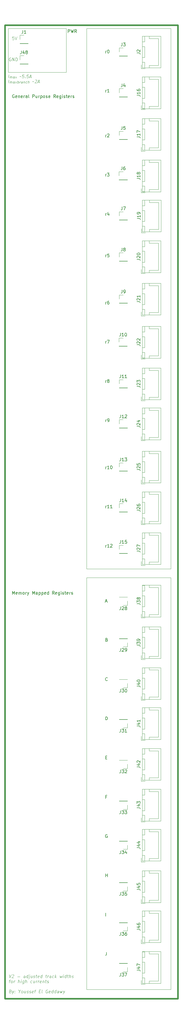
<source format=gbr>
%TF.GenerationSoftware,KiCad,Pcbnew,8.0.1*%
%TF.CreationDate,2024-04-02T05:11:47+03:00*%
%TF.ProjectId,led connectors,6c656420-636f-46e6-9e65-63746f72732e,rev?*%
%TF.SameCoordinates,Original*%
%TF.FileFunction,Legend,Top*%
%TF.FilePolarity,Positive*%
%FSLAX46Y46*%
G04 Gerber Fmt 4.6, Leading zero omitted, Abs format (unit mm)*
G04 Created by KiCad (PCBNEW 8.0.1) date 2024-04-02 05:11:47*
%MOMM*%
%LPD*%
G01*
G04 APERTURE LIST*
%ADD10C,0.100000*%
%ADD11C,0.500000*%
%ADD12C,0.200000*%
%ADD13C,0.150000*%
%ADD14C,0.120000*%
G04 APERTURE END LIST*
D10*
X26797931Y-35262475D02*
X26922931Y-34262475D01*
X27227693Y-35372951D02*
X27294359Y-34839617D01*
X27284836Y-34915808D02*
X27327693Y-34877713D01*
X27327693Y-34877713D02*
X27408645Y-34839617D01*
X27408645Y-34839617D02*
X27522931Y-34839617D01*
X27522931Y-34839617D02*
X27594359Y-34877713D01*
X27594359Y-34877713D02*
X27622931Y-34953903D01*
X27622931Y-34953903D02*
X27570550Y-35372951D01*
X27622931Y-34953903D02*
X27670550Y-34877713D01*
X27670550Y-34877713D02*
X27751502Y-34839617D01*
X27751502Y-34839617D02*
X27865788Y-34839617D01*
X27865788Y-34839617D02*
X27937217Y-34877713D01*
X27937217Y-34877713D02*
X27965788Y-34953903D01*
X27965788Y-34953903D02*
X27913407Y-35372951D01*
X28637217Y-35372951D02*
X28689598Y-34953903D01*
X28689598Y-34953903D02*
X28661026Y-34877713D01*
X28661026Y-34877713D02*
X28589598Y-34839617D01*
X28589598Y-34839617D02*
X28437217Y-34839617D01*
X28437217Y-34839617D02*
X28356265Y-34877713D01*
X28641979Y-35334856D02*
X28561026Y-35372951D01*
X28561026Y-35372951D02*
X28370550Y-35372951D01*
X28370550Y-35372951D02*
X28299122Y-35334856D01*
X28299122Y-35334856D02*
X28270550Y-35258665D01*
X28270550Y-35258665D02*
X28280074Y-35182475D01*
X28280074Y-35182475D02*
X28327693Y-35106284D01*
X28327693Y-35106284D02*
X28408646Y-35068189D01*
X28408646Y-35068189D02*
X28599122Y-35068189D01*
X28599122Y-35068189D02*
X28680074Y-35030094D01*
X28941979Y-35372951D02*
X29427694Y-34839617D01*
X29008646Y-34839617D02*
X29361027Y-35372951D01*
X30378884Y-34881522D02*
X30432456Y-34833903D01*
X30432456Y-34833903D02*
X30533646Y-34786284D01*
X30533646Y-34786284D02*
X30712218Y-34881522D01*
X30712218Y-34881522D02*
X30813408Y-34833903D01*
X30813408Y-34833903D02*
X30866980Y-34786284D01*
X31789599Y-34262475D02*
X31313408Y-34262475D01*
X31313408Y-34262475D02*
X31206266Y-34738665D01*
X31206266Y-34738665D02*
X31259837Y-34691046D01*
X31259837Y-34691046D02*
X31361027Y-34643427D01*
X31361027Y-34643427D02*
X31599123Y-34643427D01*
X31599123Y-34643427D02*
X31688408Y-34691046D01*
X31688408Y-34691046D02*
X31730075Y-34738665D01*
X31730075Y-34738665D02*
X31765789Y-34833903D01*
X31765789Y-34833903D02*
X31736027Y-35071998D01*
X31736027Y-35071998D02*
X31676504Y-35167236D01*
X31676504Y-35167236D02*
X31622932Y-35214856D01*
X31622932Y-35214856D02*
X31521742Y-35262475D01*
X31521742Y-35262475D02*
X31283646Y-35262475D01*
X31283646Y-35262475D02*
X31194361Y-35214856D01*
X31194361Y-35214856D02*
X31152694Y-35167236D01*
X32152694Y-35167236D02*
X32194361Y-35214856D01*
X32194361Y-35214856D02*
X32140789Y-35262475D01*
X32140789Y-35262475D02*
X32099123Y-35214856D01*
X32099123Y-35214856D02*
X32152694Y-35167236D01*
X32152694Y-35167236D02*
X32140789Y-35262475D01*
X33218170Y-34262475D02*
X32741979Y-34262475D01*
X32741979Y-34262475D02*
X32634837Y-34738665D01*
X32634837Y-34738665D02*
X32688408Y-34691046D01*
X32688408Y-34691046D02*
X32789598Y-34643427D01*
X32789598Y-34643427D02*
X33027694Y-34643427D01*
X33027694Y-34643427D02*
X33116979Y-34691046D01*
X33116979Y-34691046D02*
X33158646Y-34738665D01*
X33158646Y-34738665D02*
X33194360Y-34833903D01*
X33194360Y-34833903D02*
X33164598Y-35071998D01*
X33164598Y-35071998D02*
X33105075Y-35167236D01*
X33105075Y-35167236D02*
X33051503Y-35214856D01*
X33051503Y-35214856D02*
X32950313Y-35262475D01*
X32950313Y-35262475D02*
X32712217Y-35262475D01*
X32712217Y-35262475D02*
X32622932Y-35214856D01*
X32622932Y-35214856D02*
X32581265Y-35167236D01*
X33557456Y-34976760D02*
X34033646Y-34976760D01*
X33426503Y-35262475D02*
X33884837Y-34262475D01*
X33884837Y-34262475D02*
X34093170Y-35262475D01*
X26797931Y-36872419D02*
X26922931Y-35872419D01*
X27227693Y-36982895D02*
X27294359Y-36449561D01*
X27284836Y-36525752D02*
X27327693Y-36487657D01*
X27327693Y-36487657D02*
X27408645Y-36449561D01*
X27408645Y-36449561D02*
X27522931Y-36449561D01*
X27522931Y-36449561D02*
X27594359Y-36487657D01*
X27594359Y-36487657D02*
X27622931Y-36563847D01*
X27622931Y-36563847D02*
X27570550Y-36982895D01*
X27622931Y-36563847D02*
X27670550Y-36487657D01*
X27670550Y-36487657D02*
X27751502Y-36449561D01*
X27751502Y-36449561D02*
X27865788Y-36449561D01*
X27865788Y-36449561D02*
X27937217Y-36487657D01*
X27937217Y-36487657D02*
X27965788Y-36563847D01*
X27965788Y-36563847D02*
X27913407Y-36982895D01*
X28637217Y-36982895D02*
X28689598Y-36563847D01*
X28689598Y-36563847D02*
X28661026Y-36487657D01*
X28661026Y-36487657D02*
X28589598Y-36449561D01*
X28589598Y-36449561D02*
X28437217Y-36449561D01*
X28437217Y-36449561D02*
X28356265Y-36487657D01*
X28641979Y-36944800D02*
X28561026Y-36982895D01*
X28561026Y-36982895D02*
X28370550Y-36982895D01*
X28370550Y-36982895D02*
X28299122Y-36944800D01*
X28299122Y-36944800D02*
X28270550Y-36868609D01*
X28270550Y-36868609D02*
X28280074Y-36792419D01*
X28280074Y-36792419D02*
X28327693Y-36716228D01*
X28327693Y-36716228D02*
X28408646Y-36678133D01*
X28408646Y-36678133D02*
X28599122Y-36678133D01*
X28599122Y-36678133D02*
X28680074Y-36640038D01*
X28941979Y-36982895D02*
X29427694Y-36449561D01*
X29008646Y-36449561D02*
X29361027Y-36982895D01*
X29665789Y-36982895D02*
X29765789Y-36182895D01*
X29727694Y-36487657D02*
X29808646Y-36449561D01*
X29808646Y-36449561D02*
X29961027Y-36449561D01*
X29961027Y-36449561D02*
X30032455Y-36487657D01*
X30032455Y-36487657D02*
X30065789Y-36525752D01*
X30065789Y-36525752D02*
X30094360Y-36601942D01*
X30094360Y-36601942D02*
X30065789Y-36830514D01*
X30065789Y-36830514D02*
X30018170Y-36906704D01*
X30018170Y-36906704D02*
X29975313Y-36944800D01*
X29975313Y-36944800D02*
X29894360Y-36982895D01*
X29894360Y-36982895D02*
X29741979Y-36982895D01*
X29741979Y-36982895D02*
X29670551Y-36944800D01*
X30389599Y-36982895D02*
X30456265Y-36449561D01*
X30437218Y-36601942D02*
X30484837Y-36525752D01*
X30484837Y-36525752D02*
X30527694Y-36487657D01*
X30527694Y-36487657D02*
X30608646Y-36449561D01*
X30608646Y-36449561D02*
X30684837Y-36449561D01*
X31227694Y-36982895D02*
X31280075Y-36563847D01*
X31280075Y-36563847D02*
X31251503Y-36487657D01*
X31251503Y-36487657D02*
X31180075Y-36449561D01*
X31180075Y-36449561D02*
X31027694Y-36449561D01*
X31027694Y-36449561D02*
X30946742Y-36487657D01*
X31232456Y-36944800D02*
X31151503Y-36982895D01*
X31151503Y-36982895D02*
X30961027Y-36982895D01*
X30961027Y-36982895D02*
X30889599Y-36944800D01*
X30889599Y-36944800D02*
X30861027Y-36868609D01*
X30861027Y-36868609D02*
X30870551Y-36792419D01*
X30870551Y-36792419D02*
X30918170Y-36716228D01*
X30918170Y-36716228D02*
X30999123Y-36678133D01*
X30999123Y-36678133D02*
X31189599Y-36678133D01*
X31189599Y-36678133D02*
X31270551Y-36640038D01*
X31675313Y-36449561D02*
X31608647Y-36982895D01*
X31665790Y-36525752D02*
X31708647Y-36487657D01*
X31708647Y-36487657D02*
X31789599Y-36449561D01*
X31789599Y-36449561D02*
X31903885Y-36449561D01*
X31903885Y-36449561D02*
X31975313Y-36487657D01*
X31975313Y-36487657D02*
X32003885Y-36563847D01*
X32003885Y-36563847D02*
X31951504Y-36982895D01*
X32680076Y-36944800D02*
X32599123Y-36982895D01*
X32599123Y-36982895D02*
X32446743Y-36982895D01*
X32446743Y-36982895D02*
X32375314Y-36944800D01*
X32375314Y-36944800D02*
X32341981Y-36906704D01*
X32341981Y-36906704D02*
X32313409Y-36830514D01*
X32313409Y-36830514D02*
X32341981Y-36601942D01*
X32341981Y-36601942D02*
X32389600Y-36525752D01*
X32389600Y-36525752D02*
X32432457Y-36487657D01*
X32432457Y-36487657D02*
X32513409Y-36449561D01*
X32513409Y-36449561D02*
X32665790Y-36449561D01*
X32665790Y-36449561D02*
X32737219Y-36487657D01*
X33018171Y-36982895D02*
X33118171Y-36182895D01*
X33361028Y-36982895D02*
X33413409Y-36563847D01*
X33413409Y-36563847D02*
X33384837Y-36487657D01*
X33384837Y-36487657D02*
X33313409Y-36449561D01*
X33313409Y-36449561D02*
X33199123Y-36449561D01*
X33199123Y-36449561D02*
X33118171Y-36487657D01*
X33118171Y-36487657D02*
X33075314Y-36525752D01*
X34455076Y-36491466D02*
X34508648Y-36443847D01*
X34508648Y-36443847D02*
X34609838Y-36396228D01*
X34609838Y-36396228D02*
X34788410Y-36491466D01*
X34788410Y-36491466D02*
X34889600Y-36443847D01*
X34889600Y-36443847D02*
X34943172Y-36396228D01*
X35330077Y-35967657D02*
X35383648Y-35920038D01*
X35383648Y-35920038D02*
X35484838Y-35872419D01*
X35484838Y-35872419D02*
X35722934Y-35872419D01*
X35722934Y-35872419D02*
X35812219Y-35920038D01*
X35812219Y-35920038D02*
X35853886Y-35967657D01*
X35853886Y-35967657D02*
X35889600Y-36062895D01*
X35889600Y-36062895D02*
X35877696Y-36158133D01*
X35877696Y-36158133D02*
X35812219Y-36300990D01*
X35812219Y-36300990D02*
X35169362Y-36872419D01*
X35169362Y-36872419D02*
X35788410Y-36872419D01*
X36205077Y-36586704D02*
X36681267Y-36586704D01*
X36074124Y-36872419D02*
X36532458Y-35872419D01*
X36532458Y-35872419D02*
X36740791Y-36872419D01*
X27030074Y-321042587D02*
X27238408Y-322042587D01*
X27238408Y-322042587D02*
X27696741Y-321042587D01*
X27970551Y-321137825D02*
X28024122Y-321090206D01*
X28024122Y-321090206D02*
X28125312Y-321042587D01*
X28125312Y-321042587D02*
X28363408Y-321042587D01*
X28363408Y-321042587D02*
X28452693Y-321090206D01*
X28452693Y-321090206D02*
X28494360Y-321137825D01*
X28494360Y-321137825D02*
X28530074Y-321233063D01*
X28530074Y-321233063D02*
X28518170Y-321328301D01*
X28518170Y-321328301D02*
X28452693Y-321471158D01*
X28452693Y-321471158D02*
X27809836Y-322042587D01*
X27809836Y-322042587D02*
X28428884Y-322042587D01*
X29666979Y-321661634D02*
X30428884Y-321661634D01*
X32047932Y-322042587D02*
X32113408Y-321518777D01*
X32113408Y-321518777D02*
X32077694Y-321423539D01*
X32077694Y-321423539D02*
X31988408Y-321375920D01*
X31988408Y-321375920D02*
X31797932Y-321375920D01*
X31797932Y-321375920D02*
X31696741Y-321423539D01*
X32053884Y-321994968D02*
X31952694Y-322042587D01*
X31952694Y-322042587D02*
X31714598Y-322042587D01*
X31714598Y-322042587D02*
X31625313Y-321994968D01*
X31625313Y-321994968D02*
X31589598Y-321899729D01*
X31589598Y-321899729D02*
X31601503Y-321804491D01*
X31601503Y-321804491D02*
X31661027Y-321709253D01*
X31661027Y-321709253D02*
X31762218Y-321661634D01*
X31762218Y-321661634D02*
X32000313Y-321661634D01*
X32000313Y-321661634D02*
X32101503Y-321614015D01*
X32952694Y-322042587D02*
X33077694Y-321042587D01*
X32958646Y-321994968D02*
X32857456Y-322042587D01*
X32857456Y-322042587D02*
X32666980Y-322042587D01*
X32666980Y-322042587D02*
X32577694Y-321994968D01*
X32577694Y-321994968D02*
X32536027Y-321947348D01*
X32536027Y-321947348D02*
X32500313Y-321852110D01*
X32500313Y-321852110D02*
X32536027Y-321566396D01*
X32536027Y-321566396D02*
X32595551Y-321471158D01*
X32595551Y-321471158D02*
X32649122Y-321423539D01*
X32649122Y-321423539D02*
X32750313Y-321375920D01*
X32750313Y-321375920D02*
X32940789Y-321375920D01*
X32940789Y-321375920D02*
X33030075Y-321423539D01*
X33512218Y-321375920D02*
X33405075Y-322233063D01*
X33405075Y-322233063D02*
X33345551Y-322328301D01*
X33345551Y-322328301D02*
X33244361Y-322375920D01*
X33244361Y-322375920D02*
X33196742Y-322375920D01*
X33553884Y-321042587D02*
X33500313Y-321090206D01*
X33500313Y-321090206D02*
X33541980Y-321137825D01*
X33541980Y-321137825D02*
X33595551Y-321090206D01*
X33595551Y-321090206D02*
X33553884Y-321042587D01*
X33553884Y-321042587D02*
X33541980Y-321137825D01*
X34416979Y-321375920D02*
X34333646Y-322042587D01*
X33988408Y-321375920D02*
X33922932Y-321899729D01*
X33922932Y-321899729D02*
X33958646Y-321994968D01*
X33958646Y-321994968D02*
X34047932Y-322042587D01*
X34047932Y-322042587D02*
X34190789Y-322042587D01*
X34190789Y-322042587D02*
X34291979Y-321994968D01*
X34291979Y-321994968D02*
X34345551Y-321947348D01*
X34768170Y-321994968D02*
X34857455Y-322042587D01*
X34857455Y-322042587D02*
X35047932Y-322042587D01*
X35047932Y-322042587D02*
X35149122Y-321994968D01*
X35149122Y-321994968D02*
X35208646Y-321899729D01*
X35208646Y-321899729D02*
X35214598Y-321852110D01*
X35214598Y-321852110D02*
X35178884Y-321756872D01*
X35178884Y-321756872D02*
X35089598Y-321709253D01*
X35089598Y-321709253D02*
X34946741Y-321709253D01*
X34946741Y-321709253D02*
X34857455Y-321661634D01*
X34857455Y-321661634D02*
X34821741Y-321566396D01*
X34821741Y-321566396D02*
X34827694Y-321518777D01*
X34827694Y-321518777D02*
X34887217Y-321423539D01*
X34887217Y-321423539D02*
X34988408Y-321375920D01*
X34988408Y-321375920D02*
X35131265Y-321375920D01*
X35131265Y-321375920D02*
X35220551Y-321423539D01*
X35559837Y-321375920D02*
X35940789Y-321375920D01*
X35744360Y-321042587D02*
X35637218Y-321899729D01*
X35637218Y-321899729D02*
X35672932Y-321994968D01*
X35672932Y-321994968D02*
X35762218Y-322042587D01*
X35762218Y-322042587D02*
X35857456Y-322042587D01*
X36577694Y-321994968D02*
X36476504Y-322042587D01*
X36476504Y-322042587D02*
X36286027Y-322042587D01*
X36286027Y-322042587D02*
X36196742Y-321994968D01*
X36196742Y-321994968D02*
X36161027Y-321899729D01*
X36161027Y-321899729D02*
X36208647Y-321518777D01*
X36208647Y-321518777D02*
X36268170Y-321423539D01*
X36268170Y-321423539D02*
X36369361Y-321375920D01*
X36369361Y-321375920D02*
X36559837Y-321375920D01*
X36559837Y-321375920D02*
X36649123Y-321423539D01*
X36649123Y-321423539D02*
X36684837Y-321518777D01*
X36684837Y-321518777D02*
X36672932Y-321614015D01*
X36672932Y-321614015D02*
X36184837Y-321709253D01*
X37476504Y-322042587D02*
X37601504Y-321042587D01*
X37482456Y-321994968D02*
X37381266Y-322042587D01*
X37381266Y-322042587D02*
X37190790Y-322042587D01*
X37190790Y-322042587D02*
X37101504Y-321994968D01*
X37101504Y-321994968D02*
X37059837Y-321947348D01*
X37059837Y-321947348D02*
X37024123Y-321852110D01*
X37024123Y-321852110D02*
X37059837Y-321566396D01*
X37059837Y-321566396D02*
X37119361Y-321471158D01*
X37119361Y-321471158D02*
X37172932Y-321423539D01*
X37172932Y-321423539D02*
X37274123Y-321375920D01*
X37274123Y-321375920D02*
X37464599Y-321375920D01*
X37464599Y-321375920D02*
X37553885Y-321423539D01*
X38655076Y-321375920D02*
X39036028Y-321375920D01*
X38839599Y-321042587D02*
X38732457Y-321899729D01*
X38732457Y-321899729D02*
X38768171Y-321994968D01*
X38768171Y-321994968D02*
X38857457Y-322042587D01*
X38857457Y-322042587D02*
X38952695Y-322042587D01*
X39286028Y-322042587D02*
X39369362Y-321375920D01*
X39345552Y-321566396D02*
X39405076Y-321471158D01*
X39405076Y-321471158D02*
X39458647Y-321423539D01*
X39458647Y-321423539D02*
X39559838Y-321375920D01*
X39559838Y-321375920D02*
X39655076Y-321375920D01*
X40333648Y-322042587D02*
X40399124Y-321518777D01*
X40399124Y-321518777D02*
X40363410Y-321423539D01*
X40363410Y-321423539D02*
X40274124Y-321375920D01*
X40274124Y-321375920D02*
X40083648Y-321375920D01*
X40083648Y-321375920D02*
X39982457Y-321423539D01*
X40339600Y-321994968D02*
X40238410Y-322042587D01*
X40238410Y-322042587D02*
X40000314Y-322042587D01*
X40000314Y-322042587D02*
X39911029Y-321994968D01*
X39911029Y-321994968D02*
X39875314Y-321899729D01*
X39875314Y-321899729D02*
X39887219Y-321804491D01*
X39887219Y-321804491D02*
X39946743Y-321709253D01*
X39946743Y-321709253D02*
X40047934Y-321661634D01*
X40047934Y-321661634D02*
X40286029Y-321661634D01*
X40286029Y-321661634D02*
X40387219Y-321614015D01*
X41244362Y-321994968D02*
X41143172Y-322042587D01*
X41143172Y-322042587D02*
X40952696Y-322042587D01*
X40952696Y-322042587D02*
X40863410Y-321994968D01*
X40863410Y-321994968D02*
X40821743Y-321947348D01*
X40821743Y-321947348D02*
X40786029Y-321852110D01*
X40786029Y-321852110D02*
X40821743Y-321566396D01*
X40821743Y-321566396D02*
X40881267Y-321471158D01*
X40881267Y-321471158D02*
X40934838Y-321423539D01*
X40934838Y-321423539D02*
X41036029Y-321375920D01*
X41036029Y-321375920D02*
X41226505Y-321375920D01*
X41226505Y-321375920D02*
X41315791Y-321423539D01*
X41666981Y-322042587D02*
X41791981Y-321042587D01*
X41809839Y-321661634D02*
X42047934Y-322042587D01*
X42131267Y-321375920D02*
X41702696Y-321756872D01*
X43226506Y-321375920D02*
X43333648Y-322042587D01*
X43333648Y-322042587D02*
X43583648Y-321566396D01*
X43583648Y-321566396D02*
X43714601Y-322042587D01*
X43714601Y-322042587D02*
X43988410Y-321375920D01*
X44286029Y-322042587D02*
X44369363Y-321375920D01*
X44411029Y-321042587D02*
X44357458Y-321090206D01*
X44357458Y-321090206D02*
X44399125Y-321137825D01*
X44399125Y-321137825D02*
X44452696Y-321090206D01*
X44452696Y-321090206D02*
X44411029Y-321042587D01*
X44411029Y-321042587D02*
X44399125Y-321137825D01*
X45190791Y-322042587D02*
X45315791Y-321042587D01*
X45196743Y-321994968D02*
X45095553Y-322042587D01*
X45095553Y-322042587D02*
X44905077Y-322042587D01*
X44905077Y-322042587D02*
X44815791Y-321994968D01*
X44815791Y-321994968D02*
X44774124Y-321947348D01*
X44774124Y-321947348D02*
X44738410Y-321852110D01*
X44738410Y-321852110D02*
X44774124Y-321566396D01*
X44774124Y-321566396D02*
X44833648Y-321471158D01*
X44833648Y-321471158D02*
X44887219Y-321423539D01*
X44887219Y-321423539D02*
X44988410Y-321375920D01*
X44988410Y-321375920D02*
X45178886Y-321375920D01*
X45178886Y-321375920D02*
X45268172Y-321423539D01*
X45607458Y-321375920D02*
X45988410Y-321375920D01*
X45791981Y-321042587D02*
X45684839Y-321899729D01*
X45684839Y-321899729D02*
X45720553Y-321994968D01*
X45720553Y-321994968D02*
X45809839Y-322042587D01*
X45809839Y-322042587D02*
X45905077Y-322042587D01*
X46238410Y-322042587D02*
X46363410Y-321042587D01*
X46666982Y-322042587D02*
X46732458Y-321518777D01*
X46732458Y-321518777D02*
X46696744Y-321423539D01*
X46696744Y-321423539D02*
X46607458Y-321375920D01*
X46607458Y-321375920D02*
X46464601Y-321375920D01*
X46464601Y-321375920D02*
X46363410Y-321423539D01*
X46363410Y-321423539D02*
X46309839Y-321471158D01*
X47101506Y-321994968D02*
X47190791Y-322042587D01*
X47190791Y-322042587D02*
X47381268Y-322042587D01*
X47381268Y-322042587D02*
X47482458Y-321994968D01*
X47482458Y-321994968D02*
X47541982Y-321899729D01*
X47541982Y-321899729D02*
X47547934Y-321852110D01*
X47547934Y-321852110D02*
X47512220Y-321756872D01*
X47512220Y-321756872D02*
X47422934Y-321709253D01*
X47422934Y-321709253D02*
X47280077Y-321709253D01*
X47280077Y-321709253D02*
X47190791Y-321661634D01*
X47190791Y-321661634D02*
X47155077Y-321566396D01*
X47155077Y-321566396D02*
X47161030Y-321518777D01*
X47161030Y-321518777D02*
X47220553Y-321423539D01*
X47220553Y-321423539D02*
X47321744Y-321375920D01*
X47321744Y-321375920D02*
X47464601Y-321375920D01*
X47464601Y-321375920D02*
X47553887Y-321423539D01*
X26988408Y-322985864D02*
X27369360Y-322985864D01*
X27047931Y-323652531D02*
X27155074Y-322795388D01*
X27155074Y-322795388D02*
X27214598Y-322700150D01*
X27214598Y-322700150D02*
X27315789Y-322652531D01*
X27315789Y-322652531D02*
X27411027Y-322652531D01*
X27762218Y-323652531D02*
X27672932Y-323604912D01*
X27672932Y-323604912D02*
X27631265Y-323557292D01*
X27631265Y-323557292D02*
X27595551Y-323462054D01*
X27595551Y-323462054D02*
X27631265Y-323176340D01*
X27631265Y-323176340D02*
X27690789Y-323081102D01*
X27690789Y-323081102D02*
X27744360Y-323033483D01*
X27744360Y-323033483D02*
X27845551Y-322985864D01*
X27845551Y-322985864D02*
X27988408Y-322985864D01*
X27988408Y-322985864D02*
X28077694Y-323033483D01*
X28077694Y-323033483D02*
X28119360Y-323081102D01*
X28119360Y-323081102D02*
X28155075Y-323176340D01*
X28155075Y-323176340D02*
X28119360Y-323462054D01*
X28119360Y-323462054D02*
X28059837Y-323557292D01*
X28059837Y-323557292D02*
X28006265Y-323604912D01*
X28006265Y-323604912D02*
X27905075Y-323652531D01*
X27905075Y-323652531D02*
X27762218Y-323652531D01*
X28524122Y-323652531D02*
X28607456Y-322985864D01*
X28583646Y-323176340D02*
X28643170Y-323081102D01*
X28643170Y-323081102D02*
X28696741Y-323033483D01*
X28696741Y-323033483D02*
X28797932Y-322985864D01*
X28797932Y-322985864D02*
X28893170Y-322985864D01*
X29905075Y-323652531D02*
X30030075Y-322652531D01*
X30333647Y-323652531D02*
X30399123Y-323128721D01*
X30399123Y-323128721D02*
X30363409Y-323033483D01*
X30363409Y-323033483D02*
X30274123Y-322985864D01*
X30274123Y-322985864D02*
X30131266Y-322985864D01*
X30131266Y-322985864D02*
X30030075Y-323033483D01*
X30030075Y-323033483D02*
X29976504Y-323081102D01*
X30809837Y-323652531D02*
X30893171Y-322985864D01*
X30934837Y-322652531D02*
X30881266Y-322700150D01*
X30881266Y-322700150D02*
X30922933Y-322747769D01*
X30922933Y-322747769D02*
X30976504Y-322700150D01*
X30976504Y-322700150D02*
X30934837Y-322652531D01*
X30934837Y-322652531D02*
X30922933Y-322747769D01*
X31797932Y-322985864D02*
X31696742Y-323795388D01*
X31696742Y-323795388D02*
X31637218Y-323890626D01*
X31637218Y-323890626D02*
X31583646Y-323938245D01*
X31583646Y-323938245D02*
X31482456Y-323985864D01*
X31482456Y-323985864D02*
X31339599Y-323985864D01*
X31339599Y-323985864D02*
X31250313Y-323938245D01*
X31720551Y-323604912D02*
X31619361Y-323652531D01*
X31619361Y-323652531D02*
X31428885Y-323652531D01*
X31428885Y-323652531D02*
X31339599Y-323604912D01*
X31339599Y-323604912D02*
X31297932Y-323557292D01*
X31297932Y-323557292D02*
X31262218Y-323462054D01*
X31262218Y-323462054D02*
X31297932Y-323176340D01*
X31297932Y-323176340D02*
X31357456Y-323081102D01*
X31357456Y-323081102D02*
X31411027Y-323033483D01*
X31411027Y-323033483D02*
X31512218Y-322985864D01*
X31512218Y-322985864D02*
X31702694Y-322985864D01*
X31702694Y-322985864D02*
X31791980Y-323033483D01*
X32190789Y-323652531D02*
X32315789Y-322652531D01*
X32619361Y-323652531D02*
X32684837Y-323128721D01*
X32684837Y-323128721D02*
X32649123Y-323033483D01*
X32649123Y-323033483D02*
X32559837Y-322985864D01*
X32559837Y-322985864D02*
X32416980Y-322985864D01*
X32416980Y-322985864D02*
X32315789Y-323033483D01*
X32315789Y-323033483D02*
X32262218Y-323081102D01*
X34291980Y-323604912D02*
X34190790Y-323652531D01*
X34190790Y-323652531D02*
X34000314Y-323652531D01*
X34000314Y-323652531D02*
X33911028Y-323604912D01*
X33911028Y-323604912D02*
X33869361Y-323557292D01*
X33869361Y-323557292D02*
X33833647Y-323462054D01*
X33833647Y-323462054D02*
X33869361Y-323176340D01*
X33869361Y-323176340D02*
X33928885Y-323081102D01*
X33928885Y-323081102D02*
X33982456Y-323033483D01*
X33982456Y-323033483D02*
X34083647Y-322985864D01*
X34083647Y-322985864D02*
X34274123Y-322985864D01*
X34274123Y-322985864D02*
X34363409Y-323033483D01*
X35226504Y-322985864D02*
X35143171Y-323652531D01*
X34797933Y-322985864D02*
X34732457Y-323509673D01*
X34732457Y-323509673D02*
X34768171Y-323604912D01*
X34768171Y-323604912D02*
X34857457Y-323652531D01*
X34857457Y-323652531D02*
X35000314Y-323652531D01*
X35000314Y-323652531D02*
X35101504Y-323604912D01*
X35101504Y-323604912D02*
X35155076Y-323557292D01*
X35619361Y-323652531D02*
X35702695Y-322985864D01*
X35678885Y-323176340D02*
X35738409Y-323081102D01*
X35738409Y-323081102D02*
X35791980Y-323033483D01*
X35791980Y-323033483D02*
X35893171Y-322985864D01*
X35893171Y-322985864D02*
X35988409Y-322985864D01*
X36238409Y-323652531D02*
X36321743Y-322985864D01*
X36297933Y-323176340D02*
X36357457Y-323081102D01*
X36357457Y-323081102D02*
X36411028Y-323033483D01*
X36411028Y-323033483D02*
X36512219Y-322985864D01*
X36512219Y-322985864D02*
X36607457Y-322985864D01*
X37244362Y-323604912D02*
X37143172Y-323652531D01*
X37143172Y-323652531D02*
X36952695Y-323652531D01*
X36952695Y-323652531D02*
X36863410Y-323604912D01*
X36863410Y-323604912D02*
X36827695Y-323509673D01*
X36827695Y-323509673D02*
X36875315Y-323128721D01*
X36875315Y-323128721D02*
X36934838Y-323033483D01*
X36934838Y-323033483D02*
X37036029Y-322985864D01*
X37036029Y-322985864D02*
X37226505Y-322985864D01*
X37226505Y-322985864D02*
X37315791Y-323033483D01*
X37315791Y-323033483D02*
X37351505Y-323128721D01*
X37351505Y-323128721D02*
X37339600Y-323223959D01*
X37339600Y-323223959D02*
X36851505Y-323319197D01*
X37797934Y-322985864D02*
X37714600Y-323652531D01*
X37786029Y-323081102D02*
X37839600Y-323033483D01*
X37839600Y-323033483D02*
X37940791Y-322985864D01*
X37940791Y-322985864D02*
X38083648Y-322985864D01*
X38083648Y-322985864D02*
X38172934Y-323033483D01*
X38172934Y-323033483D02*
X38208648Y-323128721D01*
X38208648Y-323128721D02*
X38143172Y-323652531D01*
X38559839Y-322985864D02*
X38940791Y-322985864D01*
X38744362Y-322652531D02*
X38637220Y-323509673D01*
X38637220Y-323509673D02*
X38672934Y-323604912D01*
X38672934Y-323604912D02*
X38762220Y-323652531D01*
X38762220Y-323652531D02*
X38857458Y-323652531D01*
X39149125Y-323604912D02*
X39238410Y-323652531D01*
X39238410Y-323652531D02*
X39428887Y-323652531D01*
X39428887Y-323652531D02*
X39530077Y-323604912D01*
X39530077Y-323604912D02*
X39589601Y-323509673D01*
X39589601Y-323509673D02*
X39595553Y-323462054D01*
X39595553Y-323462054D02*
X39559839Y-323366816D01*
X39559839Y-323366816D02*
X39470553Y-323319197D01*
X39470553Y-323319197D02*
X39327696Y-323319197D01*
X39327696Y-323319197D02*
X39238410Y-323271578D01*
X39238410Y-323271578D02*
X39202696Y-323176340D01*
X39202696Y-323176340D02*
X39208649Y-323128721D01*
X39208649Y-323128721D02*
X39268172Y-323033483D01*
X39268172Y-323033483D02*
X39369363Y-322985864D01*
X39369363Y-322985864D02*
X39512220Y-322985864D01*
X39512220Y-322985864D02*
X39601506Y-323033483D01*
X27446741Y-326348609D02*
X27583646Y-326396228D01*
X27583646Y-326396228D02*
X27625312Y-326443847D01*
X27625312Y-326443847D02*
X27661027Y-326539085D01*
X27661027Y-326539085D02*
X27643169Y-326681942D01*
X27643169Y-326681942D02*
X27583646Y-326777180D01*
X27583646Y-326777180D02*
X27530074Y-326824800D01*
X27530074Y-326824800D02*
X27428884Y-326872419D01*
X27428884Y-326872419D02*
X27047931Y-326872419D01*
X27047931Y-326872419D02*
X27172931Y-325872419D01*
X27172931Y-325872419D02*
X27506265Y-325872419D01*
X27506265Y-325872419D02*
X27595550Y-325920038D01*
X27595550Y-325920038D02*
X27637217Y-325967657D01*
X27637217Y-325967657D02*
X27672931Y-326062895D01*
X27672931Y-326062895D02*
X27661027Y-326158133D01*
X27661027Y-326158133D02*
X27601503Y-326253371D01*
X27601503Y-326253371D02*
X27547931Y-326300990D01*
X27547931Y-326300990D02*
X27446741Y-326348609D01*
X27446741Y-326348609D02*
X27113408Y-326348609D01*
X28036027Y-326205752D02*
X28190789Y-326872419D01*
X28512217Y-326205752D02*
X28190789Y-326872419D01*
X28190789Y-326872419D02*
X28065789Y-327110514D01*
X28065789Y-327110514D02*
X28012217Y-327158133D01*
X28012217Y-327158133D02*
X27911027Y-327205752D01*
X28821741Y-326777180D02*
X28863408Y-326824800D01*
X28863408Y-326824800D02*
X28809836Y-326872419D01*
X28809836Y-326872419D02*
X28768170Y-326824800D01*
X28768170Y-326824800D02*
X28821741Y-326777180D01*
X28821741Y-326777180D02*
X28809836Y-326872419D01*
X28887217Y-326253371D02*
X28928884Y-326300990D01*
X28928884Y-326300990D02*
X28875313Y-326348609D01*
X28875313Y-326348609D02*
X28833646Y-326300990D01*
X28833646Y-326300990D02*
X28887217Y-326253371D01*
X28887217Y-326253371D02*
X28875313Y-326348609D01*
X30297931Y-326396228D02*
X30238408Y-326872419D01*
X30030074Y-325872419D02*
X30297931Y-326396228D01*
X30297931Y-326396228D02*
X30696741Y-325872419D01*
X31047932Y-326872419D02*
X30958646Y-326824800D01*
X30958646Y-326824800D02*
X30916979Y-326777180D01*
X30916979Y-326777180D02*
X30881265Y-326681942D01*
X30881265Y-326681942D02*
X30916979Y-326396228D01*
X30916979Y-326396228D02*
X30976503Y-326300990D01*
X30976503Y-326300990D02*
X31030074Y-326253371D01*
X31030074Y-326253371D02*
X31131265Y-326205752D01*
X31131265Y-326205752D02*
X31274122Y-326205752D01*
X31274122Y-326205752D02*
X31363408Y-326253371D01*
X31363408Y-326253371D02*
X31405074Y-326300990D01*
X31405074Y-326300990D02*
X31440789Y-326396228D01*
X31440789Y-326396228D02*
X31405074Y-326681942D01*
X31405074Y-326681942D02*
X31345551Y-326777180D01*
X31345551Y-326777180D02*
X31291979Y-326824800D01*
X31291979Y-326824800D02*
X31190789Y-326872419D01*
X31190789Y-326872419D02*
X31047932Y-326872419D01*
X32321741Y-326205752D02*
X32238408Y-326872419D01*
X31893170Y-326205752D02*
X31827694Y-326729561D01*
X31827694Y-326729561D02*
X31863408Y-326824800D01*
X31863408Y-326824800D02*
X31952694Y-326872419D01*
X31952694Y-326872419D02*
X32095551Y-326872419D01*
X32095551Y-326872419D02*
X32196741Y-326824800D01*
X32196741Y-326824800D02*
X32250313Y-326777180D01*
X32672932Y-326824800D02*
X32762217Y-326872419D01*
X32762217Y-326872419D02*
X32952694Y-326872419D01*
X32952694Y-326872419D02*
X33053884Y-326824800D01*
X33053884Y-326824800D02*
X33113408Y-326729561D01*
X33113408Y-326729561D02*
X33119360Y-326681942D01*
X33119360Y-326681942D02*
X33083646Y-326586704D01*
X33083646Y-326586704D02*
X32994360Y-326539085D01*
X32994360Y-326539085D02*
X32851503Y-326539085D01*
X32851503Y-326539085D02*
X32762217Y-326491466D01*
X32762217Y-326491466D02*
X32726503Y-326396228D01*
X32726503Y-326396228D02*
X32732456Y-326348609D01*
X32732456Y-326348609D02*
X32791979Y-326253371D01*
X32791979Y-326253371D02*
X32893170Y-326205752D01*
X32893170Y-326205752D02*
X33036027Y-326205752D01*
X33036027Y-326205752D02*
X33125313Y-326253371D01*
X33482456Y-326824800D02*
X33571741Y-326872419D01*
X33571741Y-326872419D02*
X33762218Y-326872419D01*
X33762218Y-326872419D02*
X33863408Y-326824800D01*
X33863408Y-326824800D02*
X33922932Y-326729561D01*
X33922932Y-326729561D02*
X33928884Y-326681942D01*
X33928884Y-326681942D02*
X33893170Y-326586704D01*
X33893170Y-326586704D02*
X33803884Y-326539085D01*
X33803884Y-326539085D02*
X33661027Y-326539085D01*
X33661027Y-326539085D02*
X33571741Y-326491466D01*
X33571741Y-326491466D02*
X33536027Y-326396228D01*
X33536027Y-326396228D02*
X33541980Y-326348609D01*
X33541980Y-326348609D02*
X33601503Y-326253371D01*
X33601503Y-326253371D02*
X33702694Y-326205752D01*
X33702694Y-326205752D02*
X33845551Y-326205752D01*
X33845551Y-326205752D02*
X33934837Y-326253371D01*
X34720551Y-326824800D02*
X34619361Y-326872419D01*
X34619361Y-326872419D02*
X34428884Y-326872419D01*
X34428884Y-326872419D02*
X34339599Y-326824800D01*
X34339599Y-326824800D02*
X34303884Y-326729561D01*
X34303884Y-326729561D02*
X34351504Y-326348609D01*
X34351504Y-326348609D02*
X34411027Y-326253371D01*
X34411027Y-326253371D02*
X34512218Y-326205752D01*
X34512218Y-326205752D02*
X34702694Y-326205752D01*
X34702694Y-326205752D02*
X34791980Y-326253371D01*
X34791980Y-326253371D02*
X34827694Y-326348609D01*
X34827694Y-326348609D02*
X34815789Y-326443847D01*
X34815789Y-326443847D02*
X34327694Y-326539085D01*
X35131266Y-326205752D02*
X35512218Y-326205752D01*
X35190789Y-326872419D02*
X35297932Y-326015276D01*
X35297932Y-326015276D02*
X35357456Y-325920038D01*
X35357456Y-325920038D02*
X35458647Y-325872419D01*
X35458647Y-325872419D02*
X35553885Y-325872419D01*
X36589600Y-326348609D02*
X36922933Y-326348609D01*
X37000314Y-326872419D02*
X36524123Y-326872419D01*
X36524123Y-326872419D02*
X36649123Y-325872419D01*
X36649123Y-325872419D02*
X37125314Y-325872419D01*
X37571743Y-326872419D02*
X37482457Y-326824800D01*
X37482457Y-326824800D02*
X37446743Y-326729561D01*
X37446743Y-326729561D02*
X37553885Y-325872419D01*
X39357458Y-325920038D02*
X39268172Y-325872419D01*
X39268172Y-325872419D02*
X39125315Y-325872419D01*
X39125315Y-325872419D02*
X38976505Y-325920038D01*
X38976505Y-325920038D02*
X38869362Y-326015276D01*
X38869362Y-326015276D02*
X38809838Y-326110514D01*
X38809838Y-326110514D02*
X38738410Y-326300990D01*
X38738410Y-326300990D02*
X38720553Y-326443847D01*
X38720553Y-326443847D02*
X38744362Y-326634323D01*
X38744362Y-326634323D02*
X38780077Y-326729561D01*
X38780077Y-326729561D02*
X38863410Y-326824800D01*
X38863410Y-326824800D02*
X39000315Y-326872419D01*
X39000315Y-326872419D02*
X39095553Y-326872419D01*
X39095553Y-326872419D02*
X39244362Y-326824800D01*
X39244362Y-326824800D02*
X39297934Y-326777180D01*
X39297934Y-326777180D02*
X39339600Y-326443847D01*
X39339600Y-326443847D02*
X39149124Y-326443847D01*
X40101505Y-326824800D02*
X40000315Y-326872419D01*
X40000315Y-326872419D02*
X39809838Y-326872419D01*
X39809838Y-326872419D02*
X39720553Y-326824800D01*
X39720553Y-326824800D02*
X39684838Y-326729561D01*
X39684838Y-326729561D02*
X39732458Y-326348609D01*
X39732458Y-326348609D02*
X39791981Y-326253371D01*
X39791981Y-326253371D02*
X39893172Y-326205752D01*
X39893172Y-326205752D02*
X40083648Y-326205752D01*
X40083648Y-326205752D02*
X40172934Y-326253371D01*
X40172934Y-326253371D02*
X40208648Y-326348609D01*
X40208648Y-326348609D02*
X40196743Y-326443847D01*
X40196743Y-326443847D02*
X39708648Y-326539085D01*
X41000315Y-326872419D02*
X41125315Y-325872419D01*
X41006267Y-326824800D02*
X40905077Y-326872419D01*
X40905077Y-326872419D02*
X40714601Y-326872419D01*
X40714601Y-326872419D02*
X40625315Y-326824800D01*
X40625315Y-326824800D02*
X40583648Y-326777180D01*
X40583648Y-326777180D02*
X40547934Y-326681942D01*
X40547934Y-326681942D02*
X40583648Y-326396228D01*
X40583648Y-326396228D02*
X40643172Y-326300990D01*
X40643172Y-326300990D02*
X40696743Y-326253371D01*
X40696743Y-326253371D02*
X40797934Y-326205752D01*
X40797934Y-326205752D02*
X40988410Y-326205752D01*
X40988410Y-326205752D02*
X41077696Y-326253371D01*
X41905077Y-326872419D02*
X42030077Y-325872419D01*
X41911029Y-326824800D02*
X41809839Y-326872419D01*
X41809839Y-326872419D02*
X41619363Y-326872419D01*
X41619363Y-326872419D02*
X41530077Y-326824800D01*
X41530077Y-326824800D02*
X41488410Y-326777180D01*
X41488410Y-326777180D02*
X41452696Y-326681942D01*
X41452696Y-326681942D02*
X41488410Y-326396228D01*
X41488410Y-326396228D02*
X41547934Y-326300990D01*
X41547934Y-326300990D02*
X41601505Y-326253371D01*
X41601505Y-326253371D02*
X41702696Y-326205752D01*
X41702696Y-326205752D02*
X41893172Y-326205752D01*
X41893172Y-326205752D02*
X41982458Y-326253371D01*
X42809839Y-326872419D02*
X42875315Y-326348609D01*
X42875315Y-326348609D02*
X42839601Y-326253371D01*
X42839601Y-326253371D02*
X42750315Y-326205752D01*
X42750315Y-326205752D02*
X42559839Y-326205752D01*
X42559839Y-326205752D02*
X42458648Y-326253371D01*
X42815791Y-326824800D02*
X42714601Y-326872419D01*
X42714601Y-326872419D02*
X42476505Y-326872419D01*
X42476505Y-326872419D02*
X42387220Y-326824800D01*
X42387220Y-326824800D02*
X42351505Y-326729561D01*
X42351505Y-326729561D02*
X42363410Y-326634323D01*
X42363410Y-326634323D02*
X42422934Y-326539085D01*
X42422934Y-326539085D02*
X42524125Y-326491466D01*
X42524125Y-326491466D02*
X42762220Y-326491466D01*
X42762220Y-326491466D02*
X42863410Y-326443847D01*
X43274125Y-326205752D02*
X43381267Y-326872419D01*
X43381267Y-326872419D02*
X43631267Y-326396228D01*
X43631267Y-326396228D02*
X43762220Y-326872419D01*
X43762220Y-326872419D02*
X44036029Y-326205752D01*
X44321744Y-326205752D02*
X44476506Y-326872419D01*
X44797934Y-326205752D02*
X44476506Y-326872419D01*
X44476506Y-326872419D02*
X44351506Y-327110514D01*
X44351506Y-327110514D02*
X44297934Y-327158133D01*
X44297934Y-327158133D02*
X44196744Y-327205752D01*
X26750000Y-19500000D02*
X45250000Y-19500000D01*
X45250000Y-33500000D01*
X26750000Y-33500000D01*
X26750000Y-19500000D01*
X51750000Y-19500000D02*
X78750000Y-19500000D01*
X78750000Y-191750000D01*
X51750000Y-191750000D01*
X51750000Y-19500000D01*
D11*
X25750000Y-18500000D02*
X81000000Y-18500000D01*
X81000000Y-328750000D01*
X25750000Y-328750000D01*
X25750000Y-18500000D01*
D10*
X51750000Y-194500000D02*
X78750000Y-194500000D01*
X78750000Y-325750000D01*
X51750000Y-325750000D01*
X51750000Y-194500000D01*
D12*
X57869673Y-92367219D02*
X57869673Y-91700552D01*
X57869673Y-91891028D02*
X57917292Y-91795790D01*
X57917292Y-91795790D02*
X57964911Y-91748171D01*
X57964911Y-91748171D02*
X58060149Y-91700552D01*
X58060149Y-91700552D02*
X58155387Y-91700552D01*
X58964911Y-91367219D02*
X58488721Y-91367219D01*
X58488721Y-91367219D02*
X58441102Y-91843409D01*
X58441102Y-91843409D02*
X58488721Y-91795790D01*
X58488721Y-91795790D02*
X58583959Y-91748171D01*
X58583959Y-91748171D02*
X58822054Y-91748171D01*
X58822054Y-91748171D02*
X58917292Y-91795790D01*
X58917292Y-91795790D02*
X58964911Y-91843409D01*
X58964911Y-91843409D02*
X59012530Y-91938647D01*
X59012530Y-91938647D02*
X59012530Y-92176742D01*
X59012530Y-92176742D02*
X58964911Y-92271980D01*
X58964911Y-92271980D02*
X58917292Y-92319600D01*
X58917292Y-92319600D02*
X58822054Y-92367219D01*
X58822054Y-92367219D02*
X58583959Y-92367219D01*
X58583959Y-92367219D02*
X58488721Y-92319600D01*
X58488721Y-92319600D02*
X58441102Y-92271980D01*
X57869673Y-27367219D02*
X57869673Y-26700552D01*
X57869673Y-26891028D02*
X57917292Y-26795790D01*
X57917292Y-26795790D02*
X57964911Y-26748171D01*
X57964911Y-26748171D02*
X58060149Y-26700552D01*
X58060149Y-26700552D02*
X58155387Y-26700552D01*
X58679197Y-26367219D02*
X58774435Y-26367219D01*
X58774435Y-26367219D02*
X58869673Y-26414838D01*
X58869673Y-26414838D02*
X58917292Y-26462457D01*
X58917292Y-26462457D02*
X58964911Y-26557695D01*
X58964911Y-26557695D02*
X59012530Y-26748171D01*
X59012530Y-26748171D02*
X59012530Y-26986266D01*
X59012530Y-26986266D02*
X58964911Y-27176742D01*
X58964911Y-27176742D02*
X58917292Y-27271980D01*
X58917292Y-27271980D02*
X58869673Y-27319600D01*
X58869673Y-27319600D02*
X58774435Y-27367219D01*
X58774435Y-27367219D02*
X58679197Y-27367219D01*
X58679197Y-27367219D02*
X58583959Y-27319600D01*
X58583959Y-27319600D02*
X58536340Y-27271980D01*
X58536340Y-27271980D02*
X58488721Y-27176742D01*
X58488721Y-27176742D02*
X58441102Y-26986266D01*
X58441102Y-26986266D02*
X58441102Y-26748171D01*
X58441102Y-26748171D02*
X58488721Y-26557695D01*
X58488721Y-26557695D02*
X58536340Y-26462457D01*
X58536340Y-26462457D02*
X58583959Y-26414838D01*
X58583959Y-26414838D02*
X58679197Y-26367219D01*
X57869673Y-289867219D02*
X57869673Y-288867219D01*
X57869673Y-289343409D02*
X58441101Y-289343409D01*
X58441101Y-289867219D02*
X58441101Y-288867219D01*
X57822054Y-202081504D02*
X58298244Y-202081504D01*
X57726816Y-202367219D02*
X58060149Y-201367219D01*
X58060149Y-201367219D02*
X58393482Y-202367219D01*
X58441101Y-227271980D02*
X58393482Y-227319600D01*
X58393482Y-227319600D02*
X58250625Y-227367219D01*
X58250625Y-227367219D02*
X58155387Y-227367219D01*
X58155387Y-227367219D02*
X58012530Y-227319600D01*
X58012530Y-227319600D02*
X57917292Y-227224361D01*
X57917292Y-227224361D02*
X57869673Y-227129123D01*
X57869673Y-227129123D02*
X57822054Y-226938647D01*
X57822054Y-226938647D02*
X57822054Y-226795790D01*
X57822054Y-226795790D02*
X57869673Y-226605314D01*
X57869673Y-226605314D02*
X57917292Y-226510076D01*
X57917292Y-226510076D02*
X58012530Y-226414838D01*
X58012530Y-226414838D02*
X58155387Y-226367219D01*
X58155387Y-226367219D02*
X58250625Y-226367219D01*
X58250625Y-226367219D02*
X58393482Y-226414838D01*
X58393482Y-226414838D02*
X58441101Y-226462457D01*
X57869673Y-79117219D02*
X57869673Y-78450552D01*
X57869673Y-78641028D02*
X57917292Y-78545790D01*
X57917292Y-78545790D02*
X57964911Y-78498171D01*
X57964911Y-78498171D02*
X58060149Y-78450552D01*
X58060149Y-78450552D02*
X58155387Y-78450552D01*
X58917292Y-78450552D02*
X58917292Y-79117219D01*
X58679197Y-78069600D02*
X58441102Y-78783885D01*
X58441102Y-78783885D02*
X59060149Y-78783885D01*
X58203006Y-214343409D02*
X58345863Y-214391028D01*
X58345863Y-214391028D02*
X58393482Y-214438647D01*
X58393482Y-214438647D02*
X58441101Y-214533885D01*
X58441101Y-214533885D02*
X58441101Y-214676742D01*
X58441101Y-214676742D02*
X58393482Y-214771980D01*
X58393482Y-214771980D02*
X58345863Y-214819600D01*
X58345863Y-214819600D02*
X58250625Y-214867219D01*
X58250625Y-214867219D02*
X57869673Y-214867219D01*
X57869673Y-214867219D02*
X57869673Y-213867219D01*
X57869673Y-213867219D02*
X58203006Y-213867219D01*
X58203006Y-213867219D02*
X58298244Y-213914838D01*
X58298244Y-213914838D02*
X58345863Y-213962457D01*
X58345863Y-213962457D02*
X58393482Y-214057695D01*
X58393482Y-214057695D02*
X58393482Y-214152933D01*
X58393482Y-214152933D02*
X58345863Y-214248171D01*
X58345863Y-214248171D02*
X58298244Y-214295790D01*
X58298244Y-214295790D02*
X58203006Y-214343409D01*
X58203006Y-214343409D02*
X57869673Y-214343409D01*
X57869673Y-159867219D02*
X57869673Y-159200552D01*
X57869673Y-159391028D02*
X57917292Y-159295790D01*
X57917292Y-159295790D02*
X57964911Y-159248171D01*
X57964911Y-159248171D02*
X58060149Y-159200552D01*
X58060149Y-159200552D02*
X58155387Y-159200552D01*
X59012530Y-159867219D02*
X58441102Y-159867219D01*
X58726816Y-159867219D02*
X58726816Y-158867219D01*
X58726816Y-158867219D02*
X58631578Y-159010076D01*
X58631578Y-159010076D02*
X58536340Y-159105314D01*
X58536340Y-159105314D02*
X58441102Y-159152933D01*
X59631578Y-158867219D02*
X59726816Y-158867219D01*
X59726816Y-158867219D02*
X59822054Y-158914838D01*
X59822054Y-158914838D02*
X59869673Y-158962457D01*
X59869673Y-158962457D02*
X59917292Y-159057695D01*
X59917292Y-159057695D02*
X59964911Y-159248171D01*
X59964911Y-159248171D02*
X59964911Y-159486266D01*
X59964911Y-159486266D02*
X59917292Y-159676742D01*
X59917292Y-159676742D02*
X59869673Y-159771980D01*
X59869673Y-159771980D02*
X59822054Y-159819600D01*
X59822054Y-159819600D02*
X59726816Y-159867219D01*
X59726816Y-159867219D02*
X59631578Y-159867219D01*
X59631578Y-159867219D02*
X59536340Y-159819600D01*
X59536340Y-159819600D02*
X59488721Y-159771980D01*
X59488721Y-159771980D02*
X59441102Y-159676742D01*
X59441102Y-159676742D02*
X59393483Y-159486266D01*
X59393483Y-159486266D02*
X59393483Y-159248171D01*
X59393483Y-159248171D02*
X59441102Y-159057695D01*
X59441102Y-159057695D02*
X59488721Y-158962457D01*
X59488721Y-158962457D02*
X59536340Y-158914838D01*
X59536340Y-158914838D02*
X59631578Y-158867219D01*
X58155387Y-313867219D02*
X58155387Y-314581504D01*
X58155387Y-314581504D02*
X58107768Y-314724361D01*
X58107768Y-314724361D02*
X58012530Y-314819600D01*
X58012530Y-314819600D02*
X57869673Y-314867219D01*
X57869673Y-314867219D02*
X57774435Y-314867219D01*
X28643482Y-40664838D02*
X28548244Y-40617219D01*
X28548244Y-40617219D02*
X28405387Y-40617219D01*
X28405387Y-40617219D02*
X28262530Y-40664838D01*
X28262530Y-40664838D02*
X28167292Y-40760076D01*
X28167292Y-40760076D02*
X28119673Y-40855314D01*
X28119673Y-40855314D02*
X28072054Y-41045790D01*
X28072054Y-41045790D02*
X28072054Y-41188647D01*
X28072054Y-41188647D02*
X28119673Y-41379123D01*
X28119673Y-41379123D02*
X28167292Y-41474361D01*
X28167292Y-41474361D02*
X28262530Y-41569600D01*
X28262530Y-41569600D02*
X28405387Y-41617219D01*
X28405387Y-41617219D02*
X28500625Y-41617219D01*
X28500625Y-41617219D02*
X28643482Y-41569600D01*
X28643482Y-41569600D02*
X28691101Y-41521980D01*
X28691101Y-41521980D02*
X28691101Y-41188647D01*
X28691101Y-41188647D02*
X28500625Y-41188647D01*
X29500625Y-41569600D02*
X29405387Y-41617219D01*
X29405387Y-41617219D02*
X29214911Y-41617219D01*
X29214911Y-41617219D02*
X29119673Y-41569600D01*
X29119673Y-41569600D02*
X29072054Y-41474361D01*
X29072054Y-41474361D02*
X29072054Y-41093409D01*
X29072054Y-41093409D02*
X29119673Y-40998171D01*
X29119673Y-40998171D02*
X29214911Y-40950552D01*
X29214911Y-40950552D02*
X29405387Y-40950552D01*
X29405387Y-40950552D02*
X29500625Y-40998171D01*
X29500625Y-40998171D02*
X29548244Y-41093409D01*
X29548244Y-41093409D02*
X29548244Y-41188647D01*
X29548244Y-41188647D02*
X29072054Y-41283885D01*
X29976816Y-40950552D02*
X29976816Y-41617219D01*
X29976816Y-41045790D02*
X30024435Y-40998171D01*
X30024435Y-40998171D02*
X30119673Y-40950552D01*
X30119673Y-40950552D02*
X30262530Y-40950552D01*
X30262530Y-40950552D02*
X30357768Y-40998171D01*
X30357768Y-40998171D02*
X30405387Y-41093409D01*
X30405387Y-41093409D02*
X30405387Y-41617219D01*
X31262530Y-41569600D02*
X31167292Y-41617219D01*
X31167292Y-41617219D02*
X30976816Y-41617219D01*
X30976816Y-41617219D02*
X30881578Y-41569600D01*
X30881578Y-41569600D02*
X30833959Y-41474361D01*
X30833959Y-41474361D02*
X30833959Y-41093409D01*
X30833959Y-41093409D02*
X30881578Y-40998171D01*
X30881578Y-40998171D02*
X30976816Y-40950552D01*
X30976816Y-40950552D02*
X31167292Y-40950552D01*
X31167292Y-40950552D02*
X31262530Y-40998171D01*
X31262530Y-40998171D02*
X31310149Y-41093409D01*
X31310149Y-41093409D02*
X31310149Y-41188647D01*
X31310149Y-41188647D02*
X30833959Y-41283885D01*
X31738721Y-41617219D02*
X31738721Y-40950552D01*
X31738721Y-41141028D02*
X31786340Y-41045790D01*
X31786340Y-41045790D02*
X31833959Y-40998171D01*
X31833959Y-40998171D02*
X31929197Y-40950552D01*
X31929197Y-40950552D02*
X32024435Y-40950552D01*
X32786340Y-41617219D02*
X32786340Y-41093409D01*
X32786340Y-41093409D02*
X32738721Y-40998171D01*
X32738721Y-40998171D02*
X32643483Y-40950552D01*
X32643483Y-40950552D02*
X32453007Y-40950552D01*
X32453007Y-40950552D02*
X32357769Y-40998171D01*
X32786340Y-41569600D02*
X32691102Y-41617219D01*
X32691102Y-41617219D02*
X32453007Y-41617219D01*
X32453007Y-41617219D02*
X32357769Y-41569600D01*
X32357769Y-41569600D02*
X32310150Y-41474361D01*
X32310150Y-41474361D02*
X32310150Y-41379123D01*
X32310150Y-41379123D02*
X32357769Y-41283885D01*
X32357769Y-41283885D02*
X32453007Y-41236266D01*
X32453007Y-41236266D02*
X32691102Y-41236266D01*
X32691102Y-41236266D02*
X32786340Y-41188647D01*
X33405388Y-41617219D02*
X33310150Y-41569600D01*
X33310150Y-41569600D02*
X33262531Y-41474361D01*
X33262531Y-41474361D02*
X33262531Y-40617219D01*
X34548246Y-41617219D02*
X34548246Y-40617219D01*
X34548246Y-40617219D02*
X34929198Y-40617219D01*
X34929198Y-40617219D02*
X35024436Y-40664838D01*
X35024436Y-40664838D02*
X35072055Y-40712457D01*
X35072055Y-40712457D02*
X35119674Y-40807695D01*
X35119674Y-40807695D02*
X35119674Y-40950552D01*
X35119674Y-40950552D02*
X35072055Y-41045790D01*
X35072055Y-41045790D02*
X35024436Y-41093409D01*
X35024436Y-41093409D02*
X34929198Y-41141028D01*
X34929198Y-41141028D02*
X34548246Y-41141028D01*
X35976817Y-40950552D02*
X35976817Y-41617219D01*
X35548246Y-40950552D02*
X35548246Y-41474361D01*
X35548246Y-41474361D02*
X35595865Y-41569600D01*
X35595865Y-41569600D02*
X35691103Y-41617219D01*
X35691103Y-41617219D02*
X35833960Y-41617219D01*
X35833960Y-41617219D02*
X35929198Y-41569600D01*
X35929198Y-41569600D02*
X35976817Y-41521980D01*
X36453008Y-41617219D02*
X36453008Y-40950552D01*
X36453008Y-41141028D02*
X36500627Y-41045790D01*
X36500627Y-41045790D02*
X36548246Y-40998171D01*
X36548246Y-40998171D02*
X36643484Y-40950552D01*
X36643484Y-40950552D02*
X36738722Y-40950552D01*
X37072056Y-40950552D02*
X37072056Y-41950552D01*
X37072056Y-40998171D02*
X37167294Y-40950552D01*
X37167294Y-40950552D02*
X37357770Y-40950552D01*
X37357770Y-40950552D02*
X37453008Y-40998171D01*
X37453008Y-40998171D02*
X37500627Y-41045790D01*
X37500627Y-41045790D02*
X37548246Y-41141028D01*
X37548246Y-41141028D02*
X37548246Y-41426742D01*
X37548246Y-41426742D02*
X37500627Y-41521980D01*
X37500627Y-41521980D02*
X37453008Y-41569600D01*
X37453008Y-41569600D02*
X37357770Y-41617219D01*
X37357770Y-41617219D02*
X37167294Y-41617219D01*
X37167294Y-41617219D02*
X37072056Y-41569600D01*
X38119675Y-41617219D02*
X38024437Y-41569600D01*
X38024437Y-41569600D02*
X37976818Y-41521980D01*
X37976818Y-41521980D02*
X37929199Y-41426742D01*
X37929199Y-41426742D02*
X37929199Y-41141028D01*
X37929199Y-41141028D02*
X37976818Y-41045790D01*
X37976818Y-41045790D02*
X38024437Y-40998171D01*
X38024437Y-40998171D02*
X38119675Y-40950552D01*
X38119675Y-40950552D02*
X38262532Y-40950552D01*
X38262532Y-40950552D02*
X38357770Y-40998171D01*
X38357770Y-40998171D02*
X38405389Y-41045790D01*
X38405389Y-41045790D02*
X38453008Y-41141028D01*
X38453008Y-41141028D02*
X38453008Y-41426742D01*
X38453008Y-41426742D02*
X38405389Y-41521980D01*
X38405389Y-41521980D02*
X38357770Y-41569600D01*
X38357770Y-41569600D02*
X38262532Y-41617219D01*
X38262532Y-41617219D02*
X38119675Y-41617219D01*
X38833961Y-41569600D02*
X38929199Y-41617219D01*
X38929199Y-41617219D02*
X39119675Y-41617219D01*
X39119675Y-41617219D02*
X39214913Y-41569600D01*
X39214913Y-41569600D02*
X39262532Y-41474361D01*
X39262532Y-41474361D02*
X39262532Y-41426742D01*
X39262532Y-41426742D02*
X39214913Y-41331504D01*
X39214913Y-41331504D02*
X39119675Y-41283885D01*
X39119675Y-41283885D02*
X38976818Y-41283885D01*
X38976818Y-41283885D02*
X38881580Y-41236266D01*
X38881580Y-41236266D02*
X38833961Y-41141028D01*
X38833961Y-41141028D02*
X38833961Y-41093409D01*
X38833961Y-41093409D02*
X38881580Y-40998171D01*
X38881580Y-40998171D02*
X38976818Y-40950552D01*
X38976818Y-40950552D02*
X39119675Y-40950552D01*
X39119675Y-40950552D02*
X39214913Y-40998171D01*
X40072056Y-41569600D02*
X39976818Y-41617219D01*
X39976818Y-41617219D02*
X39786342Y-41617219D01*
X39786342Y-41617219D02*
X39691104Y-41569600D01*
X39691104Y-41569600D02*
X39643485Y-41474361D01*
X39643485Y-41474361D02*
X39643485Y-41093409D01*
X39643485Y-41093409D02*
X39691104Y-40998171D01*
X39691104Y-40998171D02*
X39786342Y-40950552D01*
X39786342Y-40950552D02*
X39976818Y-40950552D01*
X39976818Y-40950552D02*
X40072056Y-40998171D01*
X40072056Y-40998171D02*
X40119675Y-41093409D01*
X40119675Y-41093409D02*
X40119675Y-41188647D01*
X40119675Y-41188647D02*
X39643485Y-41283885D01*
X41881580Y-41617219D02*
X41548247Y-41141028D01*
X41310152Y-41617219D02*
X41310152Y-40617219D01*
X41310152Y-40617219D02*
X41691104Y-40617219D01*
X41691104Y-40617219D02*
X41786342Y-40664838D01*
X41786342Y-40664838D02*
X41833961Y-40712457D01*
X41833961Y-40712457D02*
X41881580Y-40807695D01*
X41881580Y-40807695D02*
X41881580Y-40950552D01*
X41881580Y-40950552D02*
X41833961Y-41045790D01*
X41833961Y-41045790D02*
X41786342Y-41093409D01*
X41786342Y-41093409D02*
X41691104Y-41141028D01*
X41691104Y-41141028D02*
X41310152Y-41141028D01*
X42691104Y-41569600D02*
X42595866Y-41617219D01*
X42595866Y-41617219D02*
X42405390Y-41617219D01*
X42405390Y-41617219D02*
X42310152Y-41569600D01*
X42310152Y-41569600D02*
X42262533Y-41474361D01*
X42262533Y-41474361D02*
X42262533Y-41093409D01*
X42262533Y-41093409D02*
X42310152Y-40998171D01*
X42310152Y-40998171D02*
X42405390Y-40950552D01*
X42405390Y-40950552D02*
X42595866Y-40950552D01*
X42595866Y-40950552D02*
X42691104Y-40998171D01*
X42691104Y-40998171D02*
X42738723Y-41093409D01*
X42738723Y-41093409D02*
X42738723Y-41188647D01*
X42738723Y-41188647D02*
X42262533Y-41283885D01*
X43595866Y-40950552D02*
X43595866Y-41760076D01*
X43595866Y-41760076D02*
X43548247Y-41855314D01*
X43548247Y-41855314D02*
X43500628Y-41902933D01*
X43500628Y-41902933D02*
X43405390Y-41950552D01*
X43405390Y-41950552D02*
X43262533Y-41950552D01*
X43262533Y-41950552D02*
X43167295Y-41902933D01*
X43595866Y-41569600D02*
X43500628Y-41617219D01*
X43500628Y-41617219D02*
X43310152Y-41617219D01*
X43310152Y-41617219D02*
X43214914Y-41569600D01*
X43214914Y-41569600D02*
X43167295Y-41521980D01*
X43167295Y-41521980D02*
X43119676Y-41426742D01*
X43119676Y-41426742D02*
X43119676Y-41141028D01*
X43119676Y-41141028D02*
X43167295Y-41045790D01*
X43167295Y-41045790D02*
X43214914Y-40998171D01*
X43214914Y-40998171D02*
X43310152Y-40950552D01*
X43310152Y-40950552D02*
X43500628Y-40950552D01*
X43500628Y-40950552D02*
X43595866Y-40998171D01*
X44072057Y-41617219D02*
X44072057Y-40950552D01*
X44072057Y-40617219D02*
X44024438Y-40664838D01*
X44024438Y-40664838D02*
X44072057Y-40712457D01*
X44072057Y-40712457D02*
X44119676Y-40664838D01*
X44119676Y-40664838D02*
X44072057Y-40617219D01*
X44072057Y-40617219D02*
X44072057Y-40712457D01*
X44500628Y-41569600D02*
X44595866Y-41617219D01*
X44595866Y-41617219D02*
X44786342Y-41617219D01*
X44786342Y-41617219D02*
X44881580Y-41569600D01*
X44881580Y-41569600D02*
X44929199Y-41474361D01*
X44929199Y-41474361D02*
X44929199Y-41426742D01*
X44929199Y-41426742D02*
X44881580Y-41331504D01*
X44881580Y-41331504D02*
X44786342Y-41283885D01*
X44786342Y-41283885D02*
X44643485Y-41283885D01*
X44643485Y-41283885D02*
X44548247Y-41236266D01*
X44548247Y-41236266D02*
X44500628Y-41141028D01*
X44500628Y-41141028D02*
X44500628Y-41093409D01*
X44500628Y-41093409D02*
X44548247Y-40998171D01*
X44548247Y-40998171D02*
X44643485Y-40950552D01*
X44643485Y-40950552D02*
X44786342Y-40950552D01*
X44786342Y-40950552D02*
X44881580Y-40998171D01*
X45214914Y-40950552D02*
X45595866Y-40950552D01*
X45357771Y-40617219D02*
X45357771Y-41474361D01*
X45357771Y-41474361D02*
X45405390Y-41569600D01*
X45405390Y-41569600D02*
X45500628Y-41617219D01*
X45500628Y-41617219D02*
X45595866Y-41617219D01*
X46310152Y-41569600D02*
X46214914Y-41617219D01*
X46214914Y-41617219D02*
X46024438Y-41617219D01*
X46024438Y-41617219D02*
X45929200Y-41569600D01*
X45929200Y-41569600D02*
X45881581Y-41474361D01*
X45881581Y-41474361D02*
X45881581Y-41093409D01*
X45881581Y-41093409D02*
X45929200Y-40998171D01*
X45929200Y-40998171D02*
X46024438Y-40950552D01*
X46024438Y-40950552D02*
X46214914Y-40950552D01*
X46214914Y-40950552D02*
X46310152Y-40998171D01*
X46310152Y-40998171D02*
X46357771Y-41093409D01*
X46357771Y-41093409D02*
X46357771Y-41188647D01*
X46357771Y-41188647D02*
X45881581Y-41283885D01*
X46786343Y-41617219D02*
X46786343Y-40950552D01*
X46786343Y-41141028D02*
X46833962Y-41045790D01*
X46833962Y-41045790D02*
X46881581Y-40998171D01*
X46881581Y-40998171D02*
X46976819Y-40950552D01*
X46976819Y-40950552D02*
X47072057Y-40950552D01*
X47357772Y-41569600D02*
X47453010Y-41617219D01*
X47453010Y-41617219D02*
X47643486Y-41617219D01*
X47643486Y-41617219D02*
X47738724Y-41569600D01*
X47738724Y-41569600D02*
X47786343Y-41474361D01*
X47786343Y-41474361D02*
X47786343Y-41426742D01*
X47786343Y-41426742D02*
X47738724Y-41331504D01*
X47738724Y-41331504D02*
X47643486Y-41283885D01*
X47643486Y-41283885D02*
X47500629Y-41283885D01*
X47500629Y-41283885D02*
X47405391Y-41236266D01*
X47405391Y-41236266D02*
X47357772Y-41141028D01*
X47357772Y-41141028D02*
X47357772Y-41093409D01*
X47357772Y-41093409D02*
X47405391Y-40998171D01*
X47405391Y-40998171D02*
X47500629Y-40950552D01*
X47500629Y-40950552D02*
X47643486Y-40950552D01*
X47643486Y-40950552D02*
X47738724Y-40998171D01*
X57869673Y-119867219D02*
X57869673Y-119200552D01*
X57869673Y-119391028D02*
X57917292Y-119295790D01*
X57917292Y-119295790D02*
X57964911Y-119248171D01*
X57964911Y-119248171D02*
X58060149Y-119200552D01*
X58060149Y-119200552D02*
X58155387Y-119200552D01*
X58393483Y-118867219D02*
X59060149Y-118867219D01*
X59060149Y-118867219D02*
X58631578Y-119867219D01*
X57869673Y-302367219D02*
X57869673Y-301367219D01*
X45869673Y-20867219D02*
X45869673Y-19867219D01*
X45869673Y-19867219D02*
X46250625Y-19867219D01*
X46250625Y-19867219D02*
X46345863Y-19914838D01*
X46345863Y-19914838D02*
X46393482Y-19962457D01*
X46393482Y-19962457D02*
X46441101Y-20057695D01*
X46441101Y-20057695D02*
X46441101Y-20200552D01*
X46441101Y-20200552D02*
X46393482Y-20295790D01*
X46393482Y-20295790D02*
X46345863Y-20343409D01*
X46345863Y-20343409D02*
X46250625Y-20391028D01*
X46250625Y-20391028D02*
X45869673Y-20391028D01*
X46774435Y-19867219D02*
X47012530Y-20867219D01*
X47012530Y-20867219D02*
X47203006Y-20152933D01*
X47203006Y-20152933D02*
X47393482Y-20867219D01*
X47393482Y-20867219D02*
X47631578Y-19867219D01*
X48583958Y-20867219D02*
X48250625Y-20391028D01*
X48012530Y-20867219D02*
X48012530Y-19867219D01*
X48012530Y-19867219D02*
X48393482Y-19867219D01*
X48393482Y-19867219D02*
X48488720Y-19914838D01*
X48488720Y-19914838D02*
X48536339Y-19962457D01*
X48536339Y-19962457D02*
X48583958Y-20057695D01*
X48583958Y-20057695D02*
X48583958Y-20200552D01*
X48583958Y-20200552D02*
X48536339Y-20295790D01*
X48536339Y-20295790D02*
X48488720Y-20343409D01*
X48488720Y-20343409D02*
X48393482Y-20391028D01*
X48393482Y-20391028D02*
X48012530Y-20391028D01*
X58393482Y-276414838D02*
X58298244Y-276367219D01*
X58298244Y-276367219D02*
X58155387Y-276367219D01*
X58155387Y-276367219D02*
X58012530Y-276414838D01*
X58012530Y-276414838D02*
X57917292Y-276510076D01*
X57917292Y-276510076D02*
X57869673Y-276605314D01*
X57869673Y-276605314D02*
X57822054Y-276795790D01*
X57822054Y-276795790D02*
X57822054Y-276938647D01*
X57822054Y-276938647D02*
X57869673Y-277129123D01*
X57869673Y-277129123D02*
X57917292Y-277224361D01*
X57917292Y-277224361D02*
X58012530Y-277319600D01*
X58012530Y-277319600D02*
X58155387Y-277367219D01*
X58155387Y-277367219D02*
X58250625Y-277367219D01*
X58250625Y-277367219D02*
X58393482Y-277319600D01*
X58393482Y-277319600D02*
X58441101Y-277271980D01*
X58441101Y-277271980D02*
X58441101Y-276938647D01*
X58441101Y-276938647D02*
X58250625Y-276938647D01*
X58203006Y-264343409D02*
X57869673Y-264343409D01*
X57869673Y-264867219D02*
X57869673Y-263867219D01*
X57869673Y-263867219D02*
X58345863Y-263867219D01*
X28119673Y-199867219D02*
X28119673Y-198867219D01*
X28119673Y-198867219D02*
X28453006Y-199581504D01*
X28453006Y-199581504D02*
X28786339Y-198867219D01*
X28786339Y-198867219D02*
X28786339Y-199867219D01*
X29643482Y-199819600D02*
X29548244Y-199867219D01*
X29548244Y-199867219D02*
X29357768Y-199867219D01*
X29357768Y-199867219D02*
X29262530Y-199819600D01*
X29262530Y-199819600D02*
X29214911Y-199724361D01*
X29214911Y-199724361D02*
X29214911Y-199343409D01*
X29214911Y-199343409D02*
X29262530Y-199248171D01*
X29262530Y-199248171D02*
X29357768Y-199200552D01*
X29357768Y-199200552D02*
X29548244Y-199200552D01*
X29548244Y-199200552D02*
X29643482Y-199248171D01*
X29643482Y-199248171D02*
X29691101Y-199343409D01*
X29691101Y-199343409D02*
X29691101Y-199438647D01*
X29691101Y-199438647D02*
X29214911Y-199533885D01*
X30119673Y-199867219D02*
X30119673Y-199200552D01*
X30119673Y-199295790D02*
X30167292Y-199248171D01*
X30167292Y-199248171D02*
X30262530Y-199200552D01*
X30262530Y-199200552D02*
X30405387Y-199200552D01*
X30405387Y-199200552D02*
X30500625Y-199248171D01*
X30500625Y-199248171D02*
X30548244Y-199343409D01*
X30548244Y-199343409D02*
X30548244Y-199867219D01*
X30548244Y-199343409D02*
X30595863Y-199248171D01*
X30595863Y-199248171D02*
X30691101Y-199200552D01*
X30691101Y-199200552D02*
X30833958Y-199200552D01*
X30833958Y-199200552D02*
X30929197Y-199248171D01*
X30929197Y-199248171D02*
X30976816Y-199343409D01*
X30976816Y-199343409D02*
X30976816Y-199867219D01*
X31595863Y-199867219D02*
X31500625Y-199819600D01*
X31500625Y-199819600D02*
X31453006Y-199771980D01*
X31453006Y-199771980D02*
X31405387Y-199676742D01*
X31405387Y-199676742D02*
X31405387Y-199391028D01*
X31405387Y-199391028D02*
X31453006Y-199295790D01*
X31453006Y-199295790D02*
X31500625Y-199248171D01*
X31500625Y-199248171D02*
X31595863Y-199200552D01*
X31595863Y-199200552D02*
X31738720Y-199200552D01*
X31738720Y-199200552D02*
X31833958Y-199248171D01*
X31833958Y-199248171D02*
X31881577Y-199295790D01*
X31881577Y-199295790D02*
X31929196Y-199391028D01*
X31929196Y-199391028D02*
X31929196Y-199676742D01*
X31929196Y-199676742D02*
X31881577Y-199771980D01*
X31881577Y-199771980D02*
X31833958Y-199819600D01*
X31833958Y-199819600D02*
X31738720Y-199867219D01*
X31738720Y-199867219D02*
X31595863Y-199867219D01*
X32357768Y-199867219D02*
X32357768Y-199200552D01*
X32357768Y-199391028D02*
X32405387Y-199295790D01*
X32405387Y-199295790D02*
X32453006Y-199248171D01*
X32453006Y-199248171D02*
X32548244Y-199200552D01*
X32548244Y-199200552D02*
X32643482Y-199200552D01*
X32881578Y-199200552D02*
X33119673Y-199867219D01*
X33357768Y-199200552D02*
X33119673Y-199867219D01*
X33119673Y-199867219D02*
X33024435Y-200105314D01*
X33024435Y-200105314D02*
X32976816Y-200152933D01*
X32976816Y-200152933D02*
X32881578Y-200200552D01*
X34500626Y-199867219D02*
X34500626Y-198867219D01*
X34500626Y-198867219D02*
X34833959Y-199581504D01*
X34833959Y-199581504D02*
X35167292Y-198867219D01*
X35167292Y-198867219D02*
X35167292Y-199867219D01*
X36072054Y-199867219D02*
X36072054Y-199343409D01*
X36072054Y-199343409D02*
X36024435Y-199248171D01*
X36024435Y-199248171D02*
X35929197Y-199200552D01*
X35929197Y-199200552D02*
X35738721Y-199200552D01*
X35738721Y-199200552D02*
X35643483Y-199248171D01*
X36072054Y-199819600D02*
X35976816Y-199867219D01*
X35976816Y-199867219D02*
X35738721Y-199867219D01*
X35738721Y-199867219D02*
X35643483Y-199819600D01*
X35643483Y-199819600D02*
X35595864Y-199724361D01*
X35595864Y-199724361D02*
X35595864Y-199629123D01*
X35595864Y-199629123D02*
X35643483Y-199533885D01*
X35643483Y-199533885D02*
X35738721Y-199486266D01*
X35738721Y-199486266D02*
X35976816Y-199486266D01*
X35976816Y-199486266D02*
X36072054Y-199438647D01*
X36548245Y-199200552D02*
X36548245Y-200200552D01*
X36548245Y-199248171D02*
X36643483Y-199200552D01*
X36643483Y-199200552D02*
X36833959Y-199200552D01*
X36833959Y-199200552D02*
X36929197Y-199248171D01*
X36929197Y-199248171D02*
X36976816Y-199295790D01*
X36976816Y-199295790D02*
X37024435Y-199391028D01*
X37024435Y-199391028D02*
X37024435Y-199676742D01*
X37024435Y-199676742D02*
X36976816Y-199771980D01*
X36976816Y-199771980D02*
X36929197Y-199819600D01*
X36929197Y-199819600D02*
X36833959Y-199867219D01*
X36833959Y-199867219D02*
X36643483Y-199867219D01*
X36643483Y-199867219D02*
X36548245Y-199819600D01*
X37453007Y-199200552D02*
X37453007Y-200200552D01*
X37453007Y-199248171D02*
X37548245Y-199200552D01*
X37548245Y-199200552D02*
X37738721Y-199200552D01*
X37738721Y-199200552D02*
X37833959Y-199248171D01*
X37833959Y-199248171D02*
X37881578Y-199295790D01*
X37881578Y-199295790D02*
X37929197Y-199391028D01*
X37929197Y-199391028D02*
X37929197Y-199676742D01*
X37929197Y-199676742D02*
X37881578Y-199771980D01*
X37881578Y-199771980D02*
X37833959Y-199819600D01*
X37833959Y-199819600D02*
X37738721Y-199867219D01*
X37738721Y-199867219D02*
X37548245Y-199867219D01*
X37548245Y-199867219D02*
X37453007Y-199819600D01*
X38738721Y-199819600D02*
X38643483Y-199867219D01*
X38643483Y-199867219D02*
X38453007Y-199867219D01*
X38453007Y-199867219D02*
X38357769Y-199819600D01*
X38357769Y-199819600D02*
X38310150Y-199724361D01*
X38310150Y-199724361D02*
X38310150Y-199343409D01*
X38310150Y-199343409D02*
X38357769Y-199248171D01*
X38357769Y-199248171D02*
X38453007Y-199200552D01*
X38453007Y-199200552D02*
X38643483Y-199200552D01*
X38643483Y-199200552D02*
X38738721Y-199248171D01*
X38738721Y-199248171D02*
X38786340Y-199343409D01*
X38786340Y-199343409D02*
X38786340Y-199438647D01*
X38786340Y-199438647D02*
X38310150Y-199533885D01*
X39643483Y-199867219D02*
X39643483Y-198867219D01*
X39643483Y-199819600D02*
X39548245Y-199867219D01*
X39548245Y-199867219D02*
X39357769Y-199867219D01*
X39357769Y-199867219D02*
X39262531Y-199819600D01*
X39262531Y-199819600D02*
X39214912Y-199771980D01*
X39214912Y-199771980D02*
X39167293Y-199676742D01*
X39167293Y-199676742D02*
X39167293Y-199391028D01*
X39167293Y-199391028D02*
X39214912Y-199295790D01*
X39214912Y-199295790D02*
X39262531Y-199248171D01*
X39262531Y-199248171D02*
X39357769Y-199200552D01*
X39357769Y-199200552D02*
X39548245Y-199200552D01*
X39548245Y-199200552D02*
X39643483Y-199248171D01*
X41453007Y-199867219D02*
X41119674Y-199391028D01*
X40881579Y-199867219D02*
X40881579Y-198867219D01*
X40881579Y-198867219D02*
X41262531Y-198867219D01*
X41262531Y-198867219D02*
X41357769Y-198914838D01*
X41357769Y-198914838D02*
X41405388Y-198962457D01*
X41405388Y-198962457D02*
X41453007Y-199057695D01*
X41453007Y-199057695D02*
X41453007Y-199200552D01*
X41453007Y-199200552D02*
X41405388Y-199295790D01*
X41405388Y-199295790D02*
X41357769Y-199343409D01*
X41357769Y-199343409D02*
X41262531Y-199391028D01*
X41262531Y-199391028D02*
X40881579Y-199391028D01*
X42262531Y-199819600D02*
X42167293Y-199867219D01*
X42167293Y-199867219D02*
X41976817Y-199867219D01*
X41976817Y-199867219D02*
X41881579Y-199819600D01*
X41881579Y-199819600D02*
X41833960Y-199724361D01*
X41833960Y-199724361D02*
X41833960Y-199343409D01*
X41833960Y-199343409D02*
X41881579Y-199248171D01*
X41881579Y-199248171D02*
X41976817Y-199200552D01*
X41976817Y-199200552D02*
X42167293Y-199200552D01*
X42167293Y-199200552D02*
X42262531Y-199248171D01*
X42262531Y-199248171D02*
X42310150Y-199343409D01*
X42310150Y-199343409D02*
X42310150Y-199438647D01*
X42310150Y-199438647D02*
X41833960Y-199533885D01*
X43167293Y-199200552D02*
X43167293Y-200010076D01*
X43167293Y-200010076D02*
X43119674Y-200105314D01*
X43119674Y-200105314D02*
X43072055Y-200152933D01*
X43072055Y-200152933D02*
X42976817Y-200200552D01*
X42976817Y-200200552D02*
X42833960Y-200200552D01*
X42833960Y-200200552D02*
X42738722Y-200152933D01*
X43167293Y-199819600D02*
X43072055Y-199867219D01*
X43072055Y-199867219D02*
X42881579Y-199867219D01*
X42881579Y-199867219D02*
X42786341Y-199819600D01*
X42786341Y-199819600D02*
X42738722Y-199771980D01*
X42738722Y-199771980D02*
X42691103Y-199676742D01*
X42691103Y-199676742D02*
X42691103Y-199391028D01*
X42691103Y-199391028D02*
X42738722Y-199295790D01*
X42738722Y-199295790D02*
X42786341Y-199248171D01*
X42786341Y-199248171D02*
X42881579Y-199200552D01*
X42881579Y-199200552D02*
X43072055Y-199200552D01*
X43072055Y-199200552D02*
X43167293Y-199248171D01*
X43643484Y-199867219D02*
X43643484Y-199200552D01*
X43643484Y-198867219D02*
X43595865Y-198914838D01*
X43595865Y-198914838D02*
X43643484Y-198962457D01*
X43643484Y-198962457D02*
X43691103Y-198914838D01*
X43691103Y-198914838D02*
X43643484Y-198867219D01*
X43643484Y-198867219D02*
X43643484Y-198962457D01*
X44072055Y-199819600D02*
X44167293Y-199867219D01*
X44167293Y-199867219D02*
X44357769Y-199867219D01*
X44357769Y-199867219D02*
X44453007Y-199819600D01*
X44453007Y-199819600D02*
X44500626Y-199724361D01*
X44500626Y-199724361D02*
X44500626Y-199676742D01*
X44500626Y-199676742D02*
X44453007Y-199581504D01*
X44453007Y-199581504D02*
X44357769Y-199533885D01*
X44357769Y-199533885D02*
X44214912Y-199533885D01*
X44214912Y-199533885D02*
X44119674Y-199486266D01*
X44119674Y-199486266D02*
X44072055Y-199391028D01*
X44072055Y-199391028D02*
X44072055Y-199343409D01*
X44072055Y-199343409D02*
X44119674Y-199248171D01*
X44119674Y-199248171D02*
X44214912Y-199200552D01*
X44214912Y-199200552D02*
X44357769Y-199200552D01*
X44357769Y-199200552D02*
X44453007Y-199248171D01*
X44786341Y-199200552D02*
X45167293Y-199200552D01*
X44929198Y-198867219D02*
X44929198Y-199724361D01*
X44929198Y-199724361D02*
X44976817Y-199819600D01*
X44976817Y-199819600D02*
X45072055Y-199867219D01*
X45072055Y-199867219D02*
X45167293Y-199867219D01*
X45881579Y-199819600D02*
X45786341Y-199867219D01*
X45786341Y-199867219D02*
X45595865Y-199867219D01*
X45595865Y-199867219D02*
X45500627Y-199819600D01*
X45500627Y-199819600D02*
X45453008Y-199724361D01*
X45453008Y-199724361D02*
X45453008Y-199343409D01*
X45453008Y-199343409D02*
X45500627Y-199248171D01*
X45500627Y-199248171D02*
X45595865Y-199200552D01*
X45595865Y-199200552D02*
X45786341Y-199200552D01*
X45786341Y-199200552D02*
X45881579Y-199248171D01*
X45881579Y-199248171D02*
X45929198Y-199343409D01*
X45929198Y-199343409D02*
X45929198Y-199438647D01*
X45929198Y-199438647D02*
X45453008Y-199533885D01*
X46357770Y-199867219D02*
X46357770Y-199200552D01*
X46357770Y-199391028D02*
X46405389Y-199295790D01*
X46405389Y-199295790D02*
X46453008Y-199248171D01*
X46453008Y-199248171D02*
X46548246Y-199200552D01*
X46548246Y-199200552D02*
X46643484Y-199200552D01*
X46929199Y-199819600D02*
X47024437Y-199867219D01*
X47024437Y-199867219D02*
X47214913Y-199867219D01*
X47214913Y-199867219D02*
X47310151Y-199819600D01*
X47310151Y-199819600D02*
X47357770Y-199724361D01*
X47357770Y-199724361D02*
X47357770Y-199676742D01*
X47357770Y-199676742D02*
X47310151Y-199581504D01*
X47310151Y-199581504D02*
X47214913Y-199533885D01*
X47214913Y-199533885D02*
X47072056Y-199533885D01*
X47072056Y-199533885D02*
X46976818Y-199486266D01*
X46976818Y-199486266D02*
X46929199Y-199391028D01*
X46929199Y-199391028D02*
X46929199Y-199343409D01*
X46929199Y-199343409D02*
X46976818Y-199248171D01*
X46976818Y-199248171D02*
X47072056Y-199200552D01*
X47072056Y-199200552D02*
X47214913Y-199200552D01*
X47214913Y-199200552D02*
X47310151Y-199248171D01*
X57869673Y-66617219D02*
X57869673Y-65950552D01*
X57869673Y-66141028D02*
X57917292Y-66045790D01*
X57917292Y-66045790D02*
X57964911Y-65998171D01*
X57964911Y-65998171D02*
X58060149Y-65950552D01*
X58060149Y-65950552D02*
X58155387Y-65950552D01*
X58393483Y-65617219D02*
X59012530Y-65617219D01*
X59012530Y-65617219D02*
X58679197Y-65998171D01*
X58679197Y-65998171D02*
X58822054Y-65998171D01*
X58822054Y-65998171D02*
X58917292Y-66045790D01*
X58917292Y-66045790D02*
X58964911Y-66093409D01*
X58964911Y-66093409D02*
X59012530Y-66188647D01*
X59012530Y-66188647D02*
X59012530Y-66426742D01*
X59012530Y-66426742D02*
X58964911Y-66521980D01*
X58964911Y-66521980D02*
X58917292Y-66569600D01*
X58917292Y-66569600D02*
X58822054Y-66617219D01*
X58822054Y-66617219D02*
X58536340Y-66617219D01*
X58536340Y-66617219D02*
X58441102Y-66569600D01*
X58441102Y-66569600D02*
X58393483Y-66521980D01*
D10*
X27577693Y-28920038D02*
X27482455Y-28872419D01*
X27482455Y-28872419D02*
X27339598Y-28872419D01*
X27339598Y-28872419D02*
X27196741Y-28920038D01*
X27196741Y-28920038D02*
X27101503Y-29015276D01*
X27101503Y-29015276D02*
X27053884Y-29110514D01*
X27053884Y-29110514D02*
X27006265Y-29300990D01*
X27006265Y-29300990D02*
X27006265Y-29443847D01*
X27006265Y-29443847D02*
X27053884Y-29634323D01*
X27053884Y-29634323D02*
X27101503Y-29729561D01*
X27101503Y-29729561D02*
X27196741Y-29824800D01*
X27196741Y-29824800D02*
X27339598Y-29872419D01*
X27339598Y-29872419D02*
X27434836Y-29872419D01*
X27434836Y-29872419D02*
X27577693Y-29824800D01*
X27577693Y-29824800D02*
X27625312Y-29777180D01*
X27625312Y-29777180D02*
X27625312Y-29443847D01*
X27625312Y-29443847D02*
X27434836Y-29443847D01*
X28053884Y-29872419D02*
X28053884Y-28872419D01*
X28053884Y-28872419D02*
X28625312Y-29872419D01*
X28625312Y-29872419D02*
X28625312Y-28872419D01*
X29101503Y-29872419D02*
X29101503Y-28872419D01*
X29101503Y-28872419D02*
X29339598Y-28872419D01*
X29339598Y-28872419D02*
X29482455Y-28920038D01*
X29482455Y-28920038D02*
X29577693Y-29015276D01*
X29577693Y-29015276D02*
X29625312Y-29110514D01*
X29625312Y-29110514D02*
X29672931Y-29300990D01*
X29672931Y-29300990D02*
X29672931Y-29443847D01*
X29672931Y-29443847D02*
X29625312Y-29634323D01*
X29625312Y-29634323D02*
X29577693Y-29729561D01*
X29577693Y-29729561D02*
X29482455Y-29824800D01*
X29482455Y-29824800D02*
X29339598Y-29872419D01*
X29339598Y-29872419D02*
X29101503Y-29872419D01*
D12*
X57869673Y-144867219D02*
X57869673Y-144200552D01*
X57869673Y-144391028D02*
X57917292Y-144295790D01*
X57917292Y-144295790D02*
X57964911Y-144248171D01*
X57964911Y-144248171D02*
X58060149Y-144200552D01*
X58060149Y-144200552D02*
X58155387Y-144200552D01*
X58536340Y-144867219D02*
X58726816Y-144867219D01*
X58726816Y-144867219D02*
X58822054Y-144819600D01*
X58822054Y-144819600D02*
X58869673Y-144771980D01*
X58869673Y-144771980D02*
X58964911Y-144629123D01*
X58964911Y-144629123D02*
X59012530Y-144438647D01*
X59012530Y-144438647D02*
X59012530Y-144057695D01*
X59012530Y-144057695D02*
X58964911Y-143962457D01*
X58964911Y-143962457D02*
X58917292Y-143914838D01*
X58917292Y-143914838D02*
X58822054Y-143867219D01*
X58822054Y-143867219D02*
X58631578Y-143867219D01*
X58631578Y-143867219D02*
X58536340Y-143914838D01*
X58536340Y-143914838D02*
X58488721Y-143962457D01*
X58488721Y-143962457D02*
X58441102Y-144057695D01*
X58441102Y-144057695D02*
X58441102Y-144295790D01*
X58441102Y-144295790D02*
X58488721Y-144391028D01*
X58488721Y-144391028D02*
X58536340Y-144438647D01*
X58536340Y-144438647D02*
X58631578Y-144486266D01*
X58631578Y-144486266D02*
X58822054Y-144486266D01*
X58822054Y-144486266D02*
X58917292Y-144438647D01*
X58917292Y-144438647D02*
X58964911Y-144391028D01*
X58964911Y-144391028D02*
X59012530Y-144295790D01*
X57869673Y-54117219D02*
X57869673Y-53450552D01*
X57869673Y-53641028D02*
X57917292Y-53545790D01*
X57917292Y-53545790D02*
X57964911Y-53498171D01*
X57964911Y-53498171D02*
X58060149Y-53450552D01*
X58060149Y-53450552D02*
X58155387Y-53450552D01*
X58441102Y-53212457D02*
X58488721Y-53164838D01*
X58488721Y-53164838D02*
X58583959Y-53117219D01*
X58583959Y-53117219D02*
X58822054Y-53117219D01*
X58822054Y-53117219D02*
X58917292Y-53164838D01*
X58917292Y-53164838D02*
X58964911Y-53212457D01*
X58964911Y-53212457D02*
X59012530Y-53307695D01*
X59012530Y-53307695D02*
X59012530Y-53402933D01*
X59012530Y-53402933D02*
X58964911Y-53545790D01*
X58964911Y-53545790D02*
X58393483Y-54117219D01*
X58393483Y-54117219D02*
X59012530Y-54117219D01*
X57869673Y-39867219D02*
X57869673Y-39200552D01*
X57869673Y-39391028D02*
X57917292Y-39295790D01*
X57917292Y-39295790D02*
X57964911Y-39248171D01*
X57964911Y-39248171D02*
X58060149Y-39200552D01*
X58060149Y-39200552D02*
X58155387Y-39200552D01*
X59012530Y-39867219D02*
X58441102Y-39867219D01*
X58726816Y-39867219D02*
X58726816Y-38867219D01*
X58726816Y-38867219D02*
X58631578Y-39010076D01*
X58631578Y-39010076D02*
X58536340Y-39105314D01*
X58536340Y-39105314D02*
X58441102Y-39152933D01*
X57869673Y-239867219D02*
X57869673Y-238867219D01*
X57869673Y-238867219D02*
X58107768Y-238867219D01*
X58107768Y-238867219D02*
X58250625Y-238914838D01*
X58250625Y-238914838D02*
X58345863Y-239010076D01*
X58345863Y-239010076D02*
X58393482Y-239105314D01*
X58393482Y-239105314D02*
X58441101Y-239295790D01*
X58441101Y-239295790D02*
X58441101Y-239438647D01*
X58441101Y-239438647D02*
X58393482Y-239629123D01*
X58393482Y-239629123D02*
X58345863Y-239724361D01*
X58345863Y-239724361D02*
X58250625Y-239819600D01*
X58250625Y-239819600D02*
X58107768Y-239867219D01*
X58107768Y-239867219D02*
X57869673Y-239867219D01*
X57869673Y-172367219D02*
X57869673Y-171700552D01*
X57869673Y-171891028D02*
X57917292Y-171795790D01*
X57917292Y-171795790D02*
X57964911Y-171748171D01*
X57964911Y-171748171D02*
X58060149Y-171700552D01*
X58060149Y-171700552D02*
X58155387Y-171700552D01*
X59012530Y-172367219D02*
X58441102Y-172367219D01*
X58726816Y-172367219D02*
X58726816Y-171367219D01*
X58726816Y-171367219D02*
X58631578Y-171510076D01*
X58631578Y-171510076D02*
X58536340Y-171605314D01*
X58536340Y-171605314D02*
X58441102Y-171652933D01*
X59964911Y-172367219D02*
X59393483Y-172367219D01*
X59679197Y-172367219D02*
X59679197Y-171367219D01*
X59679197Y-171367219D02*
X59583959Y-171510076D01*
X59583959Y-171510076D02*
X59488721Y-171605314D01*
X59488721Y-171605314D02*
X59393483Y-171652933D01*
X57869673Y-132367219D02*
X57869673Y-131700552D01*
X57869673Y-131891028D02*
X57917292Y-131795790D01*
X57917292Y-131795790D02*
X57964911Y-131748171D01*
X57964911Y-131748171D02*
X58060149Y-131700552D01*
X58060149Y-131700552D02*
X58155387Y-131700552D01*
X58631578Y-131795790D02*
X58536340Y-131748171D01*
X58536340Y-131748171D02*
X58488721Y-131700552D01*
X58488721Y-131700552D02*
X58441102Y-131605314D01*
X58441102Y-131605314D02*
X58441102Y-131557695D01*
X58441102Y-131557695D02*
X58488721Y-131462457D01*
X58488721Y-131462457D02*
X58536340Y-131414838D01*
X58536340Y-131414838D02*
X58631578Y-131367219D01*
X58631578Y-131367219D02*
X58822054Y-131367219D01*
X58822054Y-131367219D02*
X58917292Y-131414838D01*
X58917292Y-131414838D02*
X58964911Y-131462457D01*
X58964911Y-131462457D02*
X59012530Y-131557695D01*
X59012530Y-131557695D02*
X59012530Y-131605314D01*
X59012530Y-131605314D02*
X58964911Y-131700552D01*
X58964911Y-131700552D02*
X58917292Y-131748171D01*
X58917292Y-131748171D02*
X58822054Y-131795790D01*
X58822054Y-131795790D02*
X58631578Y-131795790D01*
X58631578Y-131795790D02*
X58536340Y-131843409D01*
X58536340Y-131843409D02*
X58488721Y-131891028D01*
X58488721Y-131891028D02*
X58441102Y-131986266D01*
X58441102Y-131986266D02*
X58441102Y-132176742D01*
X58441102Y-132176742D02*
X58488721Y-132271980D01*
X58488721Y-132271980D02*
X58536340Y-132319600D01*
X58536340Y-132319600D02*
X58631578Y-132367219D01*
X58631578Y-132367219D02*
X58822054Y-132367219D01*
X58822054Y-132367219D02*
X58917292Y-132319600D01*
X58917292Y-132319600D02*
X58964911Y-132271980D01*
X58964911Y-132271980D02*
X59012530Y-132176742D01*
X59012530Y-132176742D02*
X59012530Y-131986266D01*
X59012530Y-131986266D02*
X58964911Y-131891028D01*
X58964911Y-131891028D02*
X58917292Y-131843409D01*
X58917292Y-131843409D02*
X58822054Y-131795790D01*
X57869673Y-184867219D02*
X57869673Y-184200552D01*
X57869673Y-184391028D02*
X57917292Y-184295790D01*
X57917292Y-184295790D02*
X57964911Y-184248171D01*
X57964911Y-184248171D02*
X58060149Y-184200552D01*
X58060149Y-184200552D02*
X58155387Y-184200552D01*
X59012530Y-184867219D02*
X58441102Y-184867219D01*
X58726816Y-184867219D02*
X58726816Y-183867219D01*
X58726816Y-183867219D02*
X58631578Y-184010076D01*
X58631578Y-184010076D02*
X58536340Y-184105314D01*
X58536340Y-184105314D02*
X58441102Y-184152933D01*
X59393483Y-183962457D02*
X59441102Y-183914838D01*
X59441102Y-183914838D02*
X59536340Y-183867219D01*
X59536340Y-183867219D02*
X59774435Y-183867219D01*
X59774435Y-183867219D02*
X59869673Y-183914838D01*
X59869673Y-183914838D02*
X59917292Y-183962457D01*
X59917292Y-183962457D02*
X59964911Y-184057695D01*
X59964911Y-184057695D02*
X59964911Y-184152933D01*
X59964911Y-184152933D02*
X59917292Y-184295790D01*
X59917292Y-184295790D02*
X59345864Y-184867219D01*
X59345864Y-184867219D02*
X59964911Y-184867219D01*
X57869673Y-251843409D02*
X58203006Y-251843409D01*
X58345863Y-252367219D02*
X57869673Y-252367219D01*
X57869673Y-252367219D02*
X57869673Y-251367219D01*
X57869673Y-251367219D02*
X58345863Y-251367219D01*
D10*
X28530074Y-22122419D02*
X28053884Y-22122419D01*
X28053884Y-22122419D02*
X28006265Y-22598609D01*
X28006265Y-22598609D02*
X28053884Y-22550990D01*
X28053884Y-22550990D02*
X28149122Y-22503371D01*
X28149122Y-22503371D02*
X28387217Y-22503371D01*
X28387217Y-22503371D02*
X28482455Y-22550990D01*
X28482455Y-22550990D02*
X28530074Y-22598609D01*
X28530074Y-22598609D02*
X28577693Y-22693847D01*
X28577693Y-22693847D02*
X28577693Y-22931942D01*
X28577693Y-22931942D02*
X28530074Y-23027180D01*
X28530074Y-23027180D02*
X28482455Y-23074800D01*
X28482455Y-23074800D02*
X28387217Y-23122419D01*
X28387217Y-23122419D02*
X28149122Y-23122419D01*
X28149122Y-23122419D02*
X28053884Y-23074800D01*
X28053884Y-23074800D02*
X28006265Y-23027180D01*
X28863408Y-22122419D02*
X29196741Y-23122419D01*
X29196741Y-23122419D02*
X29530074Y-22122419D01*
D12*
X57869673Y-107367219D02*
X57869673Y-106700552D01*
X57869673Y-106891028D02*
X57917292Y-106795790D01*
X57917292Y-106795790D02*
X57964911Y-106748171D01*
X57964911Y-106748171D02*
X58060149Y-106700552D01*
X58060149Y-106700552D02*
X58155387Y-106700552D01*
X58917292Y-106367219D02*
X58726816Y-106367219D01*
X58726816Y-106367219D02*
X58631578Y-106414838D01*
X58631578Y-106414838D02*
X58583959Y-106462457D01*
X58583959Y-106462457D02*
X58488721Y-106605314D01*
X58488721Y-106605314D02*
X58441102Y-106795790D01*
X58441102Y-106795790D02*
X58441102Y-107176742D01*
X58441102Y-107176742D02*
X58488721Y-107271980D01*
X58488721Y-107271980D02*
X58536340Y-107319600D01*
X58536340Y-107319600D02*
X58631578Y-107367219D01*
X58631578Y-107367219D02*
X58822054Y-107367219D01*
X58822054Y-107367219D02*
X58917292Y-107319600D01*
X58917292Y-107319600D02*
X58964911Y-107271980D01*
X58964911Y-107271980D02*
X59012530Y-107176742D01*
X59012530Y-107176742D02*
X59012530Y-106938647D01*
X59012530Y-106938647D02*
X58964911Y-106843409D01*
X58964911Y-106843409D02*
X58917292Y-106795790D01*
X58917292Y-106795790D02*
X58822054Y-106748171D01*
X58822054Y-106748171D02*
X58631578Y-106748171D01*
X58631578Y-106748171D02*
X58536340Y-106795790D01*
X58536340Y-106795790D02*
X58488721Y-106843409D01*
X58488721Y-106843409D02*
X58441102Y-106938647D01*
D13*
X30940476Y-26624819D02*
X30940476Y-27339104D01*
X30940476Y-27339104D02*
X30892857Y-27481961D01*
X30892857Y-27481961D02*
X30797619Y-27577200D01*
X30797619Y-27577200D02*
X30654762Y-27624819D01*
X30654762Y-27624819D02*
X30559524Y-27624819D01*
X31845238Y-26958152D02*
X31845238Y-27624819D01*
X31607143Y-26577200D02*
X31369048Y-27291485D01*
X31369048Y-27291485D02*
X31988095Y-27291485D01*
X32511905Y-27053390D02*
X32416667Y-27005771D01*
X32416667Y-27005771D02*
X32369048Y-26958152D01*
X32369048Y-26958152D02*
X32321429Y-26862914D01*
X32321429Y-26862914D02*
X32321429Y-26815295D01*
X32321429Y-26815295D02*
X32369048Y-26720057D01*
X32369048Y-26720057D02*
X32416667Y-26672438D01*
X32416667Y-26672438D02*
X32511905Y-26624819D01*
X32511905Y-26624819D02*
X32702381Y-26624819D01*
X32702381Y-26624819D02*
X32797619Y-26672438D01*
X32797619Y-26672438D02*
X32845238Y-26720057D01*
X32845238Y-26720057D02*
X32892857Y-26815295D01*
X32892857Y-26815295D02*
X32892857Y-26862914D01*
X32892857Y-26862914D02*
X32845238Y-26958152D01*
X32845238Y-26958152D02*
X32797619Y-27005771D01*
X32797619Y-27005771D02*
X32702381Y-27053390D01*
X32702381Y-27053390D02*
X32511905Y-27053390D01*
X32511905Y-27053390D02*
X32416667Y-27101009D01*
X32416667Y-27101009D02*
X32369048Y-27148628D01*
X32369048Y-27148628D02*
X32321429Y-27243866D01*
X32321429Y-27243866D02*
X32321429Y-27434342D01*
X32321429Y-27434342D02*
X32369048Y-27529580D01*
X32369048Y-27529580D02*
X32416667Y-27577200D01*
X32416667Y-27577200D02*
X32511905Y-27624819D01*
X32511905Y-27624819D02*
X32702381Y-27624819D01*
X32702381Y-27624819D02*
X32797619Y-27577200D01*
X32797619Y-27577200D02*
X32845238Y-27529580D01*
X32845238Y-27529580D02*
X32892857Y-27434342D01*
X32892857Y-27434342D02*
X32892857Y-27243866D01*
X32892857Y-27243866D02*
X32845238Y-27148628D01*
X32845238Y-27148628D02*
X32797619Y-27101009D01*
X32797619Y-27101009D02*
X32702381Y-27053390D01*
X31416666Y-20124819D02*
X31416666Y-20839104D01*
X31416666Y-20839104D02*
X31369047Y-20981961D01*
X31369047Y-20981961D02*
X31273809Y-21077200D01*
X31273809Y-21077200D02*
X31130952Y-21124819D01*
X31130952Y-21124819D02*
X31035714Y-21124819D01*
X32416666Y-21124819D02*
X31845238Y-21124819D01*
X32130952Y-21124819D02*
X32130952Y-20124819D01*
X32130952Y-20124819D02*
X32035714Y-20267676D01*
X32035714Y-20267676D02*
X31940476Y-20362914D01*
X31940476Y-20362914D02*
X31845238Y-20410533D01*
X62690476Y-268784819D02*
X62690476Y-269499104D01*
X62690476Y-269499104D02*
X62642857Y-269641961D01*
X62642857Y-269641961D02*
X62547619Y-269737200D01*
X62547619Y-269737200D02*
X62404762Y-269784819D01*
X62404762Y-269784819D02*
X62309524Y-269784819D01*
X63071429Y-268784819D02*
X63690476Y-268784819D01*
X63690476Y-268784819D02*
X63357143Y-269165771D01*
X63357143Y-269165771D02*
X63500000Y-269165771D01*
X63500000Y-269165771D02*
X63595238Y-269213390D01*
X63595238Y-269213390D02*
X63642857Y-269261009D01*
X63642857Y-269261009D02*
X63690476Y-269356247D01*
X63690476Y-269356247D02*
X63690476Y-269594342D01*
X63690476Y-269594342D02*
X63642857Y-269689580D01*
X63642857Y-269689580D02*
X63595238Y-269737200D01*
X63595238Y-269737200D02*
X63500000Y-269784819D01*
X63500000Y-269784819D02*
X63214286Y-269784819D01*
X63214286Y-269784819D02*
X63119048Y-269737200D01*
X63119048Y-269737200D02*
X63071429Y-269689580D01*
X64023810Y-268784819D02*
X64642857Y-268784819D01*
X64642857Y-268784819D02*
X64309524Y-269165771D01*
X64309524Y-269165771D02*
X64452381Y-269165771D01*
X64452381Y-269165771D02*
X64547619Y-269213390D01*
X64547619Y-269213390D02*
X64595238Y-269261009D01*
X64595238Y-269261009D02*
X64642857Y-269356247D01*
X64642857Y-269356247D02*
X64642857Y-269594342D01*
X64642857Y-269594342D02*
X64595238Y-269689580D01*
X64595238Y-269689580D02*
X64547619Y-269737200D01*
X64547619Y-269737200D02*
X64452381Y-269784819D01*
X64452381Y-269784819D02*
X64166667Y-269784819D01*
X64166667Y-269784819D02*
X64071429Y-269737200D01*
X64071429Y-269737200D02*
X64023810Y-269689580D01*
X67904819Y-319559523D02*
X68619104Y-319559523D01*
X68619104Y-319559523D02*
X68761961Y-319607142D01*
X68761961Y-319607142D02*
X68857200Y-319702380D01*
X68857200Y-319702380D02*
X68904819Y-319845237D01*
X68904819Y-319845237D02*
X68904819Y-319940475D01*
X68238152Y-318654761D02*
X68904819Y-318654761D01*
X67857200Y-318892856D02*
X68571485Y-319130951D01*
X68571485Y-319130951D02*
X68571485Y-318511904D01*
X67904819Y-318226189D02*
X67904819Y-317559523D01*
X67904819Y-317559523D02*
X68904819Y-317988094D01*
X62690476Y-242784819D02*
X62690476Y-243499104D01*
X62690476Y-243499104D02*
X62642857Y-243641961D01*
X62642857Y-243641961D02*
X62547619Y-243737200D01*
X62547619Y-243737200D02*
X62404762Y-243784819D01*
X62404762Y-243784819D02*
X62309524Y-243784819D01*
X63071429Y-242784819D02*
X63690476Y-242784819D01*
X63690476Y-242784819D02*
X63357143Y-243165771D01*
X63357143Y-243165771D02*
X63500000Y-243165771D01*
X63500000Y-243165771D02*
X63595238Y-243213390D01*
X63595238Y-243213390D02*
X63642857Y-243261009D01*
X63642857Y-243261009D02*
X63690476Y-243356247D01*
X63690476Y-243356247D02*
X63690476Y-243594342D01*
X63690476Y-243594342D02*
X63642857Y-243689580D01*
X63642857Y-243689580D02*
X63595238Y-243737200D01*
X63595238Y-243737200D02*
X63500000Y-243784819D01*
X63500000Y-243784819D02*
X63214286Y-243784819D01*
X63214286Y-243784819D02*
X63119048Y-243737200D01*
X63119048Y-243737200D02*
X63071429Y-243689580D01*
X64642857Y-243784819D02*
X64071429Y-243784819D01*
X64357143Y-243784819D02*
X64357143Y-242784819D01*
X64357143Y-242784819D02*
X64261905Y-242927676D01*
X64261905Y-242927676D02*
X64166667Y-243022914D01*
X64166667Y-243022914D02*
X64071429Y-243070533D01*
X62690476Y-307534819D02*
X62690476Y-308249104D01*
X62690476Y-308249104D02*
X62642857Y-308391961D01*
X62642857Y-308391961D02*
X62547619Y-308487200D01*
X62547619Y-308487200D02*
X62404762Y-308534819D01*
X62404762Y-308534819D02*
X62309524Y-308534819D01*
X63071429Y-307534819D02*
X63690476Y-307534819D01*
X63690476Y-307534819D02*
X63357143Y-307915771D01*
X63357143Y-307915771D02*
X63500000Y-307915771D01*
X63500000Y-307915771D02*
X63595238Y-307963390D01*
X63595238Y-307963390D02*
X63642857Y-308011009D01*
X63642857Y-308011009D02*
X63690476Y-308106247D01*
X63690476Y-308106247D02*
X63690476Y-308344342D01*
X63690476Y-308344342D02*
X63642857Y-308439580D01*
X63642857Y-308439580D02*
X63595238Y-308487200D01*
X63595238Y-308487200D02*
X63500000Y-308534819D01*
X63500000Y-308534819D02*
X63214286Y-308534819D01*
X63214286Y-308534819D02*
X63119048Y-308487200D01*
X63119048Y-308487200D02*
X63071429Y-308439580D01*
X64547619Y-307534819D02*
X64357143Y-307534819D01*
X64357143Y-307534819D02*
X64261905Y-307582438D01*
X64261905Y-307582438D02*
X64214286Y-307630057D01*
X64214286Y-307630057D02*
X64119048Y-307772914D01*
X64119048Y-307772914D02*
X64071429Y-307963390D01*
X64071429Y-307963390D02*
X64071429Y-308344342D01*
X64071429Y-308344342D02*
X64119048Y-308439580D01*
X64119048Y-308439580D02*
X64166667Y-308487200D01*
X64166667Y-308487200D02*
X64261905Y-308534819D01*
X64261905Y-308534819D02*
X64452381Y-308534819D01*
X64452381Y-308534819D02*
X64547619Y-308487200D01*
X64547619Y-308487200D02*
X64595238Y-308439580D01*
X64595238Y-308439580D02*
X64642857Y-308344342D01*
X64642857Y-308344342D02*
X64642857Y-308106247D01*
X64642857Y-308106247D02*
X64595238Y-308011009D01*
X64595238Y-308011009D02*
X64547619Y-307963390D01*
X64547619Y-307963390D02*
X64452381Y-307915771D01*
X64452381Y-307915771D02*
X64261905Y-307915771D01*
X64261905Y-307915771D02*
X64166667Y-307963390D01*
X64166667Y-307963390D02*
X64119048Y-308011009D01*
X64119048Y-308011009D02*
X64071429Y-308106247D01*
X62690476Y-156374819D02*
X62690476Y-157089104D01*
X62690476Y-157089104D02*
X62642857Y-157231961D01*
X62642857Y-157231961D02*
X62547619Y-157327200D01*
X62547619Y-157327200D02*
X62404762Y-157374819D01*
X62404762Y-157374819D02*
X62309524Y-157374819D01*
X63690476Y-157374819D02*
X63119048Y-157374819D01*
X63404762Y-157374819D02*
X63404762Y-156374819D01*
X63404762Y-156374819D02*
X63309524Y-156517676D01*
X63309524Y-156517676D02*
X63214286Y-156612914D01*
X63214286Y-156612914D02*
X63119048Y-156660533D01*
X64023810Y-156374819D02*
X64642857Y-156374819D01*
X64642857Y-156374819D02*
X64309524Y-156755771D01*
X64309524Y-156755771D02*
X64452381Y-156755771D01*
X64452381Y-156755771D02*
X64547619Y-156803390D01*
X64547619Y-156803390D02*
X64595238Y-156851009D01*
X64595238Y-156851009D02*
X64642857Y-156946247D01*
X64642857Y-156946247D02*
X64642857Y-157184342D01*
X64642857Y-157184342D02*
X64595238Y-157279580D01*
X64595238Y-157279580D02*
X64547619Y-157327200D01*
X64547619Y-157327200D02*
X64452381Y-157374819D01*
X64452381Y-157374819D02*
X64166667Y-157374819D01*
X64166667Y-157374819D02*
X64071429Y-157327200D01*
X64071429Y-157327200D02*
X64023810Y-157279580D01*
X62690476Y-281534819D02*
X62690476Y-282249104D01*
X62690476Y-282249104D02*
X62642857Y-282391961D01*
X62642857Y-282391961D02*
X62547619Y-282487200D01*
X62547619Y-282487200D02*
X62404762Y-282534819D01*
X62404762Y-282534819D02*
X62309524Y-282534819D01*
X63071429Y-281534819D02*
X63690476Y-281534819D01*
X63690476Y-281534819D02*
X63357143Y-281915771D01*
X63357143Y-281915771D02*
X63500000Y-281915771D01*
X63500000Y-281915771D02*
X63595238Y-281963390D01*
X63595238Y-281963390D02*
X63642857Y-282011009D01*
X63642857Y-282011009D02*
X63690476Y-282106247D01*
X63690476Y-282106247D02*
X63690476Y-282344342D01*
X63690476Y-282344342D02*
X63642857Y-282439580D01*
X63642857Y-282439580D02*
X63595238Y-282487200D01*
X63595238Y-282487200D02*
X63500000Y-282534819D01*
X63500000Y-282534819D02*
X63214286Y-282534819D01*
X63214286Y-282534819D02*
X63119048Y-282487200D01*
X63119048Y-282487200D02*
X63071429Y-282439580D01*
X64547619Y-281868152D02*
X64547619Y-282534819D01*
X64309524Y-281487200D02*
X64071429Y-282201485D01*
X64071429Y-282201485D02*
X64690476Y-282201485D01*
X67904819Y-40809523D02*
X68619104Y-40809523D01*
X68619104Y-40809523D02*
X68761961Y-40857142D01*
X68761961Y-40857142D02*
X68857200Y-40952380D01*
X68857200Y-40952380D02*
X68904819Y-41095237D01*
X68904819Y-41095237D02*
X68904819Y-41190475D01*
X68904819Y-39809523D02*
X68904819Y-40380951D01*
X68904819Y-40095237D02*
X67904819Y-40095237D01*
X67904819Y-40095237D02*
X68047676Y-40190475D01*
X68047676Y-40190475D02*
X68142914Y-40285713D01*
X68142914Y-40285713D02*
X68190533Y-40380951D01*
X67904819Y-38952380D02*
X67904819Y-39142856D01*
X67904819Y-39142856D02*
X67952438Y-39238094D01*
X67952438Y-39238094D02*
X68000057Y-39285713D01*
X68000057Y-39285713D02*
X68142914Y-39380951D01*
X68142914Y-39380951D02*
X68333390Y-39428570D01*
X68333390Y-39428570D02*
X68714342Y-39428570D01*
X68714342Y-39428570D02*
X68809580Y-39380951D01*
X68809580Y-39380951D02*
X68857200Y-39333332D01*
X68857200Y-39333332D02*
X68904819Y-39238094D01*
X68904819Y-39238094D02*
X68904819Y-39047618D01*
X68904819Y-39047618D02*
X68857200Y-38952380D01*
X68857200Y-38952380D02*
X68809580Y-38904761D01*
X68809580Y-38904761D02*
X68714342Y-38857142D01*
X68714342Y-38857142D02*
X68476247Y-38857142D01*
X68476247Y-38857142D02*
X68381009Y-38904761D01*
X68381009Y-38904761D02*
X68333390Y-38952380D01*
X68333390Y-38952380D02*
X68285771Y-39047618D01*
X68285771Y-39047618D02*
X68285771Y-39238094D01*
X68285771Y-39238094D02*
X68333390Y-39333332D01*
X68333390Y-39333332D02*
X68381009Y-39380951D01*
X68381009Y-39380951D02*
X68476247Y-39428570D01*
X67904819Y-306559523D02*
X68619104Y-306559523D01*
X68619104Y-306559523D02*
X68761961Y-306607142D01*
X68761961Y-306607142D02*
X68857200Y-306702380D01*
X68857200Y-306702380D02*
X68904819Y-306845237D01*
X68904819Y-306845237D02*
X68904819Y-306940475D01*
X68238152Y-305654761D02*
X68904819Y-305654761D01*
X67857200Y-305892856D02*
X68571485Y-306130951D01*
X68571485Y-306130951D02*
X68571485Y-305511904D01*
X67904819Y-304702380D02*
X67904819Y-304892856D01*
X67904819Y-304892856D02*
X67952438Y-304988094D01*
X67952438Y-304988094D02*
X68000057Y-305035713D01*
X68000057Y-305035713D02*
X68142914Y-305130951D01*
X68142914Y-305130951D02*
X68333390Y-305178570D01*
X68333390Y-305178570D02*
X68714342Y-305178570D01*
X68714342Y-305178570D02*
X68809580Y-305130951D01*
X68809580Y-305130951D02*
X68857200Y-305083332D01*
X68857200Y-305083332D02*
X68904819Y-304988094D01*
X68904819Y-304988094D02*
X68904819Y-304797618D01*
X68904819Y-304797618D02*
X68857200Y-304702380D01*
X68857200Y-304702380D02*
X68809580Y-304654761D01*
X68809580Y-304654761D02*
X68714342Y-304607142D01*
X68714342Y-304607142D02*
X68476247Y-304607142D01*
X68476247Y-304607142D02*
X68381009Y-304654761D01*
X68381009Y-304654761D02*
X68333390Y-304702380D01*
X68333390Y-304702380D02*
X68285771Y-304797618D01*
X68285771Y-304797618D02*
X68285771Y-304988094D01*
X68285771Y-304988094D02*
X68333390Y-305083332D01*
X68333390Y-305083332D02*
X68381009Y-305130951D01*
X68381009Y-305130951D02*
X68476247Y-305178570D01*
X67904819Y-67309523D02*
X68619104Y-67309523D01*
X68619104Y-67309523D02*
X68761961Y-67357142D01*
X68761961Y-67357142D02*
X68857200Y-67452380D01*
X68857200Y-67452380D02*
X68904819Y-67595237D01*
X68904819Y-67595237D02*
X68904819Y-67690475D01*
X68904819Y-66309523D02*
X68904819Y-66880951D01*
X68904819Y-66595237D02*
X67904819Y-66595237D01*
X67904819Y-66595237D02*
X68047676Y-66690475D01*
X68047676Y-66690475D02*
X68142914Y-66785713D01*
X68142914Y-66785713D02*
X68190533Y-66880951D01*
X68333390Y-65738094D02*
X68285771Y-65833332D01*
X68285771Y-65833332D02*
X68238152Y-65880951D01*
X68238152Y-65880951D02*
X68142914Y-65928570D01*
X68142914Y-65928570D02*
X68095295Y-65928570D01*
X68095295Y-65928570D02*
X68000057Y-65880951D01*
X68000057Y-65880951D02*
X67952438Y-65833332D01*
X67952438Y-65833332D02*
X67904819Y-65738094D01*
X67904819Y-65738094D02*
X67904819Y-65547618D01*
X67904819Y-65547618D02*
X67952438Y-65452380D01*
X67952438Y-65452380D02*
X68000057Y-65404761D01*
X68000057Y-65404761D02*
X68095295Y-65357142D01*
X68095295Y-65357142D02*
X68142914Y-65357142D01*
X68142914Y-65357142D02*
X68238152Y-65404761D01*
X68238152Y-65404761D02*
X68285771Y-65452380D01*
X68285771Y-65452380D02*
X68333390Y-65547618D01*
X68333390Y-65547618D02*
X68333390Y-65738094D01*
X68333390Y-65738094D02*
X68381009Y-65833332D01*
X68381009Y-65833332D02*
X68428628Y-65880951D01*
X68428628Y-65880951D02*
X68523866Y-65928570D01*
X68523866Y-65928570D02*
X68714342Y-65928570D01*
X68714342Y-65928570D02*
X68809580Y-65880951D01*
X68809580Y-65880951D02*
X68857200Y-65833332D01*
X68857200Y-65833332D02*
X68904819Y-65738094D01*
X68904819Y-65738094D02*
X68904819Y-65547618D01*
X68904819Y-65547618D02*
X68857200Y-65452380D01*
X68857200Y-65452380D02*
X68809580Y-65404761D01*
X68809580Y-65404761D02*
X68714342Y-65357142D01*
X68714342Y-65357142D02*
X68523866Y-65357142D01*
X68523866Y-65357142D02*
X68428628Y-65404761D01*
X68428628Y-65404761D02*
X68381009Y-65452380D01*
X68381009Y-65452380D02*
X68333390Y-65547618D01*
X62690476Y-142624819D02*
X62690476Y-143339104D01*
X62690476Y-143339104D02*
X62642857Y-143481961D01*
X62642857Y-143481961D02*
X62547619Y-143577200D01*
X62547619Y-143577200D02*
X62404762Y-143624819D01*
X62404762Y-143624819D02*
X62309524Y-143624819D01*
X63690476Y-143624819D02*
X63119048Y-143624819D01*
X63404762Y-143624819D02*
X63404762Y-142624819D01*
X63404762Y-142624819D02*
X63309524Y-142767676D01*
X63309524Y-142767676D02*
X63214286Y-142862914D01*
X63214286Y-142862914D02*
X63119048Y-142910533D01*
X64071429Y-142720057D02*
X64119048Y-142672438D01*
X64119048Y-142672438D02*
X64214286Y-142624819D01*
X64214286Y-142624819D02*
X64452381Y-142624819D01*
X64452381Y-142624819D02*
X64547619Y-142672438D01*
X64547619Y-142672438D02*
X64595238Y-142720057D01*
X64595238Y-142720057D02*
X64642857Y-142815295D01*
X64642857Y-142815295D02*
X64642857Y-142910533D01*
X64642857Y-142910533D02*
X64595238Y-143053390D01*
X64595238Y-143053390D02*
X64023810Y-143624819D01*
X64023810Y-143624819D02*
X64642857Y-143624819D01*
X67954819Y-80059523D02*
X68669104Y-80059523D01*
X68669104Y-80059523D02*
X68811961Y-80107142D01*
X68811961Y-80107142D02*
X68907200Y-80202380D01*
X68907200Y-80202380D02*
X68954819Y-80345237D01*
X68954819Y-80345237D02*
X68954819Y-80440475D01*
X68954819Y-79059523D02*
X68954819Y-79630951D01*
X68954819Y-79345237D02*
X67954819Y-79345237D01*
X67954819Y-79345237D02*
X68097676Y-79440475D01*
X68097676Y-79440475D02*
X68192914Y-79535713D01*
X68192914Y-79535713D02*
X68240533Y-79630951D01*
X68954819Y-78583332D02*
X68954819Y-78392856D01*
X68954819Y-78392856D02*
X68907200Y-78297618D01*
X68907200Y-78297618D02*
X68859580Y-78249999D01*
X68859580Y-78249999D02*
X68716723Y-78154761D01*
X68716723Y-78154761D02*
X68526247Y-78107142D01*
X68526247Y-78107142D02*
X68145295Y-78107142D01*
X68145295Y-78107142D02*
X68050057Y-78154761D01*
X68050057Y-78154761D02*
X68002438Y-78202380D01*
X68002438Y-78202380D02*
X67954819Y-78297618D01*
X67954819Y-78297618D02*
X67954819Y-78488094D01*
X67954819Y-78488094D02*
X68002438Y-78583332D01*
X68002438Y-78583332D02*
X68050057Y-78630951D01*
X68050057Y-78630951D02*
X68145295Y-78678570D01*
X68145295Y-78678570D02*
X68383390Y-78678570D01*
X68383390Y-78678570D02*
X68478628Y-78630951D01*
X68478628Y-78630951D02*
X68526247Y-78583332D01*
X68526247Y-78583332D02*
X68573866Y-78488094D01*
X68573866Y-78488094D02*
X68573866Y-78297618D01*
X68573866Y-78297618D02*
X68526247Y-78202380D01*
X68526247Y-78202380D02*
X68478628Y-78154761D01*
X68478628Y-78154761D02*
X68383390Y-78107142D01*
X67904819Y-27333333D02*
X68619104Y-27333333D01*
X68619104Y-27333333D02*
X68761961Y-27380952D01*
X68761961Y-27380952D02*
X68857200Y-27476190D01*
X68857200Y-27476190D02*
X68904819Y-27619047D01*
X68904819Y-27619047D02*
X68904819Y-27714285D01*
X68000057Y-26904761D02*
X67952438Y-26857142D01*
X67952438Y-26857142D02*
X67904819Y-26761904D01*
X67904819Y-26761904D02*
X67904819Y-26523809D01*
X67904819Y-26523809D02*
X67952438Y-26428571D01*
X67952438Y-26428571D02*
X68000057Y-26380952D01*
X68000057Y-26380952D02*
X68095295Y-26333333D01*
X68095295Y-26333333D02*
X68190533Y-26333333D01*
X68190533Y-26333333D02*
X68333390Y-26380952D01*
X68333390Y-26380952D02*
X68904819Y-26952380D01*
X68904819Y-26952380D02*
X68904819Y-26333333D01*
X63141666Y-63574819D02*
X63141666Y-64289104D01*
X63141666Y-64289104D02*
X63094047Y-64431961D01*
X63094047Y-64431961D02*
X62998809Y-64527200D01*
X62998809Y-64527200D02*
X62855952Y-64574819D01*
X62855952Y-64574819D02*
X62760714Y-64574819D01*
X64046428Y-63574819D02*
X63855952Y-63574819D01*
X63855952Y-63574819D02*
X63760714Y-63622438D01*
X63760714Y-63622438D02*
X63713095Y-63670057D01*
X63713095Y-63670057D02*
X63617857Y-63812914D01*
X63617857Y-63812914D02*
X63570238Y-64003390D01*
X63570238Y-64003390D02*
X63570238Y-64384342D01*
X63570238Y-64384342D02*
X63617857Y-64479580D01*
X63617857Y-64479580D02*
X63665476Y-64527200D01*
X63665476Y-64527200D02*
X63760714Y-64574819D01*
X63760714Y-64574819D02*
X63951190Y-64574819D01*
X63951190Y-64574819D02*
X64046428Y-64527200D01*
X64046428Y-64527200D02*
X64094047Y-64479580D01*
X64094047Y-64479580D02*
X64141666Y-64384342D01*
X64141666Y-64384342D02*
X64141666Y-64146247D01*
X64141666Y-64146247D02*
X64094047Y-64051009D01*
X64094047Y-64051009D02*
X64046428Y-64003390D01*
X64046428Y-64003390D02*
X63951190Y-63955771D01*
X63951190Y-63955771D02*
X63760714Y-63955771D01*
X63760714Y-63955771D02*
X63665476Y-64003390D01*
X63665476Y-64003390D02*
X63617857Y-64051009D01*
X63617857Y-64051009D02*
X63570238Y-64146247D01*
X67904819Y-241809523D02*
X68619104Y-241809523D01*
X68619104Y-241809523D02*
X68761961Y-241857142D01*
X68761961Y-241857142D02*
X68857200Y-241952380D01*
X68857200Y-241952380D02*
X68904819Y-242095237D01*
X68904819Y-242095237D02*
X68904819Y-242190475D01*
X68238152Y-240904761D02*
X68904819Y-240904761D01*
X67857200Y-241142856D02*
X68571485Y-241380951D01*
X68571485Y-241380951D02*
X68571485Y-240761904D01*
X68904819Y-239857142D02*
X68904819Y-240428570D01*
X68904819Y-240142856D02*
X67904819Y-240142856D01*
X67904819Y-240142856D02*
X68047676Y-240238094D01*
X68047676Y-240238094D02*
X68142914Y-240333332D01*
X68142914Y-240333332D02*
X68190533Y-240428570D01*
X67904819Y-106559523D02*
X68619104Y-106559523D01*
X68619104Y-106559523D02*
X68761961Y-106607142D01*
X68761961Y-106607142D02*
X68857200Y-106702380D01*
X68857200Y-106702380D02*
X68904819Y-106845237D01*
X68904819Y-106845237D02*
X68904819Y-106940475D01*
X68000057Y-106130951D02*
X67952438Y-106083332D01*
X67952438Y-106083332D02*
X67904819Y-105988094D01*
X67904819Y-105988094D02*
X67904819Y-105749999D01*
X67904819Y-105749999D02*
X67952438Y-105654761D01*
X67952438Y-105654761D02*
X68000057Y-105607142D01*
X68000057Y-105607142D02*
X68095295Y-105559523D01*
X68095295Y-105559523D02*
X68190533Y-105559523D01*
X68190533Y-105559523D02*
X68333390Y-105607142D01*
X68333390Y-105607142D02*
X68904819Y-106178570D01*
X68904819Y-106178570D02*
X68904819Y-105559523D01*
X68904819Y-104607142D02*
X68904819Y-105178570D01*
X68904819Y-104892856D02*
X67904819Y-104892856D01*
X67904819Y-104892856D02*
X68047676Y-104988094D01*
X68047676Y-104988094D02*
X68142914Y-105083332D01*
X68142914Y-105083332D02*
X68190533Y-105178570D01*
X67904819Y-54059523D02*
X68619104Y-54059523D01*
X68619104Y-54059523D02*
X68761961Y-54107142D01*
X68761961Y-54107142D02*
X68857200Y-54202380D01*
X68857200Y-54202380D02*
X68904819Y-54345237D01*
X68904819Y-54345237D02*
X68904819Y-54440475D01*
X68904819Y-53059523D02*
X68904819Y-53630951D01*
X68904819Y-53345237D02*
X67904819Y-53345237D01*
X67904819Y-53345237D02*
X68047676Y-53440475D01*
X68047676Y-53440475D02*
X68142914Y-53535713D01*
X68142914Y-53535713D02*
X68190533Y-53630951D01*
X67904819Y-52726189D02*
X67904819Y-52059523D01*
X67904819Y-52059523D02*
X68904819Y-52488094D01*
X63166666Y-76374819D02*
X63166666Y-77089104D01*
X63166666Y-77089104D02*
X63119047Y-77231961D01*
X63119047Y-77231961D02*
X63023809Y-77327200D01*
X63023809Y-77327200D02*
X62880952Y-77374819D01*
X62880952Y-77374819D02*
X62785714Y-77374819D01*
X63547619Y-76374819D02*
X64214285Y-76374819D01*
X64214285Y-76374819D02*
X63785714Y-77374819D01*
X63166666Y-50724819D02*
X63166666Y-51439104D01*
X63166666Y-51439104D02*
X63119047Y-51581961D01*
X63119047Y-51581961D02*
X63023809Y-51677200D01*
X63023809Y-51677200D02*
X62880952Y-51724819D01*
X62880952Y-51724819D02*
X62785714Y-51724819D01*
X64119047Y-50724819D02*
X63642857Y-50724819D01*
X63642857Y-50724819D02*
X63595238Y-51201009D01*
X63595238Y-51201009D02*
X63642857Y-51153390D01*
X63642857Y-51153390D02*
X63738095Y-51105771D01*
X63738095Y-51105771D02*
X63976190Y-51105771D01*
X63976190Y-51105771D02*
X64071428Y-51153390D01*
X64071428Y-51153390D02*
X64119047Y-51201009D01*
X64119047Y-51201009D02*
X64166666Y-51296247D01*
X64166666Y-51296247D02*
X64166666Y-51534342D01*
X64166666Y-51534342D02*
X64119047Y-51629580D01*
X64119047Y-51629580D02*
X64071428Y-51677200D01*
X64071428Y-51677200D02*
X63976190Y-51724819D01*
X63976190Y-51724819D02*
X63738095Y-51724819D01*
X63738095Y-51724819D02*
X63642857Y-51677200D01*
X63642857Y-51677200D02*
X63595238Y-51629580D01*
X67904819Y-120309523D02*
X68619104Y-120309523D01*
X68619104Y-120309523D02*
X68761961Y-120357142D01*
X68761961Y-120357142D02*
X68857200Y-120452380D01*
X68857200Y-120452380D02*
X68904819Y-120595237D01*
X68904819Y-120595237D02*
X68904819Y-120690475D01*
X68000057Y-119880951D02*
X67952438Y-119833332D01*
X67952438Y-119833332D02*
X67904819Y-119738094D01*
X67904819Y-119738094D02*
X67904819Y-119499999D01*
X67904819Y-119499999D02*
X67952438Y-119404761D01*
X67952438Y-119404761D02*
X68000057Y-119357142D01*
X68000057Y-119357142D02*
X68095295Y-119309523D01*
X68095295Y-119309523D02*
X68190533Y-119309523D01*
X68190533Y-119309523D02*
X68333390Y-119357142D01*
X68333390Y-119357142D02*
X68904819Y-119928570D01*
X68904819Y-119928570D02*
X68904819Y-119309523D01*
X68000057Y-118928570D02*
X67952438Y-118880951D01*
X67952438Y-118880951D02*
X67904819Y-118785713D01*
X67904819Y-118785713D02*
X67904819Y-118547618D01*
X67904819Y-118547618D02*
X67952438Y-118452380D01*
X67952438Y-118452380D02*
X68000057Y-118404761D01*
X68000057Y-118404761D02*
X68095295Y-118357142D01*
X68095295Y-118357142D02*
X68190533Y-118357142D01*
X68190533Y-118357142D02*
X68333390Y-118404761D01*
X68333390Y-118404761D02*
X68904819Y-118976189D01*
X68904819Y-118976189D02*
X68904819Y-118357142D01*
X63166666Y-89474819D02*
X63166666Y-90189104D01*
X63166666Y-90189104D02*
X63119047Y-90331961D01*
X63119047Y-90331961D02*
X63023809Y-90427200D01*
X63023809Y-90427200D02*
X62880952Y-90474819D01*
X62880952Y-90474819D02*
X62785714Y-90474819D01*
X63785714Y-89903390D02*
X63690476Y-89855771D01*
X63690476Y-89855771D02*
X63642857Y-89808152D01*
X63642857Y-89808152D02*
X63595238Y-89712914D01*
X63595238Y-89712914D02*
X63595238Y-89665295D01*
X63595238Y-89665295D02*
X63642857Y-89570057D01*
X63642857Y-89570057D02*
X63690476Y-89522438D01*
X63690476Y-89522438D02*
X63785714Y-89474819D01*
X63785714Y-89474819D02*
X63976190Y-89474819D01*
X63976190Y-89474819D02*
X64071428Y-89522438D01*
X64071428Y-89522438D02*
X64119047Y-89570057D01*
X64119047Y-89570057D02*
X64166666Y-89665295D01*
X64166666Y-89665295D02*
X64166666Y-89712914D01*
X64166666Y-89712914D02*
X64119047Y-89808152D01*
X64119047Y-89808152D02*
X64071428Y-89855771D01*
X64071428Y-89855771D02*
X63976190Y-89903390D01*
X63976190Y-89903390D02*
X63785714Y-89903390D01*
X63785714Y-89903390D02*
X63690476Y-89951009D01*
X63690476Y-89951009D02*
X63642857Y-89998628D01*
X63642857Y-89998628D02*
X63595238Y-90093866D01*
X63595238Y-90093866D02*
X63595238Y-90284342D01*
X63595238Y-90284342D02*
X63642857Y-90379580D01*
X63642857Y-90379580D02*
X63690476Y-90427200D01*
X63690476Y-90427200D02*
X63785714Y-90474819D01*
X63785714Y-90474819D02*
X63976190Y-90474819D01*
X63976190Y-90474819D02*
X64071428Y-90427200D01*
X64071428Y-90427200D02*
X64119047Y-90379580D01*
X64119047Y-90379580D02*
X64166666Y-90284342D01*
X64166666Y-90284342D02*
X64166666Y-90093866D01*
X64166666Y-90093866D02*
X64119047Y-89998628D01*
X64119047Y-89998628D02*
X64071428Y-89951009D01*
X64071428Y-89951009D02*
X63976190Y-89903390D01*
X63166666Y-24124819D02*
X63166666Y-24839104D01*
X63166666Y-24839104D02*
X63119047Y-24981961D01*
X63119047Y-24981961D02*
X63023809Y-25077200D01*
X63023809Y-25077200D02*
X62880952Y-25124819D01*
X62880952Y-25124819D02*
X62785714Y-25124819D01*
X63547619Y-24124819D02*
X64166666Y-24124819D01*
X64166666Y-24124819D02*
X63833333Y-24505771D01*
X63833333Y-24505771D02*
X63976190Y-24505771D01*
X63976190Y-24505771D02*
X64071428Y-24553390D01*
X64071428Y-24553390D02*
X64119047Y-24601009D01*
X64119047Y-24601009D02*
X64166666Y-24696247D01*
X64166666Y-24696247D02*
X64166666Y-24934342D01*
X64166666Y-24934342D02*
X64119047Y-25029580D01*
X64119047Y-25029580D02*
X64071428Y-25077200D01*
X64071428Y-25077200D02*
X63976190Y-25124819D01*
X63976190Y-25124819D02*
X63690476Y-25124819D01*
X63690476Y-25124819D02*
X63595238Y-25077200D01*
X63595238Y-25077200D02*
X63547619Y-25029580D01*
X67904819Y-173059523D02*
X68619104Y-173059523D01*
X68619104Y-173059523D02*
X68761961Y-173107142D01*
X68761961Y-173107142D02*
X68857200Y-173202380D01*
X68857200Y-173202380D02*
X68904819Y-173345237D01*
X68904819Y-173345237D02*
X68904819Y-173440475D01*
X68000057Y-172630951D02*
X67952438Y-172583332D01*
X67952438Y-172583332D02*
X67904819Y-172488094D01*
X67904819Y-172488094D02*
X67904819Y-172249999D01*
X67904819Y-172249999D02*
X67952438Y-172154761D01*
X67952438Y-172154761D02*
X68000057Y-172107142D01*
X68000057Y-172107142D02*
X68095295Y-172059523D01*
X68095295Y-172059523D02*
X68190533Y-172059523D01*
X68190533Y-172059523D02*
X68333390Y-172107142D01*
X68333390Y-172107142D02*
X68904819Y-172678570D01*
X68904819Y-172678570D02*
X68904819Y-172059523D01*
X67904819Y-171202380D02*
X67904819Y-171392856D01*
X67904819Y-171392856D02*
X67952438Y-171488094D01*
X67952438Y-171488094D02*
X68000057Y-171535713D01*
X68000057Y-171535713D02*
X68142914Y-171630951D01*
X68142914Y-171630951D02*
X68333390Y-171678570D01*
X68333390Y-171678570D02*
X68714342Y-171678570D01*
X68714342Y-171678570D02*
X68809580Y-171630951D01*
X68809580Y-171630951D02*
X68857200Y-171583332D01*
X68857200Y-171583332D02*
X68904819Y-171488094D01*
X68904819Y-171488094D02*
X68904819Y-171297618D01*
X68904819Y-171297618D02*
X68857200Y-171202380D01*
X68857200Y-171202380D02*
X68809580Y-171154761D01*
X68809580Y-171154761D02*
X68714342Y-171107142D01*
X68714342Y-171107142D02*
X68476247Y-171107142D01*
X68476247Y-171107142D02*
X68381009Y-171154761D01*
X68381009Y-171154761D02*
X68333390Y-171202380D01*
X68333390Y-171202380D02*
X68285771Y-171297618D01*
X68285771Y-171297618D02*
X68285771Y-171488094D01*
X68285771Y-171488094D02*
X68333390Y-171583332D01*
X68333390Y-171583332D02*
X68381009Y-171630951D01*
X68381009Y-171630951D02*
X68476247Y-171678570D01*
X62690476Y-203784819D02*
X62690476Y-204499104D01*
X62690476Y-204499104D02*
X62642857Y-204641961D01*
X62642857Y-204641961D02*
X62547619Y-204737200D01*
X62547619Y-204737200D02*
X62404762Y-204784819D01*
X62404762Y-204784819D02*
X62309524Y-204784819D01*
X63119048Y-203880057D02*
X63166667Y-203832438D01*
X63166667Y-203832438D02*
X63261905Y-203784819D01*
X63261905Y-203784819D02*
X63500000Y-203784819D01*
X63500000Y-203784819D02*
X63595238Y-203832438D01*
X63595238Y-203832438D02*
X63642857Y-203880057D01*
X63642857Y-203880057D02*
X63690476Y-203975295D01*
X63690476Y-203975295D02*
X63690476Y-204070533D01*
X63690476Y-204070533D02*
X63642857Y-204213390D01*
X63642857Y-204213390D02*
X63071429Y-204784819D01*
X63071429Y-204784819D02*
X63690476Y-204784819D01*
X64261905Y-204213390D02*
X64166667Y-204165771D01*
X64166667Y-204165771D02*
X64119048Y-204118152D01*
X64119048Y-204118152D02*
X64071429Y-204022914D01*
X64071429Y-204022914D02*
X64071429Y-203975295D01*
X64071429Y-203975295D02*
X64119048Y-203880057D01*
X64119048Y-203880057D02*
X64166667Y-203832438D01*
X64166667Y-203832438D02*
X64261905Y-203784819D01*
X64261905Y-203784819D02*
X64452381Y-203784819D01*
X64452381Y-203784819D02*
X64547619Y-203832438D01*
X64547619Y-203832438D02*
X64595238Y-203880057D01*
X64595238Y-203880057D02*
X64642857Y-203975295D01*
X64642857Y-203975295D02*
X64642857Y-204022914D01*
X64642857Y-204022914D02*
X64595238Y-204118152D01*
X64595238Y-204118152D02*
X64547619Y-204165771D01*
X64547619Y-204165771D02*
X64452381Y-204213390D01*
X64452381Y-204213390D02*
X64261905Y-204213390D01*
X64261905Y-204213390D02*
X64166667Y-204261009D01*
X64166667Y-204261009D02*
X64119048Y-204308628D01*
X64119048Y-204308628D02*
X64071429Y-204403866D01*
X64071429Y-204403866D02*
X64071429Y-204594342D01*
X64071429Y-204594342D02*
X64119048Y-204689580D01*
X64119048Y-204689580D02*
X64166667Y-204737200D01*
X64166667Y-204737200D02*
X64261905Y-204784819D01*
X64261905Y-204784819D02*
X64452381Y-204784819D01*
X64452381Y-204784819D02*
X64547619Y-204737200D01*
X64547619Y-204737200D02*
X64595238Y-204689580D01*
X64595238Y-204689580D02*
X64642857Y-204594342D01*
X64642857Y-204594342D02*
X64642857Y-204403866D01*
X64642857Y-204403866D02*
X64595238Y-204308628D01*
X64595238Y-204308628D02*
X64547619Y-204261009D01*
X64547619Y-204261009D02*
X64452381Y-204213390D01*
X67904819Y-160059523D02*
X68619104Y-160059523D01*
X68619104Y-160059523D02*
X68761961Y-160107142D01*
X68761961Y-160107142D02*
X68857200Y-160202380D01*
X68857200Y-160202380D02*
X68904819Y-160345237D01*
X68904819Y-160345237D02*
X68904819Y-160440475D01*
X68000057Y-159630951D02*
X67952438Y-159583332D01*
X67952438Y-159583332D02*
X67904819Y-159488094D01*
X67904819Y-159488094D02*
X67904819Y-159249999D01*
X67904819Y-159249999D02*
X67952438Y-159154761D01*
X67952438Y-159154761D02*
X68000057Y-159107142D01*
X68000057Y-159107142D02*
X68095295Y-159059523D01*
X68095295Y-159059523D02*
X68190533Y-159059523D01*
X68190533Y-159059523D02*
X68333390Y-159107142D01*
X68333390Y-159107142D02*
X68904819Y-159678570D01*
X68904819Y-159678570D02*
X68904819Y-159059523D01*
X67904819Y-158154761D02*
X67904819Y-158630951D01*
X67904819Y-158630951D02*
X68381009Y-158678570D01*
X68381009Y-158678570D02*
X68333390Y-158630951D01*
X68333390Y-158630951D02*
X68285771Y-158535713D01*
X68285771Y-158535713D02*
X68285771Y-158297618D01*
X68285771Y-158297618D02*
X68333390Y-158202380D01*
X68333390Y-158202380D02*
X68381009Y-158154761D01*
X68381009Y-158154761D02*
X68476247Y-158107142D01*
X68476247Y-158107142D02*
X68714342Y-158107142D01*
X68714342Y-158107142D02*
X68809580Y-158154761D01*
X68809580Y-158154761D02*
X68857200Y-158202380D01*
X68857200Y-158202380D02*
X68904819Y-158297618D01*
X68904819Y-158297618D02*
X68904819Y-158535713D01*
X68904819Y-158535713D02*
X68857200Y-158630951D01*
X68857200Y-158630951D02*
X68809580Y-158678570D01*
X67904819Y-293809523D02*
X68619104Y-293809523D01*
X68619104Y-293809523D02*
X68761961Y-293857142D01*
X68761961Y-293857142D02*
X68857200Y-293952380D01*
X68857200Y-293952380D02*
X68904819Y-294095237D01*
X68904819Y-294095237D02*
X68904819Y-294190475D01*
X68238152Y-292904761D02*
X68904819Y-292904761D01*
X67857200Y-293142856D02*
X68571485Y-293380951D01*
X68571485Y-293380951D02*
X68571485Y-292761904D01*
X67904819Y-291904761D02*
X67904819Y-292380951D01*
X67904819Y-292380951D02*
X68381009Y-292428570D01*
X68381009Y-292428570D02*
X68333390Y-292380951D01*
X68333390Y-292380951D02*
X68285771Y-292285713D01*
X68285771Y-292285713D02*
X68285771Y-292047618D01*
X68285771Y-292047618D02*
X68333390Y-291952380D01*
X68333390Y-291952380D02*
X68381009Y-291904761D01*
X68381009Y-291904761D02*
X68476247Y-291857142D01*
X68476247Y-291857142D02*
X68714342Y-291857142D01*
X68714342Y-291857142D02*
X68809580Y-291904761D01*
X68809580Y-291904761D02*
X68857200Y-291952380D01*
X68857200Y-291952380D02*
X68904819Y-292047618D01*
X68904819Y-292047618D02*
X68904819Y-292285713D01*
X68904819Y-292285713D02*
X68857200Y-292380951D01*
X68857200Y-292380951D02*
X68809580Y-292428570D01*
X67904819Y-202809523D02*
X68619104Y-202809523D01*
X68619104Y-202809523D02*
X68761961Y-202857142D01*
X68761961Y-202857142D02*
X68857200Y-202952380D01*
X68857200Y-202952380D02*
X68904819Y-203095237D01*
X68904819Y-203095237D02*
X68904819Y-203190475D01*
X67904819Y-202428570D02*
X67904819Y-201809523D01*
X67904819Y-201809523D02*
X68285771Y-202142856D01*
X68285771Y-202142856D02*
X68285771Y-201999999D01*
X68285771Y-201999999D02*
X68333390Y-201904761D01*
X68333390Y-201904761D02*
X68381009Y-201857142D01*
X68381009Y-201857142D02*
X68476247Y-201809523D01*
X68476247Y-201809523D02*
X68714342Y-201809523D01*
X68714342Y-201809523D02*
X68809580Y-201857142D01*
X68809580Y-201857142D02*
X68857200Y-201904761D01*
X68857200Y-201904761D02*
X68904819Y-201999999D01*
X68904819Y-201999999D02*
X68904819Y-202285713D01*
X68904819Y-202285713D02*
X68857200Y-202380951D01*
X68857200Y-202380951D02*
X68809580Y-202428570D01*
X68333390Y-201238094D02*
X68285771Y-201333332D01*
X68285771Y-201333332D02*
X68238152Y-201380951D01*
X68238152Y-201380951D02*
X68142914Y-201428570D01*
X68142914Y-201428570D02*
X68095295Y-201428570D01*
X68095295Y-201428570D02*
X68000057Y-201380951D01*
X68000057Y-201380951D02*
X67952438Y-201333332D01*
X67952438Y-201333332D02*
X67904819Y-201238094D01*
X67904819Y-201238094D02*
X67904819Y-201047618D01*
X67904819Y-201047618D02*
X67952438Y-200952380D01*
X67952438Y-200952380D02*
X68000057Y-200904761D01*
X68000057Y-200904761D02*
X68095295Y-200857142D01*
X68095295Y-200857142D02*
X68142914Y-200857142D01*
X68142914Y-200857142D02*
X68238152Y-200904761D01*
X68238152Y-200904761D02*
X68285771Y-200952380D01*
X68285771Y-200952380D02*
X68333390Y-201047618D01*
X68333390Y-201047618D02*
X68333390Y-201238094D01*
X68333390Y-201238094D02*
X68381009Y-201333332D01*
X68381009Y-201333332D02*
X68428628Y-201380951D01*
X68428628Y-201380951D02*
X68523866Y-201428570D01*
X68523866Y-201428570D02*
X68714342Y-201428570D01*
X68714342Y-201428570D02*
X68809580Y-201380951D01*
X68809580Y-201380951D02*
X68857200Y-201333332D01*
X68857200Y-201333332D02*
X68904819Y-201238094D01*
X68904819Y-201238094D02*
X68904819Y-201047618D01*
X68904819Y-201047618D02*
X68857200Y-200952380D01*
X68857200Y-200952380D02*
X68809580Y-200904761D01*
X68809580Y-200904761D02*
X68714342Y-200857142D01*
X68714342Y-200857142D02*
X68523866Y-200857142D01*
X68523866Y-200857142D02*
X68428628Y-200904761D01*
X68428628Y-200904761D02*
X68381009Y-200952380D01*
X68381009Y-200952380D02*
X68333390Y-201047618D01*
X62690476Y-217034819D02*
X62690476Y-217749104D01*
X62690476Y-217749104D02*
X62642857Y-217891961D01*
X62642857Y-217891961D02*
X62547619Y-217987200D01*
X62547619Y-217987200D02*
X62404762Y-218034819D01*
X62404762Y-218034819D02*
X62309524Y-218034819D01*
X63119048Y-217130057D02*
X63166667Y-217082438D01*
X63166667Y-217082438D02*
X63261905Y-217034819D01*
X63261905Y-217034819D02*
X63500000Y-217034819D01*
X63500000Y-217034819D02*
X63595238Y-217082438D01*
X63595238Y-217082438D02*
X63642857Y-217130057D01*
X63642857Y-217130057D02*
X63690476Y-217225295D01*
X63690476Y-217225295D02*
X63690476Y-217320533D01*
X63690476Y-217320533D02*
X63642857Y-217463390D01*
X63642857Y-217463390D02*
X63071429Y-218034819D01*
X63071429Y-218034819D02*
X63690476Y-218034819D01*
X64166667Y-218034819D02*
X64357143Y-218034819D01*
X64357143Y-218034819D02*
X64452381Y-217987200D01*
X64452381Y-217987200D02*
X64500000Y-217939580D01*
X64500000Y-217939580D02*
X64595238Y-217796723D01*
X64595238Y-217796723D02*
X64642857Y-217606247D01*
X64642857Y-217606247D02*
X64642857Y-217225295D01*
X64642857Y-217225295D02*
X64595238Y-217130057D01*
X64595238Y-217130057D02*
X64547619Y-217082438D01*
X64547619Y-217082438D02*
X64452381Y-217034819D01*
X64452381Y-217034819D02*
X64261905Y-217034819D01*
X64261905Y-217034819D02*
X64166667Y-217082438D01*
X64166667Y-217082438D02*
X64119048Y-217130057D01*
X64119048Y-217130057D02*
X64071429Y-217225295D01*
X64071429Y-217225295D02*
X64071429Y-217463390D01*
X64071429Y-217463390D02*
X64119048Y-217558628D01*
X64119048Y-217558628D02*
X64166667Y-217606247D01*
X64166667Y-217606247D02*
X64261905Y-217653866D01*
X64261905Y-217653866D02*
X64452381Y-217653866D01*
X64452381Y-217653866D02*
X64547619Y-217606247D01*
X64547619Y-217606247D02*
X64595238Y-217558628D01*
X64595238Y-217558628D02*
X64642857Y-217463390D01*
X62690476Y-255784819D02*
X62690476Y-256499104D01*
X62690476Y-256499104D02*
X62642857Y-256641961D01*
X62642857Y-256641961D02*
X62547619Y-256737200D01*
X62547619Y-256737200D02*
X62404762Y-256784819D01*
X62404762Y-256784819D02*
X62309524Y-256784819D01*
X63071429Y-255784819D02*
X63690476Y-255784819D01*
X63690476Y-255784819D02*
X63357143Y-256165771D01*
X63357143Y-256165771D02*
X63500000Y-256165771D01*
X63500000Y-256165771D02*
X63595238Y-256213390D01*
X63595238Y-256213390D02*
X63642857Y-256261009D01*
X63642857Y-256261009D02*
X63690476Y-256356247D01*
X63690476Y-256356247D02*
X63690476Y-256594342D01*
X63690476Y-256594342D02*
X63642857Y-256689580D01*
X63642857Y-256689580D02*
X63595238Y-256737200D01*
X63595238Y-256737200D02*
X63500000Y-256784819D01*
X63500000Y-256784819D02*
X63214286Y-256784819D01*
X63214286Y-256784819D02*
X63119048Y-256737200D01*
X63119048Y-256737200D02*
X63071429Y-256689580D01*
X64071429Y-255880057D02*
X64119048Y-255832438D01*
X64119048Y-255832438D02*
X64214286Y-255784819D01*
X64214286Y-255784819D02*
X64452381Y-255784819D01*
X64452381Y-255784819D02*
X64547619Y-255832438D01*
X64547619Y-255832438D02*
X64595238Y-255880057D01*
X64595238Y-255880057D02*
X64642857Y-255975295D01*
X64642857Y-255975295D02*
X64642857Y-256070533D01*
X64642857Y-256070533D02*
X64595238Y-256213390D01*
X64595238Y-256213390D02*
X64023810Y-256784819D01*
X64023810Y-256784819D02*
X64642857Y-256784819D01*
X67904819Y-216059523D02*
X68619104Y-216059523D01*
X68619104Y-216059523D02*
X68761961Y-216107142D01*
X68761961Y-216107142D02*
X68857200Y-216202380D01*
X68857200Y-216202380D02*
X68904819Y-216345237D01*
X68904819Y-216345237D02*
X68904819Y-216440475D01*
X67904819Y-215678570D02*
X67904819Y-215059523D01*
X67904819Y-215059523D02*
X68285771Y-215392856D01*
X68285771Y-215392856D02*
X68285771Y-215249999D01*
X68285771Y-215249999D02*
X68333390Y-215154761D01*
X68333390Y-215154761D02*
X68381009Y-215107142D01*
X68381009Y-215107142D02*
X68476247Y-215059523D01*
X68476247Y-215059523D02*
X68714342Y-215059523D01*
X68714342Y-215059523D02*
X68809580Y-215107142D01*
X68809580Y-215107142D02*
X68857200Y-215154761D01*
X68857200Y-215154761D02*
X68904819Y-215249999D01*
X68904819Y-215249999D02*
X68904819Y-215535713D01*
X68904819Y-215535713D02*
X68857200Y-215630951D01*
X68857200Y-215630951D02*
X68809580Y-215678570D01*
X68904819Y-214583332D02*
X68904819Y-214392856D01*
X68904819Y-214392856D02*
X68857200Y-214297618D01*
X68857200Y-214297618D02*
X68809580Y-214249999D01*
X68809580Y-214249999D02*
X68666723Y-214154761D01*
X68666723Y-214154761D02*
X68476247Y-214107142D01*
X68476247Y-214107142D02*
X68095295Y-214107142D01*
X68095295Y-214107142D02*
X68000057Y-214154761D01*
X68000057Y-214154761D02*
X67952438Y-214202380D01*
X67952438Y-214202380D02*
X67904819Y-214297618D01*
X67904819Y-214297618D02*
X67904819Y-214488094D01*
X67904819Y-214488094D02*
X67952438Y-214583332D01*
X67952438Y-214583332D02*
X68000057Y-214630951D01*
X68000057Y-214630951D02*
X68095295Y-214678570D01*
X68095295Y-214678570D02*
X68333390Y-214678570D01*
X68333390Y-214678570D02*
X68428628Y-214630951D01*
X68428628Y-214630951D02*
X68476247Y-214583332D01*
X68476247Y-214583332D02*
X68523866Y-214488094D01*
X68523866Y-214488094D02*
X68523866Y-214297618D01*
X68523866Y-214297618D02*
X68476247Y-214202380D01*
X68476247Y-214202380D02*
X68428628Y-214154761D01*
X68428628Y-214154761D02*
X68333390Y-214107142D01*
X62690476Y-294784819D02*
X62690476Y-295499104D01*
X62690476Y-295499104D02*
X62642857Y-295641961D01*
X62642857Y-295641961D02*
X62547619Y-295737200D01*
X62547619Y-295737200D02*
X62404762Y-295784819D01*
X62404762Y-295784819D02*
X62309524Y-295784819D01*
X63071429Y-294784819D02*
X63690476Y-294784819D01*
X63690476Y-294784819D02*
X63357143Y-295165771D01*
X63357143Y-295165771D02*
X63500000Y-295165771D01*
X63500000Y-295165771D02*
X63595238Y-295213390D01*
X63595238Y-295213390D02*
X63642857Y-295261009D01*
X63642857Y-295261009D02*
X63690476Y-295356247D01*
X63690476Y-295356247D02*
X63690476Y-295594342D01*
X63690476Y-295594342D02*
X63642857Y-295689580D01*
X63642857Y-295689580D02*
X63595238Y-295737200D01*
X63595238Y-295737200D02*
X63500000Y-295784819D01*
X63500000Y-295784819D02*
X63214286Y-295784819D01*
X63214286Y-295784819D02*
X63119048Y-295737200D01*
X63119048Y-295737200D02*
X63071429Y-295689580D01*
X64595238Y-294784819D02*
X64119048Y-294784819D01*
X64119048Y-294784819D02*
X64071429Y-295261009D01*
X64071429Y-295261009D02*
X64119048Y-295213390D01*
X64119048Y-295213390D02*
X64214286Y-295165771D01*
X64214286Y-295165771D02*
X64452381Y-295165771D01*
X64452381Y-295165771D02*
X64547619Y-295213390D01*
X64547619Y-295213390D02*
X64595238Y-295261009D01*
X64595238Y-295261009D02*
X64642857Y-295356247D01*
X64642857Y-295356247D02*
X64642857Y-295594342D01*
X64642857Y-295594342D02*
X64595238Y-295689580D01*
X64595238Y-295689580D02*
X64547619Y-295737200D01*
X64547619Y-295737200D02*
X64452381Y-295784819D01*
X64452381Y-295784819D02*
X64214286Y-295784819D01*
X64214286Y-295784819D02*
X64119048Y-295737200D01*
X64119048Y-295737200D02*
X64071429Y-295689580D01*
X62690476Y-169374819D02*
X62690476Y-170089104D01*
X62690476Y-170089104D02*
X62642857Y-170231961D01*
X62642857Y-170231961D02*
X62547619Y-170327200D01*
X62547619Y-170327200D02*
X62404762Y-170374819D01*
X62404762Y-170374819D02*
X62309524Y-170374819D01*
X63690476Y-170374819D02*
X63119048Y-170374819D01*
X63404762Y-170374819D02*
X63404762Y-169374819D01*
X63404762Y-169374819D02*
X63309524Y-169517676D01*
X63309524Y-169517676D02*
X63214286Y-169612914D01*
X63214286Y-169612914D02*
X63119048Y-169660533D01*
X64547619Y-169708152D02*
X64547619Y-170374819D01*
X64309524Y-169327200D02*
X64071429Y-170041485D01*
X64071429Y-170041485D02*
X64690476Y-170041485D01*
X63166666Y-102874819D02*
X63166666Y-103589104D01*
X63166666Y-103589104D02*
X63119047Y-103731961D01*
X63119047Y-103731961D02*
X63023809Y-103827200D01*
X63023809Y-103827200D02*
X62880952Y-103874819D01*
X62880952Y-103874819D02*
X62785714Y-103874819D01*
X63690476Y-103874819D02*
X63880952Y-103874819D01*
X63880952Y-103874819D02*
X63976190Y-103827200D01*
X63976190Y-103827200D02*
X64023809Y-103779580D01*
X64023809Y-103779580D02*
X64119047Y-103636723D01*
X64119047Y-103636723D02*
X64166666Y-103446247D01*
X64166666Y-103446247D02*
X64166666Y-103065295D01*
X64166666Y-103065295D02*
X64119047Y-102970057D01*
X64119047Y-102970057D02*
X64071428Y-102922438D01*
X64071428Y-102922438D02*
X63976190Y-102874819D01*
X63976190Y-102874819D02*
X63785714Y-102874819D01*
X63785714Y-102874819D02*
X63690476Y-102922438D01*
X63690476Y-102922438D02*
X63642857Y-102970057D01*
X63642857Y-102970057D02*
X63595238Y-103065295D01*
X63595238Y-103065295D02*
X63595238Y-103303390D01*
X63595238Y-103303390D02*
X63642857Y-103398628D01*
X63642857Y-103398628D02*
X63690476Y-103446247D01*
X63690476Y-103446247D02*
X63785714Y-103493866D01*
X63785714Y-103493866D02*
X63976190Y-103493866D01*
X63976190Y-103493866D02*
X64071428Y-103446247D01*
X64071428Y-103446247D02*
X64119047Y-103398628D01*
X64119047Y-103398628D02*
X64166666Y-103303390D01*
X67904819Y-280559523D02*
X68619104Y-280559523D01*
X68619104Y-280559523D02*
X68761961Y-280607142D01*
X68761961Y-280607142D02*
X68857200Y-280702380D01*
X68857200Y-280702380D02*
X68904819Y-280845237D01*
X68904819Y-280845237D02*
X68904819Y-280940475D01*
X68238152Y-279654761D02*
X68904819Y-279654761D01*
X67857200Y-279892856D02*
X68571485Y-280130951D01*
X68571485Y-280130951D02*
X68571485Y-279511904D01*
X68238152Y-278702380D02*
X68904819Y-278702380D01*
X67857200Y-278940475D02*
X68571485Y-279178570D01*
X68571485Y-279178570D02*
X68571485Y-278559523D01*
X62640476Y-116574819D02*
X62640476Y-117289104D01*
X62640476Y-117289104D02*
X62592857Y-117431961D01*
X62592857Y-117431961D02*
X62497619Y-117527200D01*
X62497619Y-117527200D02*
X62354762Y-117574819D01*
X62354762Y-117574819D02*
X62259524Y-117574819D01*
X63640476Y-117574819D02*
X63069048Y-117574819D01*
X63354762Y-117574819D02*
X63354762Y-116574819D01*
X63354762Y-116574819D02*
X63259524Y-116717676D01*
X63259524Y-116717676D02*
X63164286Y-116812914D01*
X63164286Y-116812914D02*
X63069048Y-116860533D01*
X64259524Y-116574819D02*
X64354762Y-116574819D01*
X64354762Y-116574819D02*
X64450000Y-116622438D01*
X64450000Y-116622438D02*
X64497619Y-116670057D01*
X64497619Y-116670057D02*
X64545238Y-116765295D01*
X64545238Y-116765295D02*
X64592857Y-116955771D01*
X64592857Y-116955771D02*
X64592857Y-117193866D01*
X64592857Y-117193866D02*
X64545238Y-117384342D01*
X64545238Y-117384342D02*
X64497619Y-117479580D01*
X64497619Y-117479580D02*
X64450000Y-117527200D01*
X64450000Y-117527200D02*
X64354762Y-117574819D01*
X64354762Y-117574819D02*
X64259524Y-117574819D01*
X64259524Y-117574819D02*
X64164286Y-117527200D01*
X64164286Y-117527200D02*
X64116667Y-117479580D01*
X64116667Y-117479580D02*
X64069048Y-117384342D01*
X64069048Y-117384342D02*
X64021429Y-117193866D01*
X64021429Y-117193866D02*
X64021429Y-116955771D01*
X64021429Y-116955771D02*
X64069048Y-116765295D01*
X64069048Y-116765295D02*
X64116667Y-116670057D01*
X64116667Y-116670057D02*
X64164286Y-116622438D01*
X64164286Y-116622438D02*
X64259524Y-116574819D01*
X67904819Y-229059523D02*
X68619104Y-229059523D01*
X68619104Y-229059523D02*
X68761961Y-229107142D01*
X68761961Y-229107142D02*
X68857200Y-229202380D01*
X68857200Y-229202380D02*
X68904819Y-229345237D01*
X68904819Y-229345237D02*
X68904819Y-229440475D01*
X68238152Y-228154761D02*
X68904819Y-228154761D01*
X67857200Y-228392856D02*
X68571485Y-228630951D01*
X68571485Y-228630951D02*
X68571485Y-228011904D01*
X67904819Y-227440475D02*
X67904819Y-227345237D01*
X67904819Y-227345237D02*
X67952438Y-227249999D01*
X67952438Y-227249999D02*
X68000057Y-227202380D01*
X68000057Y-227202380D02*
X68095295Y-227154761D01*
X68095295Y-227154761D02*
X68285771Y-227107142D01*
X68285771Y-227107142D02*
X68523866Y-227107142D01*
X68523866Y-227107142D02*
X68714342Y-227154761D01*
X68714342Y-227154761D02*
X68809580Y-227202380D01*
X68809580Y-227202380D02*
X68857200Y-227249999D01*
X68857200Y-227249999D02*
X68904819Y-227345237D01*
X68904819Y-227345237D02*
X68904819Y-227440475D01*
X68904819Y-227440475D02*
X68857200Y-227535713D01*
X68857200Y-227535713D02*
X68809580Y-227583332D01*
X68809580Y-227583332D02*
X68714342Y-227630951D01*
X68714342Y-227630951D02*
X68523866Y-227678570D01*
X68523866Y-227678570D02*
X68285771Y-227678570D01*
X68285771Y-227678570D02*
X68095295Y-227630951D01*
X68095295Y-227630951D02*
X68000057Y-227583332D01*
X68000057Y-227583332D02*
X67952438Y-227535713D01*
X67952438Y-227535713D02*
X67904819Y-227440475D01*
X67904819Y-133559523D02*
X68619104Y-133559523D01*
X68619104Y-133559523D02*
X68761961Y-133607142D01*
X68761961Y-133607142D02*
X68857200Y-133702380D01*
X68857200Y-133702380D02*
X68904819Y-133845237D01*
X68904819Y-133845237D02*
X68904819Y-133940475D01*
X68000057Y-133130951D02*
X67952438Y-133083332D01*
X67952438Y-133083332D02*
X67904819Y-132988094D01*
X67904819Y-132988094D02*
X67904819Y-132749999D01*
X67904819Y-132749999D02*
X67952438Y-132654761D01*
X67952438Y-132654761D02*
X68000057Y-132607142D01*
X68000057Y-132607142D02*
X68095295Y-132559523D01*
X68095295Y-132559523D02*
X68190533Y-132559523D01*
X68190533Y-132559523D02*
X68333390Y-132607142D01*
X68333390Y-132607142D02*
X68904819Y-133178570D01*
X68904819Y-133178570D02*
X68904819Y-132559523D01*
X67904819Y-132226189D02*
X67904819Y-131607142D01*
X67904819Y-131607142D02*
X68285771Y-131940475D01*
X68285771Y-131940475D02*
X68285771Y-131797618D01*
X68285771Y-131797618D02*
X68333390Y-131702380D01*
X68333390Y-131702380D02*
X68381009Y-131654761D01*
X68381009Y-131654761D02*
X68476247Y-131607142D01*
X68476247Y-131607142D02*
X68714342Y-131607142D01*
X68714342Y-131607142D02*
X68809580Y-131654761D01*
X68809580Y-131654761D02*
X68857200Y-131702380D01*
X68857200Y-131702380D02*
X68904819Y-131797618D01*
X68904819Y-131797618D02*
X68904819Y-132083332D01*
X68904819Y-132083332D02*
X68857200Y-132178570D01*
X68857200Y-132178570D02*
X68809580Y-132226189D01*
X67904819Y-267809523D02*
X68619104Y-267809523D01*
X68619104Y-267809523D02*
X68761961Y-267857142D01*
X68761961Y-267857142D02*
X68857200Y-267952380D01*
X68857200Y-267952380D02*
X68904819Y-268095237D01*
X68904819Y-268095237D02*
X68904819Y-268190475D01*
X68238152Y-266904761D02*
X68904819Y-266904761D01*
X67857200Y-267142856D02*
X68571485Y-267380951D01*
X68571485Y-267380951D02*
X68571485Y-266761904D01*
X67904819Y-266476189D02*
X67904819Y-265857142D01*
X67904819Y-265857142D02*
X68285771Y-266190475D01*
X68285771Y-266190475D02*
X68285771Y-266047618D01*
X68285771Y-266047618D02*
X68333390Y-265952380D01*
X68333390Y-265952380D02*
X68381009Y-265904761D01*
X68381009Y-265904761D02*
X68476247Y-265857142D01*
X68476247Y-265857142D02*
X68714342Y-265857142D01*
X68714342Y-265857142D02*
X68809580Y-265904761D01*
X68809580Y-265904761D02*
X68857200Y-265952380D01*
X68857200Y-265952380D02*
X68904819Y-266047618D01*
X68904819Y-266047618D02*
X68904819Y-266333332D01*
X68904819Y-266333332D02*
X68857200Y-266428570D01*
X68857200Y-266428570D02*
X68809580Y-266476189D01*
X62690476Y-129874819D02*
X62690476Y-130589104D01*
X62690476Y-130589104D02*
X62642857Y-130731961D01*
X62642857Y-130731961D02*
X62547619Y-130827200D01*
X62547619Y-130827200D02*
X62404762Y-130874819D01*
X62404762Y-130874819D02*
X62309524Y-130874819D01*
X63690476Y-130874819D02*
X63119048Y-130874819D01*
X63404762Y-130874819D02*
X63404762Y-129874819D01*
X63404762Y-129874819D02*
X63309524Y-130017676D01*
X63309524Y-130017676D02*
X63214286Y-130112914D01*
X63214286Y-130112914D02*
X63119048Y-130160533D01*
X64642857Y-130874819D02*
X64071429Y-130874819D01*
X64357143Y-130874819D02*
X64357143Y-129874819D01*
X64357143Y-129874819D02*
X64261905Y-130017676D01*
X64261905Y-130017676D02*
X64166667Y-130112914D01*
X64166667Y-130112914D02*
X64071429Y-130160533D01*
X67904819Y-146309523D02*
X68619104Y-146309523D01*
X68619104Y-146309523D02*
X68761961Y-146357142D01*
X68761961Y-146357142D02*
X68857200Y-146452380D01*
X68857200Y-146452380D02*
X68904819Y-146595237D01*
X68904819Y-146595237D02*
X68904819Y-146690475D01*
X68000057Y-145880951D02*
X67952438Y-145833332D01*
X67952438Y-145833332D02*
X67904819Y-145738094D01*
X67904819Y-145738094D02*
X67904819Y-145499999D01*
X67904819Y-145499999D02*
X67952438Y-145404761D01*
X67952438Y-145404761D02*
X68000057Y-145357142D01*
X68000057Y-145357142D02*
X68095295Y-145309523D01*
X68095295Y-145309523D02*
X68190533Y-145309523D01*
X68190533Y-145309523D02*
X68333390Y-145357142D01*
X68333390Y-145357142D02*
X68904819Y-145928570D01*
X68904819Y-145928570D02*
X68904819Y-145309523D01*
X68238152Y-144452380D02*
X68904819Y-144452380D01*
X67857200Y-144690475D02*
X68571485Y-144928570D01*
X68571485Y-144928570D02*
X68571485Y-144309523D01*
X63166666Y-37124819D02*
X63166666Y-37839104D01*
X63166666Y-37839104D02*
X63119047Y-37981961D01*
X63119047Y-37981961D02*
X63023809Y-38077200D01*
X63023809Y-38077200D02*
X62880952Y-38124819D01*
X62880952Y-38124819D02*
X62785714Y-38124819D01*
X64071428Y-37458152D02*
X64071428Y-38124819D01*
X63833333Y-37077200D02*
X63595238Y-37791485D01*
X63595238Y-37791485D02*
X64214285Y-37791485D01*
X67904819Y-254809523D02*
X68619104Y-254809523D01*
X68619104Y-254809523D02*
X68761961Y-254857142D01*
X68761961Y-254857142D02*
X68857200Y-254952380D01*
X68857200Y-254952380D02*
X68904819Y-255095237D01*
X68904819Y-255095237D02*
X68904819Y-255190475D01*
X68238152Y-253904761D02*
X68904819Y-253904761D01*
X67857200Y-254142856D02*
X68571485Y-254380951D01*
X68571485Y-254380951D02*
X68571485Y-253761904D01*
X68000057Y-253428570D02*
X67952438Y-253380951D01*
X67952438Y-253380951D02*
X67904819Y-253285713D01*
X67904819Y-253285713D02*
X67904819Y-253047618D01*
X67904819Y-253047618D02*
X67952438Y-252952380D01*
X67952438Y-252952380D02*
X68000057Y-252904761D01*
X68000057Y-252904761D02*
X68095295Y-252857142D01*
X68095295Y-252857142D02*
X68190533Y-252857142D01*
X68190533Y-252857142D02*
X68333390Y-252904761D01*
X68333390Y-252904761D02*
X68904819Y-253476189D01*
X68904819Y-253476189D02*
X68904819Y-252857142D01*
X62690476Y-320534819D02*
X62690476Y-321249104D01*
X62690476Y-321249104D02*
X62642857Y-321391961D01*
X62642857Y-321391961D02*
X62547619Y-321487200D01*
X62547619Y-321487200D02*
X62404762Y-321534819D01*
X62404762Y-321534819D02*
X62309524Y-321534819D01*
X63071429Y-320534819D02*
X63690476Y-320534819D01*
X63690476Y-320534819D02*
X63357143Y-320915771D01*
X63357143Y-320915771D02*
X63500000Y-320915771D01*
X63500000Y-320915771D02*
X63595238Y-320963390D01*
X63595238Y-320963390D02*
X63642857Y-321011009D01*
X63642857Y-321011009D02*
X63690476Y-321106247D01*
X63690476Y-321106247D02*
X63690476Y-321344342D01*
X63690476Y-321344342D02*
X63642857Y-321439580D01*
X63642857Y-321439580D02*
X63595238Y-321487200D01*
X63595238Y-321487200D02*
X63500000Y-321534819D01*
X63500000Y-321534819D02*
X63214286Y-321534819D01*
X63214286Y-321534819D02*
X63119048Y-321487200D01*
X63119048Y-321487200D02*
X63071429Y-321439580D01*
X64023810Y-320534819D02*
X64690476Y-320534819D01*
X64690476Y-320534819D02*
X64261905Y-321534819D01*
X62690476Y-230034819D02*
X62690476Y-230749104D01*
X62690476Y-230749104D02*
X62642857Y-230891961D01*
X62642857Y-230891961D02*
X62547619Y-230987200D01*
X62547619Y-230987200D02*
X62404762Y-231034819D01*
X62404762Y-231034819D02*
X62309524Y-231034819D01*
X63071429Y-230034819D02*
X63690476Y-230034819D01*
X63690476Y-230034819D02*
X63357143Y-230415771D01*
X63357143Y-230415771D02*
X63500000Y-230415771D01*
X63500000Y-230415771D02*
X63595238Y-230463390D01*
X63595238Y-230463390D02*
X63642857Y-230511009D01*
X63642857Y-230511009D02*
X63690476Y-230606247D01*
X63690476Y-230606247D02*
X63690476Y-230844342D01*
X63690476Y-230844342D02*
X63642857Y-230939580D01*
X63642857Y-230939580D02*
X63595238Y-230987200D01*
X63595238Y-230987200D02*
X63500000Y-231034819D01*
X63500000Y-231034819D02*
X63214286Y-231034819D01*
X63214286Y-231034819D02*
X63119048Y-230987200D01*
X63119048Y-230987200D02*
X63071429Y-230939580D01*
X64309524Y-230034819D02*
X64404762Y-230034819D01*
X64404762Y-230034819D02*
X64500000Y-230082438D01*
X64500000Y-230082438D02*
X64547619Y-230130057D01*
X64547619Y-230130057D02*
X64595238Y-230225295D01*
X64595238Y-230225295D02*
X64642857Y-230415771D01*
X64642857Y-230415771D02*
X64642857Y-230653866D01*
X64642857Y-230653866D02*
X64595238Y-230844342D01*
X64595238Y-230844342D02*
X64547619Y-230939580D01*
X64547619Y-230939580D02*
X64500000Y-230987200D01*
X64500000Y-230987200D02*
X64404762Y-231034819D01*
X64404762Y-231034819D02*
X64309524Y-231034819D01*
X64309524Y-231034819D02*
X64214286Y-230987200D01*
X64214286Y-230987200D02*
X64166667Y-230939580D01*
X64166667Y-230939580D02*
X64119048Y-230844342D01*
X64119048Y-230844342D02*
X64071429Y-230653866D01*
X64071429Y-230653866D02*
X64071429Y-230415771D01*
X64071429Y-230415771D02*
X64119048Y-230225295D01*
X64119048Y-230225295D02*
X64166667Y-230130057D01*
X64166667Y-230130057D02*
X64214286Y-230082438D01*
X64214286Y-230082438D02*
X64309524Y-230034819D01*
X67904819Y-93059523D02*
X68619104Y-93059523D01*
X68619104Y-93059523D02*
X68761961Y-93107142D01*
X68761961Y-93107142D02*
X68857200Y-93202380D01*
X68857200Y-93202380D02*
X68904819Y-93345237D01*
X68904819Y-93345237D02*
X68904819Y-93440475D01*
X68000057Y-92630951D02*
X67952438Y-92583332D01*
X67952438Y-92583332D02*
X67904819Y-92488094D01*
X67904819Y-92488094D02*
X67904819Y-92249999D01*
X67904819Y-92249999D02*
X67952438Y-92154761D01*
X67952438Y-92154761D02*
X68000057Y-92107142D01*
X68000057Y-92107142D02*
X68095295Y-92059523D01*
X68095295Y-92059523D02*
X68190533Y-92059523D01*
X68190533Y-92059523D02*
X68333390Y-92107142D01*
X68333390Y-92107142D02*
X68904819Y-92678570D01*
X68904819Y-92678570D02*
X68904819Y-92059523D01*
X67904819Y-91440475D02*
X67904819Y-91345237D01*
X67904819Y-91345237D02*
X67952438Y-91249999D01*
X67952438Y-91249999D02*
X68000057Y-91202380D01*
X68000057Y-91202380D02*
X68095295Y-91154761D01*
X68095295Y-91154761D02*
X68285771Y-91107142D01*
X68285771Y-91107142D02*
X68523866Y-91107142D01*
X68523866Y-91107142D02*
X68714342Y-91154761D01*
X68714342Y-91154761D02*
X68809580Y-91202380D01*
X68809580Y-91202380D02*
X68857200Y-91249999D01*
X68857200Y-91249999D02*
X68904819Y-91345237D01*
X68904819Y-91345237D02*
X68904819Y-91440475D01*
X68904819Y-91440475D02*
X68857200Y-91535713D01*
X68857200Y-91535713D02*
X68809580Y-91583332D01*
X68809580Y-91583332D02*
X68714342Y-91630951D01*
X68714342Y-91630951D02*
X68523866Y-91678570D01*
X68523866Y-91678570D02*
X68285771Y-91678570D01*
X68285771Y-91678570D02*
X68095295Y-91630951D01*
X68095295Y-91630951D02*
X68000057Y-91583332D01*
X68000057Y-91583332D02*
X67952438Y-91535713D01*
X67952438Y-91535713D02*
X67904819Y-91440475D01*
X67904819Y-186059523D02*
X68619104Y-186059523D01*
X68619104Y-186059523D02*
X68761961Y-186107142D01*
X68761961Y-186107142D02*
X68857200Y-186202380D01*
X68857200Y-186202380D02*
X68904819Y-186345237D01*
X68904819Y-186345237D02*
X68904819Y-186440475D01*
X68000057Y-185630951D02*
X67952438Y-185583332D01*
X67952438Y-185583332D02*
X67904819Y-185488094D01*
X67904819Y-185488094D02*
X67904819Y-185249999D01*
X67904819Y-185249999D02*
X67952438Y-185154761D01*
X67952438Y-185154761D02*
X68000057Y-185107142D01*
X68000057Y-185107142D02*
X68095295Y-185059523D01*
X68095295Y-185059523D02*
X68190533Y-185059523D01*
X68190533Y-185059523D02*
X68333390Y-185107142D01*
X68333390Y-185107142D02*
X68904819Y-185678570D01*
X68904819Y-185678570D02*
X68904819Y-185059523D01*
X67904819Y-184726189D02*
X67904819Y-184059523D01*
X67904819Y-184059523D02*
X68904819Y-184488094D01*
X62690476Y-182624819D02*
X62690476Y-183339104D01*
X62690476Y-183339104D02*
X62642857Y-183481961D01*
X62642857Y-183481961D02*
X62547619Y-183577200D01*
X62547619Y-183577200D02*
X62404762Y-183624819D01*
X62404762Y-183624819D02*
X62309524Y-183624819D01*
X63690476Y-183624819D02*
X63119048Y-183624819D01*
X63404762Y-183624819D02*
X63404762Y-182624819D01*
X63404762Y-182624819D02*
X63309524Y-182767676D01*
X63309524Y-182767676D02*
X63214286Y-182862914D01*
X63214286Y-182862914D02*
X63119048Y-182910533D01*
X64595238Y-182624819D02*
X64119048Y-182624819D01*
X64119048Y-182624819D02*
X64071429Y-183101009D01*
X64071429Y-183101009D02*
X64119048Y-183053390D01*
X64119048Y-183053390D02*
X64214286Y-183005771D01*
X64214286Y-183005771D02*
X64452381Y-183005771D01*
X64452381Y-183005771D02*
X64547619Y-183053390D01*
X64547619Y-183053390D02*
X64595238Y-183101009D01*
X64595238Y-183101009D02*
X64642857Y-183196247D01*
X64642857Y-183196247D02*
X64642857Y-183434342D01*
X64642857Y-183434342D02*
X64595238Y-183529580D01*
X64595238Y-183529580D02*
X64547619Y-183577200D01*
X64547619Y-183577200D02*
X64452381Y-183624819D01*
X64452381Y-183624819D02*
X64214286Y-183624819D01*
X64214286Y-183624819D02*
X64119048Y-183577200D01*
X64119048Y-183577200D02*
X64071429Y-183529580D01*
D14*
%TO.C,J48*%
X30420000Y-28170000D02*
X31750000Y-28170000D01*
X30420000Y-29500000D02*
X30420000Y-28170000D01*
X30420000Y-30770000D02*
X30420000Y-30830000D01*
X30420000Y-30770000D02*
X33080000Y-30770000D01*
X30420000Y-30830000D02*
X33080000Y-30830000D01*
X33080000Y-30770000D02*
X33080000Y-30830000D01*
%TO.C,J1*%
X30420000Y-21670000D02*
X31750000Y-21670000D01*
X30420000Y-23000000D02*
X30420000Y-21670000D01*
X30420000Y-24270000D02*
X30420000Y-24330000D01*
X30420000Y-24270000D02*
X33080000Y-24270000D01*
X30420000Y-24330000D02*
X33080000Y-24330000D01*
X33080000Y-24270000D02*
X33080000Y-24330000D01*
%TO.C,J33*%
X62170000Y-265730000D02*
X62170000Y-265670000D01*
X64830000Y-265670000D02*
X62170000Y-265670000D01*
X64830000Y-265730000D02*
X62170000Y-265730000D01*
X64830000Y-265730000D02*
X64830000Y-265670000D01*
X64830000Y-267000000D02*
X64830000Y-268330000D01*
X64830000Y-268330000D02*
X63500000Y-268330000D01*
%TO.C,J47*%
X69250000Y-322850000D02*
X69250000Y-324100000D01*
X69250000Y-324100000D02*
X70500000Y-324100000D01*
X69540000Y-313690000D02*
X69540000Y-323810000D01*
X69540000Y-323810000D02*
X75510000Y-323810000D01*
X69550000Y-313700000D02*
X69550000Y-315500000D01*
X69550000Y-315500000D02*
X70300000Y-315500000D01*
X69550000Y-317000000D02*
X69550000Y-320500000D01*
X69550000Y-320500000D02*
X70300000Y-320500000D01*
X69550000Y-322000000D02*
X69550000Y-323800000D01*
X69550000Y-323800000D02*
X70300000Y-323800000D01*
X70300000Y-313700000D02*
X69550000Y-313700000D01*
X70300000Y-315500000D02*
X70300000Y-313700000D01*
X70300000Y-317000000D02*
X69550000Y-317000000D01*
X70300000Y-320500000D02*
X70300000Y-317000000D01*
X70300000Y-322000000D02*
X69550000Y-322000000D01*
X70300000Y-323800000D02*
X70300000Y-322000000D01*
X71800000Y-313700000D02*
X71800000Y-314450000D01*
X71800000Y-314450000D02*
X74750000Y-314450000D01*
X71800000Y-323050000D02*
X74750000Y-323050000D01*
X71800000Y-323800000D02*
X71800000Y-323050000D01*
X74750000Y-314450000D02*
X74750000Y-318750000D01*
X74750000Y-323050000D02*
X74750000Y-318750000D01*
X75510000Y-313690000D02*
X69540000Y-313690000D01*
X75510000Y-323810000D02*
X75510000Y-313690000D01*
%TO.C,J31*%
X62170000Y-239730000D02*
X62170000Y-239670000D01*
X64830000Y-239670000D02*
X62170000Y-239670000D01*
X64830000Y-239730000D02*
X62170000Y-239730000D01*
X64830000Y-239730000D02*
X64830000Y-239670000D01*
X64830000Y-241000000D02*
X64830000Y-242330000D01*
X64830000Y-242330000D02*
X63500000Y-242330000D01*
%TO.C,J36*%
X62170000Y-304480000D02*
X62170000Y-304420000D01*
X64830000Y-304420000D02*
X62170000Y-304420000D01*
X64830000Y-304480000D02*
X62170000Y-304480000D01*
X64830000Y-304480000D02*
X64830000Y-304420000D01*
X64830000Y-305750000D02*
X64830000Y-307080000D01*
X64830000Y-307080000D02*
X63500000Y-307080000D01*
%TO.C,J13*%
X62170000Y-157920000D02*
X63500000Y-157920000D01*
X62170000Y-159250000D02*
X62170000Y-157920000D01*
X62170000Y-160520000D02*
X62170000Y-160580000D01*
X62170000Y-160520000D02*
X64830000Y-160520000D01*
X62170000Y-160580000D02*
X64830000Y-160580000D01*
X64830000Y-160520000D02*
X64830000Y-160580000D01*
%TO.C,J34*%
X62170000Y-278480000D02*
X62170000Y-278420000D01*
X64830000Y-278420000D02*
X62170000Y-278420000D01*
X64830000Y-278480000D02*
X62170000Y-278480000D01*
X64830000Y-278480000D02*
X64830000Y-278420000D01*
X64830000Y-279750000D02*
X64830000Y-281080000D01*
X64830000Y-281080000D02*
X63500000Y-281080000D01*
%TO.C,J16*%
X69250000Y-44100000D02*
X69250000Y-45350000D01*
X69250000Y-45350000D02*
X70500000Y-45350000D01*
X69540000Y-34940000D02*
X69540000Y-45060000D01*
X69540000Y-45060000D02*
X75510000Y-45060000D01*
X69550000Y-34950000D02*
X69550000Y-36750000D01*
X69550000Y-36750000D02*
X70300000Y-36750000D01*
X69550000Y-38250000D02*
X69550000Y-41750000D01*
X69550000Y-41750000D02*
X70300000Y-41750000D01*
X69550000Y-43250000D02*
X69550000Y-45050000D01*
X69550000Y-45050000D02*
X70300000Y-45050000D01*
X70300000Y-34950000D02*
X69550000Y-34950000D01*
X70300000Y-36750000D02*
X70300000Y-34950000D01*
X70300000Y-38250000D02*
X69550000Y-38250000D01*
X70300000Y-41750000D02*
X70300000Y-38250000D01*
X70300000Y-43250000D02*
X69550000Y-43250000D01*
X70300000Y-45050000D02*
X70300000Y-43250000D01*
X71800000Y-34950000D02*
X71800000Y-35700000D01*
X71800000Y-35700000D02*
X74750000Y-35700000D01*
X71800000Y-44300000D02*
X74750000Y-44300000D01*
X71800000Y-45050000D02*
X71800000Y-44300000D01*
X74750000Y-35700000D02*
X74750000Y-40000000D01*
X74750000Y-44300000D02*
X74750000Y-40000000D01*
X75510000Y-34940000D02*
X69540000Y-34940000D01*
X75510000Y-45060000D02*
X75510000Y-34940000D01*
%TO.C,J46*%
X69250000Y-309850000D02*
X69250000Y-311100000D01*
X69250000Y-311100000D02*
X70500000Y-311100000D01*
X69540000Y-300690000D02*
X69540000Y-310810000D01*
X69540000Y-310810000D02*
X75510000Y-310810000D01*
X69550000Y-300700000D02*
X69550000Y-302500000D01*
X69550000Y-302500000D02*
X70300000Y-302500000D01*
X69550000Y-304000000D02*
X69550000Y-307500000D01*
X69550000Y-307500000D02*
X70300000Y-307500000D01*
X69550000Y-309000000D02*
X69550000Y-310800000D01*
X69550000Y-310800000D02*
X70300000Y-310800000D01*
X70300000Y-300700000D02*
X69550000Y-300700000D01*
X70300000Y-302500000D02*
X70300000Y-300700000D01*
X70300000Y-304000000D02*
X69550000Y-304000000D01*
X70300000Y-307500000D02*
X70300000Y-304000000D01*
X70300000Y-309000000D02*
X69550000Y-309000000D01*
X70300000Y-310800000D02*
X70300000Y-309000000D01*
X71800000Y-300700000D02*
X71800000Y-301450000D01*
X71800000Y-301450000D02*
X74750000Y-301450000D01*
X71800000Y-310050000D02*
X74750000Y-310050000D01*
X71800000Y-310800000D02*
X71800000Y-310050000D01*
X74750000Y-301450000D02*
X74750000Y-305750000D01*
X74750000Y-310050000D02*
X74750000Y-305750000D01*
X75510000Y-300690000D02*
X69540000Y-300690000D01*
X75510000Y-310810000D02*
X75510000Y-300690000D01*
%TO.C,J18*%
X69250000Y-70600000D02*
X69250000Y-71850000D01*
X69250000Y-71850000D02*
X70500000Y-71850000D01*
X69540000Y-61440000D02*
X69540000Y-71560000D01*
X69540000Y-71560000D02*
X75510000Y-71560000D01*
X69550000Y-61450000D02*
X69550000Y-63250000D01*
X69550000Y-63250000D02*
X70300000Y-63250000D01*
X69550000Y-64750000D02*
X69550000Y-68250000D01*
X69550000Y-68250000D02*
X70300000Y-68250000D01*
X69550000Y-69750000D02*
X69550000Y-71550000D01*
X69550000Y-71550000D02*
X70300000Y-71550000D01*
X70300000Y-61450000D02*
X69550000Y-61450000D01*
X70300000Y-63250000D02*
X70300000Y-61450000D01*
X70300000Y-64750000D02*
X69550000Y-64750000D01*
X70300000Y-68250000D02*
X70300000Y-64750000D01*
X70300000Y-69750000D02*
X69550000Y-69750000D01*
X70300000Y-71550000D02*
X70300000Y-69750000D01*
X71800000Y-61450000D02*
X71800000Y-62200000D01*
X71800000Y-62200000D02*
X74750000Y-62200000D01*
X71800000Y-70800000D02*
X74750000Y-70800000D01*
X71800000Y-71550000D02*
X71800000Y-70800000D01*
X74750000Y-62200000D02*
X74750000Y-66500000D01*
X74750000Y-70800000D02*
X74750000Y-66500000D01*
X75510000Y-61440000D02*
X69540000Y-61440000D01*
X75510000Y-71560000D02*
X75510000Y-61440000D01*
%TO.C,J12*%
X62170000Y-144170000D02*
X63500000Y-144170000D01*
X62170000Y-145500000D02*
X62170000Y-144170000D01*
X62170000Y-146770000D02*
X62170000Y-146830000D01*
X62170000Y-146770000D02*
X64830000Y-146770000D01*
X62170000Y-146830000D02*
X64830000Y-146830000D01*
X64830000Y-146770000D02*
X64830000Y-146830000D01*
%TO.C,J19*%
X69300000Y-83350000D02*
X69300000Y-84600000D01*
X69300000Y-84600000D02*
X70550000Y-84600000D01*
X69590000Y-74190000D02*
X69590000Y-84310000D01*
X69590000Y-84310000D02*
X75560000Y-84310000D01*
X69600000Y-74200000D02*
X69600000Y-76000000D01*
X69600000Y-76000000D02*
X70350000Y-76000000D01*
X69600000Y-77500000D02*
X69600000Y-81000000D01*
X69600000Y-81000000D02*
X70350000Y-81000000D01*
X69600000Y-82500000D02*
X69600000Y-84300000D01*
X69600000Y-84300000D02*
X70350000Y-84300000D01*
X70350000Y-74200000D02*
X69600000Y-74200000D01*
X70350000Y-76000000D02*
X70350000Y-74200000D01*
X70350000Y-77500000D02*
X69600000Y-77500000D01*
X70350000Y-81000000D02*
X70350000Y-77500000D01*
X70350000Y-82500000D02*
X69600000Y-82500000D01*
X70350000Y-84300000D02*
X70350000Y-82500000D01*
X71850000Y-74200000D02*
X71850000Y-74950000D01*
X71850000Y-74950000D02*
X74800000Y-74950000D01*
X71850000Y-83550000D02*
X74800000Y-83550000D01*
X71850000Y-84300000D02*
X71850000Y-83550000D01*
X74800000Y-74950000D02*
X74800000Y-79250000D01*
X74800000Y-83550000D02*
X74800000Y-79250000D01*
X75560000Y-74190000D02*
X69590000Y-74190000D01*
X75560000Y-84310000D02*
X75560000Y-74190000D01*
%TO.C,J2*%
X69250000Y-31100000D02*
X69250000Y-32350000D01*
X69250000Y-32350000D02*
X70500000Y-32350000D01*
X69540000Y-21940000D02*
X69540000Y-32060000D01*
X69540000Y-32060000D02*
X75510000Y-32060000D01*
X69550000Y-21950000D02*
X69550000Y-23750000D01*
X69550000Y-23750000D02*
X70300000Y-23750000D01*
X69550000Y-25250000D02*
X69550000Y-28750000D01*
X69550000Y-28750000D02*
X70300000Y-28750000D01*
X69550000Y-30250000D02*
X69550000Y-32050000D01*
X69550000Y-32050000D02*
X70300000Y-32050000D01*
X70300000Y-21950000D02*
X69550000Y-21950000D01*
X70300000Y-23750000D02*
X70300000Y-21950000D01*
X70300000Y-25250000D02*
X69550000Y-25250000D01*
X70300000Y-28750000D02*
X70300000Y-25250000D01*
X70300000Y-30250000D02*
X69550000Y-30250000D01*
X70300000Y-32050000D02*
X70300000Y-30250000D01*
X71800000Y-21950000D02*
X71800000Y-22700000D01*
X71800000Y-22700000D02*
X74750000Y-22700000D01*
X71800000Y-31300000D02*
X74750000Y-31300000D01*
X71800000Y-32050000D02*
X71800000Y-31300000D01*
X74750000Y-22700000D02*
X74750000Y-27000000D01*
X74750000Y-31300000D02*
X74750000Y-27000000D01*
X75510000Y-21940000D02*
X69540000Y-21940000D01*
X75510000Y-32060000D02*
X75510000Y-21940000D01*
%TO.C,J6*%
X62145000Y-65120000D02*
X63475000Y-65120000D01*
X62145000Y-66450000D02*
X62145000Y-65120000D01*
X62145000Y-67720000D02*
X62145000Y-67780000D01*
X62145000Y-67720000D02*
X64805000Y-67720000D01*
X62145000Y-67780000D02*
X64805000Y-67780000D01*
X64805000Y-67720000D02*
X64805000Y-67780000D01*
%TO.C,J41*%
X69250000Y-245100000D02*
X69250000Y-246350000D01*
X69250000Y-246350000D02*
X70500000Y-246350000D01*
X69540000Y-235940000D02*
X69540000Y-246060000D01*
X69540000Y-246060000D02*
X75510000Y-246060000D01*
X69550000Y-235950000D02*
X69550000Y-237750000D01*
X69550000Y-237750000D02*
X70300000Y-237750000D01*
X69550000Y-239250000D02*
X69550000Y-242750000D01*
X69550000Y-242750000D02*
X70300000Y-242750000D01*
X69550000Y-244250000D02*
X69550000Y-246050000D01*
X69550000Y-246050000D02*
X70300000Y-246050000D01*
X70300000Y-235950000D02*
X69550000Y-235950000D01*
X70300000Y-237750000D02*
X70300000Y-235950000D01*
X70300000Y-239250000D02*
X69550000Y-239250000D01*
X70300000Y-242750000D02*
X70300000Y-239250000D01*
X70300000Y-244250000D02*
X69550000Y-244250000D01*
X70300000Y-246050000D02*
X70300000Y-244250000D01*
X71800000Y-235950000D02*
X71800000Y-236700000D01*
X71800000Y-236700000D02*
X74750000Y-236700000D01*
X71800000Y-245300000D02*
X74750000Y-245300000D01*
X71800000Y-246050000D02*
X71800000Y-245300000D01*
X74750000Y-236700000D02*
X74750000Y-241000000D01*
X74750000Y-245300000D02*
X74750000Y-241000000D01*
X75510000Y-235940000D02*
X69540000Y-235940000D01*
X75510000Y-246060000D02*
X75510000Y-235940000D01*
%TO.C,J21*%
X69250000Y-109850000D02*
X69250000Y-111100000D01*
X69250000Y-111100000D02*
X70500000Y-111100000D01*
X69540000Y-100690000D02*
X69540000Y-110810000D01*
X69540000Y-110810000D02*
X75510000Y-110810000D01*
X69550000Y-100700000D02*
X69550000Y-102500000D01*
X69550000Y-102500000D02*
X70300000Y-102500000D01*
X69550000Y-104000000D02*
X69550000Y-107500000D01*
X69550000Y-107500000D02*
X70300000Y-107500000D01*
X69550000Y-109000000D02*
X69550000Y-110800000D01*
X69550000Y-110800000D02*
X70300000Y-110800000D01*
X70300000Y-100700000D02*
X69550000Y-100700000D01*
X70300000Y-102500000D02*
X70300000Y-100700000D01*
X70300000Y-104000000D02*
X69550000Y-104000000D01*
X70300000Y-107500000D02*
X70300000Y-104000000D01*
X70300000Y-109000000D02*
X69550000Y-109000000D01*
X70300000Y-110800000D02*
X70300000Y-109000000D01*
X71800000Y-100700000D02*
X71800000Y-101450000D01*
X71800000Y-101450000D02*
X74750000Y-101450000D01*
X71800000Y-110050000D02*
X74750000Y-110050000D01*
X71800000Y-110800000D02*
X71800000Y-110050000D01*
X74750000Y-101450000D02*
X74750000Y-105750000D01*
X74750000Y-110050000D02*
X74750000Y-105750000D01*
X75510000Y-100690000D02*
X69540000Y-100690000D01*
X75510000Y-110810000D02*
X75510000Y-100690000D01*
%TO.C,J17*%
X69250000Y-57350000D02*
X69250000Y-58600000D01*
X69250000Y-58600000D02*
X70500000Y-58600000D01*
X69540000Y-48190000D02*
X69540000Y-58310000D01*
X69540000Y-58310000D02*
X75510000Y-58310000D01*
X69550000Y-48200000D02*
X69550000Y-50000000D01*
X69550000Y-50000000D02*
X70300000Y-50000000D01*
X69550000Y-51500000D02*
X69550000Y-55000000D01*
X69550000Y-55000000D02*
X70300000Y-55000000D01*
X69550000Y-56500000D02*
X69550000Y-58300000D01*
X69550000Y-58300000D02*
X70300000Y-58300000D01*
X70300000Y-48200000D02*
X69550000Y-48200000D01*
X70300000Y-50000000D02*
X70300000Y-48200000D01*
X70300000Y-51500000D02*
X69550000Y-51500000D01*
X70300000Y-55000000D02*
X70300000Y-51500000D01*
X70300000Y-56500000D02*
X69550000Y-56500000D01*
X70300000Y-58300000D02*
X70300000Y-56500000D01*
X71800000Y-48200000D02*
X71800000Y-48950000D01*
X71800000Y-48950000D02*
X74750000Y-48950000D01*
X71800000Y-57550000D02*
X74750000Y-57550000D01*
X71800000Y-58300000D02*
X71800000Y-57550000D01*
X74750000Y-48950000D02*
X74750000Y-53250000D01*
X74750000Y-57550000D02*
X74750000Y-53250000D01*
X75510000Y-48190000D02*
X69540000Y-48190000D01*
X75510000Y-58310000D02*
X75510000Y-48190000D01*
%TO.C,J7*%
X62170000Y-77920000D02*
X63500000Y-77920000D01*
X62170000Y-79250000D02*
X62170000Y-77920000D01*
X62170000Y-80520000D02*
X62170000Y-80580000D01*
X62170000Y-80520000D02*
X64830000Y-80520000D01*
X62170000Y-80580000D02*
X64830000Y-80580000D01*
X64830000Y-80520000D02*
X64830000Y-80580000D01*
%TO.C,J5*%
X62170000Y-52270000D02*
X63500000Y-52270000D01*
X62170000Y-53600000D02*
X62170000Y-52270000D01*
X62170000Y-54870000D02*
X62170000Y-54930000D01*
X62170000Y-54870000D02*
X64830000Y-54870000D01*
X62170000Y-54930000D02*
X64830000Y-54930000D01*
X64830000Y-54870000D02*
X64830000Y-54930000D01*
%TO.C,J22*%
X69250000Y-123600000D02*
X69250000Y-124850000D01*
X69250000Y-124850000D02*
X70500000Y-124850000D01*
X69540000Y-114440000D02*
X69540000Y-124560000D01*
X69540000Y-124560000D02*
X75510000Y-124560000D01*
X69550000Y-114450000D02*
X69550000Y-116250000D01*
X69550000Y-116250000D02*
X70300000Y-116250000D01*
X69550000Y-117750000D02*
X69550000Y-121250000D01*
X69550000Y-121250000D02*
X70300000Y-121250000D01*
X69550000Y-122750000D02*
X69550000Y-124550000D01*
X69550000Y-124550000D02*
X70300000Y-124550000D01*
X70300000Y-114450000D02*
X69550000Y-114450000D01*
X70300000Y-116250000D02*
X70300000Y-114450000D01*
X70300000Y-117750000D02*
X69550000Y-117750000D01*
X70300000Y-121250000D02*
X70300000Y-117750000D01*
X70300000Y-122750000D02*
X69550000Y-122750000D01*
X70300000Y-124550000D02*
X70300000Y-122750000D01*
X71800000Y-114450000D02*
X71800000Y-115200000D01*
X71800000Y-115200000D02*
X74750000Y-115200000D01*
X71800000Y-123800000D02*
X74750000Y-123800000D01*
X71800000Y-124550000D02*
X71800000Y-123800000D01*
X74750000Y-115200000D02*
X74750000Y-119500000D01*
X74750000Y-123800000D02*
X74750000Y-119500000D01*
X75510000Y-114440000D02*
X69540000Y-114440000D01*
X75510000Y-124560000D02*
X75510000Y-114440000D01*
%TO.C,J8*%
X62170000Y-91020000D02*
X63500000Y-91020000D01*
X62170000Y-92350000D02*
X62170000Y-91020000D01*
X62170000Y-93620000D02*
X62170000Y-93680000D01*
X62170000Y-93620000D02*
X64830000Y-93620000D01*
X62170000Y-93680000D02*
X64830000Y-93680000D01*
X64830000Y-93620000D02*
X64830000Y-93680000D01*
%TO.C,J3*%
X62170000Y-25670000D02*
X63500000Y-25670000D01*
X62170000Y-27000000D02*
X62170000Y-25670000D01*
X62170000Y-28270000D02*
X62170000Y-28330000D01*
X62170000Y-28270000D02*
X64830000Y-28270000D01*
X62170000Y-28330000D02*
X64830000Y-28330000D01*
X64830000Y-28270000D02*
X64830000Y-28330000D01*
%TO.C,J26*%
X69250000Y-176350000D02*
X69250000Y-177600000D01*
X69250000Y-177600000D02*
X70500000Y-177600000D01*
X69540000Y-167190000D02*
X69540000Y-177310000D01*
X69540000Y-177310000D02*
X75510000Y-177310000D01*
X69550000Y-167200000D02*
X69550000Y-169000000D01*
X69550000Y-169000000D02*
X70300000Y-169000000D01*
X69550000Y-170500000D02*
X69550000Y-174000000D01*
X69550000Y-174000000D02*
X70300000Y-174000000D01*
X69550000Y-175500000D02*
X69550000Y-177300000D01*
X69550000Y-177300000D02*
X70300000Y-177300000D01*
X70300000Y-167200000D02*
X69550000Y-167200000D01*
X70300000Y-169000000D02*
X70300000Y-167200000D01*
X70300000Y-170500000D02*
X69550000Y-170500000D01*
X70300000Y-174000000D02*
X70300000Y-170500000D01*
X70300000Y-175500000D02*
X69550000Y-175500000D01*
X70300000Y-177300000D02*
X70300000Y-175500000D01*
X71800000Y-167200000D02*
X71800000Y-167950000D01*
X71800000Y-167950000D02*
X74750000Y-167950000D01*
X71800000Y-176550000D02*
X74750000Y-176550000D01*
X71800000Y-177300000D02*
X71800000Y-176550000D01*
X74750000Y-167950000D02*
X74750000Y-172250000D01*
X74750000Y-176550000D02*
X74750000Y-172250000D01*
X75510000Y-167190000D02*
X69540000Y-167190000D01*
X75510000Y-177310000D02*
X75510000Y-167190000D01*
%TO.C,J28*%
X62170000Y-200730000D02*
X62170000Y-200670000D01*
X64830000Y-200670000D02*
X62170000Y-200670000D01*
X64830000Y-200730000D02*
X62170000Y-200730000D01*
X64830000Y-200730000D02*
X64830000Y-200670000D01*
X64830000Y-202000000D02*
X64830000Y-203330000D01*
X64830000Y-203330000D02*
X63500000Y-203330000D01*
%TO.C,J25*%
X69250000Y-163350000D02*
X69250000Y-164600000D01*
X69250000Y-164600000D02*
X70500000Y-164600000D01*
X69540000Y-154190000D02*
X69540000Y-164310000D01*
X69540000Y-164310000D02*
X75510000Y-164310000D01*
X69550000Y-154200000D02*
X69550000Y-156000000D01*
X69550000Y-156000000D02*
X70300000Y-156000000D01*
X69550000Y-157500000D02*
X69550000Y-161000000D01*
X69550000Y-161000000D02*
X70300000Y-161000000D01*
X69550000Y-162500000D02*
X69550000Y-164300000D01*
X69550000Y-164300000D02*
X70300000Y-164300000D01*
X70300000Y-154200000D02*
X69550000Y-154200000D01*
X70300000Y-156000000D02*
X70300000Y-154200000D01*
X70300000Y-157500000D02*
X69550000Y-157500000D01*
X70300000Y-161000000D02*
X70300000Y-157500000D01*
X70300000Y-162500000D02*
X69550000Y-162500000D01*
X70300000Y-164300000D02*
X70300000Y-162500000D01*
X71800000Y-154200000D02*
X71800000Y-154950000D01*
X71800000Y-154950000D02*
X74750000Y-154950000D01*
X71800000Y-163550000D02*
X74750000Y-163550000D01*
X71800000Y-164300000D02*
X71800000Y-163550000D01*
X74750000Y-154950000D02*
X74750000Y-159250000D01*
X74750000Y-163550000D02*
X74750000Y-159250000D01*
X75510000Y-154190000D02*
X69540000Y-154190000D01*
X75510000Y-164310000D02*
X75510000Y-154190000D01*
%TO.C,J45*%
X69250000Y-297100000D02*
X69250000Y-298350000D01*
X69250000Y-298350000D02*
X70500000Y-298350000D01*
X69540000Y-287940000D02*
X69540000Y-298060000D01*
X69540000Y-298060000D02*
X75510000Y-298060000D01*
X69550000Y-287950000D02*
X69550000Y-289750000D01*
X69550000Y-289750000D02*
X70300000Y-289750000D01*
X69550000Y-291250000D02*
X69550000Y-294750000D01*
X69550000Y-294750000D02*
X70300000Y-294750000D01*
X69550000Y-296250000D02*
X69550000Y-298050000D01*
X69550000Y-298050000D02*
X70300000Y-298050000D01*
X70300000Y-287950000D02*
X69550000Y-287950000D01*
X70300000Y-289750000D02*
X70300000Y-287950000D01*
X70300000Y-291250000D02*
X69550000Y-291250000D01*
X70300000Y-294750000D02*
X70300000Y-291250000D01*
X70300000Y-296250000D02*
X69550000Y-296250000D01*
X70300000Y-298050000D02*
X70300000Y-296250000D01*
X71800000Y-287950000D02*
X71800000Y-288700000D01*
X71800000Y-288700000D02*
X74750000Y-288700000D01*
X71800000Y-297300000D02*
X74750000Y-297300000D01*
X71800000Y-298050000D02*
X71800000Y-297300000D01*
X74750000Y-288700000D02*
X74750000Y-293000000D01*
X74750000Y-297300000D02*
X74750000Y-293000000D01*
X75510000Y-287940000D02*
X69540000Y-287940000D01*
X75510000Y-298060000D02*
X75510000Y-287940000D01*
%TO.C,J38*%
X69250000Y-206100000D02*
X69250000Y-207350000D01*
X69250000Y-207350000D02*
X70500000Y-207350000D01*
X69540000Y-196940000D02*
X69540000Y-207060000D01*
X69540000Y-207060000D02*
X75510000Y-207060000D01*
X69550000Y-196950000D02*
X69550000Y-198750000D01*
X69550000Y-198750000D02*
X70300000Y-198750000D01*
X69550000Y-200250000D02*
X69550000Y-203750000D01*
X69550000Y-203750000D02*
X70300000Y-203750000D01*
X69550000Y-205250000D02*
X69550000Y-207050000D01*
X69550000Y-207050000D02*
X70300000Y-207050000D01*
X70300000Y-196950000D02*
X69550000Y-196950000D01*
X70300000Y-198750000D02*
X70300000Y-196950000D01*
X70300000Y-200250000D02*
X69550000Y-200250000D01*
X70300000Y-203750000D02*
X70300000Y-200250000D01*
X70300000Y-205250000D02*
X69550000Y-205250000D01*
X70300000Y-207050000D02*
X70300000Y-205250000D01*
X71800000Y-196950000D02*
X71800000Y-197700000D01*
X71800000Y-197700000D02*
X74750000Y-197700000D01*
X71800000Y-206300000D02*
X74750000Y-206300000D01*
X71800000Y-207050000D02*
X71800000Y-206300000D01*
X74750000Y-197700000D02*
X74750000Y-202000000D01*
X74750000Y-206300000D02*
X74750000Y-202000000D01*
X75510000Y-196940000D02*
X69540000Y-196940000D01*
X75510000Y-207060000D02*
X75510000Y-196940000D01*
%TO.C,J29*%
X62170000Y-213980000D02*
X62170000Y-213920000D01*
X64830000Y-213920000D02*
X62170000Y-213920000D01*
X64830000Y-213980000D02*
X62170000Y-213980000D01*
X64830000Y-213980000D02*
X64830000Y-213920000D01*
X64830000Y-215250000D02*
X64830000Y-216580000D01*
X64830000Y-216580000D02*
X63500000Y-216580000D01*
%TO.C,J32*%
X62170000Y-252730000D02*
X62170000Y-252670000D01*
X64830000Y-252670000D02*
X62170000Y-252670000D01*
X64830000Y-252730000D02*
X62170000Y-252730000D01*
X64830000Y-252730000D02*
X64830000Y-252670000D01*
X64830000Y-254000000D02*
X64830000Y-255330000D01*
X64830000Y-255330000D02*
X63500000Y-255330000D01*
%TO.C,J39*%
X69250000Y-219350000D02*
X69250000Y-220600000D01*
X69250000Y-220600000D02*
X70500000Y-220600000D01*
X69540000Y-210190000D02*
X69540000Y-220310000D01*
X69540000Y-220310000D02*
X75510000Y-220310000D01*
X69550000Y-210200000D02*
X69550000Y-212000000D01*
X69550000Y-212000000D02*
X70300000Y-212000000D01*
X69550000Y-213500000D02*
X69550000Y-217000000D01*
X69550000Y-217000000D02*
X70300000Y-217000000D01*
X69550000Y-218500000D02*
X69550000Y-220300000D01*
X69550000Y-220300000D02*
X70300000Y-220300000D01*
X70300000Y-210200000D02*
X69550000Y-210200000D01*
X70300000Y-212000000D02*
X70300000Y-210200000D01*
X70300000Y-213500000D02*
X69550000Y-213500000D01*
X70300000Y-217000000D02*
X70300000Y-213500000D01*
X70300000Y-218500000D02*
X69550000Y-218500000D01*
X70300000Y-220300000D02*
X70300000Y-218500000D01*
X71800000Y-210200000D02*
X71800000Y-210950000D01*
X71800000Y-210950000D02*
X74750000Y-210950000D01*
X71800000Y-219550000D02*
X74750000Y-219550000D01*
X71800000Y-220300000D02*
X71800000Y-219550000D01*
X74750000Y-210950000D02*
X74750000Y-215250000D01*
X74750000Y-219550000D02*
X74750000Y-215250000D01*
X75510000Y-210190000D02*
X69540000Y-210190000D01*
X75510000Y-220310000D02*
X75510000Y-210190000D01*
%TO.C,J35*%
X62170000Y-291730000D02*
X62170000Y-291670000D01*
X64830000Y-291670000D02*
X62170000Y-291670000D01*
X64830000Y-291730000D02*
X62170000Y-291730000D01*
X64830000Y-291730000D02*
X64830000Y-291670000D01*
X64830000Y-293000000D02*
X64830000Y-294330000D01*
X64830000Y-294330000D02*
X63500000Y-294330000D01*
%TO.C,J14*%
X62170000Y-170920000D02*
X63500000Y-170920000D01*
X62170000Y-172250000D02*
X62170000Y-170920000D01*
X62170000Y-173520000D02*
X62170000Y-173580000D01*
X62170000Y-173520000D02*
X64830000Y-173520000D01*
X62170000Y-173580000D02*
X64830000Y-173580000D01*
X64830000Y-173520000D02*
X64830000Y-173580000D01*
%TO.C,J9*%
X62170000Y-104420000D02*
X63500000Y-104420000D01*
X62170000Y-105750000D02*
X62170000Y-104420000D01*
X62170000Y-107020000D02*
X62170000Y-107080000D01*
X62170000Y-107020000D02*
X64830000Y-107020000D01*
X62170000Y-107080000D02*
X64830000Y-107080000D01*
X64830000Y-107020000D02*
X64830000Y-107080000D01*
%TO.C,J44*%
X69250000Y-283850000D02*
X69250000Y-285100000D01*
X69250000Y-285100000D02*
X70500000Y-285100000D01*
X69540000Y-274690000D02*
X69540000Y-284810000D01*
X69540000Y-284810000D02*
X75510000Y-284810000D01*
X69550000Y-274700000D02*
X69550000Y-276500000D01*
X69550000Y-276500000D02*
X70300000Y-276500000D01*
X69550000Y-278000000D02*
X69550000Y-281500000D01*
X69550000Y-281500000D02*
X70300000Y-281500000D01*
X69550000Y-283000000D02*
X69550000Y-284800000D01*
X69550000Y-284800000D02*
X70300000Y-284800000D01*
X70300000Y-274700000D02*
X69550000Y-274700000D01*
X70300000Y-276500000D02*
X70300000Y-274700000D01*
X70300000Y-278000000D02*
X69550000Y-278000000D01*
X70300000Y-281500000D02*
X70300000Y-278000000D01*
X70300000Y-283000000D02*
X69550000Y-283000000D01*
X70300000Y-284800000D02*
X70300000Y-283000000D01*
X71800000Y-274700000D02*
X71800000Y-275450000D01*
X71800000Y-275450000D02*
X74750000Y-275450000D01*
X71800000Y-284050000D02*
X74750000Y-284050000D01*
X71800000Y-284800000D02*
X71800000Y-284050000D01*
X74750000Y-275450000D02*
X74750000Y-279750000D01*
X74750000Y-284050000D02*
X74750000Y-279750000D01*
X75510000Y-274690000D02*
X69540000Y-274690000D01*
X75510000Y-284810000D02*
X75510000Y-274690000D01*
%TO.C,J10*%
X62120000Y-118120000D02*
X63450000Y-118120000D01*
X62120000Y-119450000D02*
X62120000Y-118120000D01*
X62120000Y-120720000D02*
X62120000Y-120780000D01*
X62120000Y-120720000D02*
X64780000Y-120720000D01*
X62120000Y-120780000D02*
X64780000Y-120780000D01*
X64780000Y-120720000D02*
X64780000Y-120780000D01*
%TO.C,J40*%
X69250000Y-232350000D02*
X69250000Y-233600000D01*
X69250000Y-233600000D02*
X70500000Y-233600000D01*
X69540000Y-223190000D02*
X69540000Y-233310000D01*
X69540000Y-233310000D02*
X75510000Y-233310000D01*
X69550000Y-223200000D02*
X69550000Y-225000000D01*
X69550000Y-225000000D02*
X70300000Y-225000000D01*
X69550000Y-226500000D02*
X69550000Y-230000000D01*
X69550000Y-230000000D02*
X70300000Y-230000000D01*
X69550000Y-231500000D02*
X69550000Y-233300000D01*
X69550000Y-233300000D02*
X70300000Y-233300000D01*
X70300000Y-223200000D02*
X69550000Y-223200000D01*
X70300000Y-225000000D02*
X70300000Y-223200000D01*
X70300000Y-226500000D02*
X69550000Y-226500000D01*
X70300000Y-230000000D02*
X70300000Y-226500000D01*
X70300000Y-231500000D02*
X69550000Y-231500000D01*
X70300000Y-233300000D02*
X70300000Y-231500000D01*
X71800000Y-223200000D02*
X71800000Y-223950000D01*
X71800000Y-223950000D02*
X74750000Y-223950000D01*
X71800000Y-232550000D02*
X74750000Y-232550000D01*
X71800000Y-233300000D02*
X71800000Y-232550000D01*
X74750000Y-223950000D02*
X74750000Y-228250000D01*
X74750000Y-232550000D02*
X74750000Y-228250000D01*
X75510000Y-223190000D02*
X69540000Y-223190000D01*
X75510000Y-233310000D02*
X75510000Y-223190000D01*
%TO.C,J23*%
X69250000Y-136850000D02*
X69250000Y-138100000D01*
X69250000Y-138100000D02*
X70500000Y-138100000D01*
X69540000Y-127690000D02*
X69540000Y-137810000D01*
X69540000Y-137810000D02*
X75510000Y-137810000D01*
X69550000Y-127700000D02*
X69550000Y-129500000D01*
X69550000Y-129500000D02*
X70300000Y-129500000D01*
X69550000Y-131000000D02*
X69550000Y-134500000D01*
X69550000Y-134500000D02*
X70300000Y-134500000D01*
X69550000Y-136000000D02*
X69550000Y-137800000D01*
X69550000Y-137800000D02*
X70300000Y-137800000D01*
X70300000Y-127700000D02*
X69550000Y-127700000D01*
X70300000Y-129500000D02*
X70300000Y-127700000D01*
X70300000Y-131000000D02*
X69550000Y-131000000D01*
X70300000Y-134500000D02*
X70300000Y-131000000D01*
X70300000Y-136000000D02*
X69550000Y-136000000D01*
X70300000Y-137800000D02*
X70300000Y-136000000D01*
X71800000Y-127700000D02*
X71800000Y-128450000D01*
X71800000Y-128450000D02*
X74750000Y-128450000D01*
X71800000Y-137050000D02*
X74750000Y-137050000D01*
X71800000Y-137800000D02*
X71800000Y-137050000D01*
X74750000Y-128450000D02*
X74750000Y-132750000D01*
X74750000Y-137050000D02*
X74750000Y-132750000D01*
X75510000Y-127690000D02*
X69540000Y-127690000D01*
X75510000Y-137810000D02*
X75510000Y-127690000D01*
%TO.C,J43*%
X69250000Y-271100000D02*
X69250000Y-272350000D01*
X69250000Y-272350000D02*
X70500000Y-272350000D01*
X69540000Y-261940000D02*
X69540000Y-272060000D01*
X69540000Y-272060000D02*
X75510000Y-272060000D01*
X69550000Y-261950000D02*
X69550000Y-263750000D01*
X69550000Y-263750000D02*
X70300000Y-263750000D01*
X69550000Y-265250000D02*
X69550000Y-268750000D01*
X69550000Y-268750000D02*
X70300000Y-268750000D01*
X69550000Y-270250000D02*
X69550000Y-272050000D01*
X69550000Y-272050000D02*
X70300000Y-272050000D01*
X70300000Y-261950000D02*
X69550000Y-261950000D01*
X70300000Y-263750000D02*
X70300000Y-261950000D01*
X70300000Y-265250000D02*
X69550000Y-265250000D01*
X70300000Y-268750000D02*
X70300000Y-265250000D01*
X70300000Y-270250000D02*
X69550000Y-270250000D01*
X70300000Y-272050000D02*
X70300000Y-270250000D01*
X71800000Y-261950000D02*
X71800000Y-262700000D01*
X71800000Y-262700000D02*
X74750000Y-262700000D01*
X71800000Y-271300000D02*
X74750000Y-271300000D01*
X71800000Y-272050000D02*
X71800000Y-271300000D01*
X74750000Y-262700000D02*
X74750000Y-267000000D01*
X74750000Y-271300000D02*
X74750000Y-267000000D01*
X75510000Y-261940000D02*
X69540000Y-261940000D01*
X75510000Y-272060000D02*
X75510000Y-261940000D01*
%TO.C,J11*%
X62170000Y-131420000D02*
X63500000Y-131420000D01*
X62170000Y-132750000D02*
X62170000Y-131420000D01*
X62170000Y-134020000D02*
X62170000Y-134080000D01*
X62170000Y-134020000D02*
X64830000Y-134020000D01*
X62170000Y-134080000D02*
X64830000Y-134080000D01*
X64830000Y-134020000D02*
X64830000Y-134080000D01*
%TO.C,J24*%
X69250000Y-149600000D02*
X69250000Y-150850000D01*
X69250000Y-150850000D02*
X70500000Y-150850000D01*
X69540000Y-140440000D02*
X69540000Y-150560000D01*
X69540000Y-150560000D02*
X75510000Y-150560000D01*
X69550000Y-140450000D02*
X69550000Y-142250000D01*
X69550000Y-142250000D02*
X70300000Y-142250000D01*
X69550000Y-143750000D02*
X69550000Y-147250000D01*
X69550000Y-147250000D02*
X70300000Y-147250000D01*
X69550000Y-148750000D02*
X69550000Y-150550000D01*
X69550000Y-150550000D02*
X70300000Y-150550000D01*
X70300000Y-140450000D02*
X69550000Y-140450000D01*
X70300000Y-142250000D02*
X70300000Y-140450000D01*
X70300000Y-143750000D02*
X69550000Y-143750000D01*
X70300000Y-147250000D02*
X70300000Y-143750000D01*
X70300000Y-148750000D02*
X69550000Y-148750000D01*
X70300000Y-150550000D02*
X70300000Y-148750000D01*
X71800000Y-140450000D02*
X71800000Y-141200000D01*
X71800000Y-141200000D02*
X74750000Y-141200000D01*
X71800000Y-149800000D02*
X74750000Y-149800000D01*
X71800000Y-150550000D02*
X71800000Y-149800000D01*
X74750000Y-141200000D02*
X74750000Y-145500000D01*
X74750000Y-149800000D02*
X74750000Y-145500000D01*
X75510000Y-140440000D02*
X69540000Y-140440000D01*
X75510000Y-150560000D02*
X75510000Y-140440000D01*
%TO.C,J4*%
X62170000Y-38670000D02*
X63500000Y-38670000D01*
X62170000Y-40000000D02*
X62170000Y-38670000D01*
X62170000Y-41270000D02*
X62170000Y-41330000D01*
X62170000Y-41270000D02*
X64830000Y-41270000D01*
X62170000Y-41330000D02*
X64830000Y-41330000D01*
X64830000Y-41270000D02*
X64830000Y-41330000D01*
%TO.C,J42*%
X69250000Y-258100000D02*
X69250000Y-259350000D01*
X69250000Y-259350000D02*
X70500000Y-259350000D01*
X69540000Y-248940000D02*
X69540000Y-259060000D01*
X69540000Y-259060000D02*
X75510000Y-259060000D01*
X69550000Y-248950000D02*
X69550000Y-250750000D01*
X69550000Y-250750000D02*
X70300000Y-250750000D01*
X69550000Y-252250000D02*
X69550000Y-255750000D01*
X69550000Y-255750000D02*
X70300000Y-255750000D01*
X69550000Y-257250000D02*
X69550000Y-259050000D01*
X69550000Y-259050000D02*
X70300000Y-259050000D01*
X70300000Y-248950000D02*
X69550000Y-248950000D01*
X70300000Y-250750000D02*
X70300000Y-248950000D01*
X70300000Y-252250000D02*
X69550000Y-252250000D01*
X70300000Y-255750000D02*
X70300000Y-252250000D01*
X70300000Y-257250000D02*
X69550000Y-257250000D01*
X70300000Y-259050000D02*
X70300000Y-257250000D01*
X71800000Y-248950000D02*
X71800000Y-249700000D01*
X71800000Y-249700000D02*
X74750000Y-249700000D01*
X71800000Y-258300000D02*
X74750000Y-258300000D01*
X71800000Y-259050000D02*
X71800000Y-258300000D01*
X74750000Y-249700000D02*
X74750000Y-254000000D01*
X74750000Y-258300000D02*
X74750000Y-254000000D01*
X75510000Y-248940000D02*
X69540000Y-248940000D01*
X75510000Y-259060000D02*
X75510000Y-248940000D01*
%TO.C,J37*%
X62170000Y-317480000D02*
X62170000Y-317420000D01*
X64830000Y-317420000D02*
X62170000Y-317420000D01*
X64830000Y-317480000D02*
X62170000Y-317480000D01*
X64830000Y-317480000D02*
X64830000Y-317420000D01*
X64830000Y-318750000D02*
X64830000Y-320080000D01*
X64830000Y-320080000D02*
X63500000Y-320080000D01*
%TO.C,J30*%
X62170000Y-226980000D02*
X62170000Y-226920000D01*
X64830000Y-226920000D02*
X62170000Y-226920000D01*
X64830000Y-226980000D02*
X62170000Y-226980000D01*
X64830000Y-226980000D02*
X64830000Y-226920000D01*
X64830000Y-228250000D02*
X64830000Y-229580000D01*
X64830000Y-229580000D02*
X63500000Y-229580000D01*
%TO.C,J20*%
X69250000Y-96350000D02*
X69250000Y-97600000D01*
X69250000Y-97600000D02*
X70500000Y-97600000D01*
X69540000Y-87190000D02*
X69540000Y-97310000D01*
X69540000Y-97310000D02*
X75510000Y-97310000D01*
X69550000Y-87200000D02*
X69550000Y-89000000D01*
X69550000Y-89000000D02*
X70300000Y-89000000D01*
X69550000Y-90500000D02*
X69550000Y-94000000D01*
X69550000Y-94000000D02*
X70300000Y-94000000D01*
X69550000Y-95500000D02*
X69550000Y-97300000D01*
X69550000Y-97300000D02*
X70300000Y-97300000D01*
X70300000Y-87200000D02*
X69550000Y-87200000D01*
X70300000Y-89000000D02*
X70300000Y-87200000D01*
X70300000Y-90500000D02*
X69550000Y-90500000D01*
X70300000Y-94000000D02*
X70300000Y-90500000D01*
X70300000Y-95500000D02*
X69550000Y-95500000D01*
X70300000Y-97300000D02*
X70300000Y-95500000D01*
X71800000Y-87200000D02*
X71800000Y-87950000D01*
X71800000Y-87950000D02*
X74750000Y-87950000D01*
X71800000Y-96550000D02*
X74750000Y-96550000D01*
X71800000Y-97300000D02*
X71800000Y-96550000D01*
X74750000Y-87950000D02*
X74750000Y-92250000D01*
X74750000Y-96550000D02*
X74750000Y-92250000D01*
X75510000Y-87190000D02*
X69540000Y-87190000D01*
X75510000Y-97310000D02*
X75510000Y-87190000D01*
%TO.C,J27*%
X69250000Y-189350000D02*
X69250000Y-190600000D01*
X69250000Y-190600000D02*
X70500000Y-190600000D01*
X69540000Y-180190000D02*
X69540000Y-190310000D01*
X69540000Y-190310000D02*
X75510000Y-190310000D01*
X69550000Y-180200000D02*
X69550000Y-182000000D01*
X69550000Y-182000000D02*
X70300000Y-182000000D01*
X69550000Y-183500000D02*
X69550000Y-187000000D01*
X69550000Y-187000000D02*
X70300000Y-187000000D01*
X69550000Y-188500000D02*
X69550000Y-190300000D01*
X69550000Y-190300000D02*
X70300000Y-190300000D01*
X70300000Y-180200000D02*
X69550000Y-180200000D01*
X70300000Y-182000000D02*
X70300000Y-180200000D01*
X70300000Y-183500000D02*
X69550000Y-183500000D01*
X70300000Y-187000000D02*
X70300000Y-183500000D01*
X70300000Y-188500000D02*
X69550000Y-188500000D01*
X70300000Y-190300000D02*
X70300000Y-188500000D01*
X71800000Y-180200000D02*
X71800000Y-180950000D01*
X71800000Y-180950000D02*
X74750000Y-180950000D01*
X71800000Y-189550000D02*
X74750000Y-189550000D01*
X71800000Y-190300000D02*
X71800000Y-189550000D01*
X74750000Y-180950000D02*
X74750000Y-185250000D01*
X74750000Y-189550000D02*
X74750000Y-185250000D01*
X75510000Y-180190000D02*
X69540000Y-180190000D01*
X75510000Y-190310000D02*
X75510000Y-180190000D01*
%TO.C,J15*%
X62170000Y-184170000D02*
X63500000Y-184170000D01*
X62170000Y-185500000D02*
X62170000Y-184170000D01*
X62170000Y-186770000D02*
X62170000Y-186830000D01*
X62170000Y-186770000D02*
X64830000Y-186770000D01*
X62170000Y-186830000D02*
X64830000Y-186830000D01*
X64830000Y-186770000D02*
X64830000Y-186830000D01*
%TD*%
M02*

</source>
